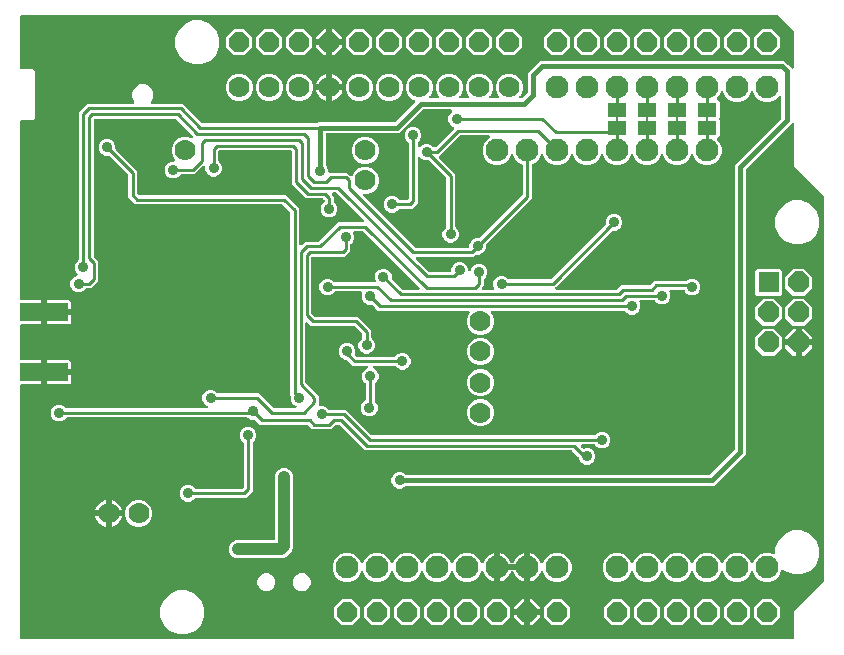
<source format=gbr>
G04 EAGLE Gerber RS-274X export*
G75*
%MOMM*%
%FSLAX34Y34*%
%LPD*%
%INBottom Copper*%
%IPPOS*%
%AMOC8*
5,1,8,0,0,1.08239X$1,22.5*%
G01*
%ADD10C,1.778000*%
%ADD11R,4.064000X1.524000*%
%ADD12C,1.930400*%
%ADD13P,1.814519X8X22.500000*%
%ADD14P,1.924489X8X22.500000*%
%ADD15R,1.778000X1.778000*%
%ADD16R,1.600200X1.168400*%
%ADD17R,0.203200X0.635000*%
%ADD18C,0.906400*%
%ADD19C,0.254000*%
%ADD20C,0.406400*%
%ADD21C,1.016000*%

G36*
X656708Y2556D02*
X656708Y2556D01*
X656827Y2563D01*
X656865Y2576D01*
X656906Y2581D01*
X657016Y2624D01*
X657129Y2661D01*
X657164Y2683D01*
X657201Y2698D01*
X657297Y2767D01*
X657398Y2831D01*
X657426Y2861D01*
X657459Y2884D01*
X657535Y2976D01*
X657616Y3063D01*
X657636Y3098D01*
X657661Y3129D01*
X657712Y3237D01*
X657770Y3341D01*
X657780Y3381D01*
X657797Y3417D01*
X657819Y3534D01*
X657849Y3649D01*
X657853Y3709D01*
X657857Y3729D01*
X657855Y3750D01*
X657859Y3810D01*
X657859Y26452D01*
X682888Y51481D01*
X682948Y51559D01*
X683016Y51631D01*
X683045Y51684D01*
X683082Y51732D01*
X683122Y51823D01*
X683170Y51910D01*
X683185Y51968D01*
X683209Y52024D01*
X683224Y52122D01*
X683249Y52217D01*
X683255Y52318D01*
X683259Y52338D01*
X683257Y52350D01*
X683259Y52378D01*
X683259Y376882D01*
X683247Y376980D01*
X683244Y377079D01*
X683227Y377137D01*
X683219Y377197D01*
X683183Y377289D01*
X683155Y377385D01*
X683125Y377437D01*
X683102Y377493D01*
X683044Y377573D01*
X682994Y377658D01*
X682928Y377734D01*
X682916Y377750D01*
X682906Y377758D01*
X682888Y377779D01*
X657859Y402808D01*
X657859Y438778D01*
X657842Y438916D01*
X657829Y439055D01*
X657822Y439074D01*
X657819Y439094D01*
X657768Y439223D01*
X657721Y439354D01*
X657710Y439371D01*
X657702Y439389D01*
X657621Y439502D01*
X657543Y439617D01*
X657527Y439630D01*
X657516Y439647D01*
X657408Y439735D01*
X657304Y439827D01*
X657286Y439837D01*
X657271Y439850D01*
X657145Y439909D01*
X657021Y439972D01*
X657001Y439977D01*
X656983Y439985D01*
X656847Y440011D01*
X656711Y440042D01*
X656690Y440041D01*
X656671Y440045D01*
X656532Y440036D01*
X656393Y440032D01*
X656373Y440026D01*
X656353Y440025D01*
X656221Y439982D01*
X656087Y439944D01*
X656070Y439933D01*
X656051Y439927D01*
X655933Y439853D01*
X655813Y439782D01*
X655792Y439764D01*
X655782Y439757D01*
X655768Y439742D01*
X655693Y439676D01*
X617084Y401068D01*
X617024Y400989D01*
X616956Y400917D01*
X616927Y400864D01*
X616890Y400816D01*
X616850Y400725D01*
X616802Y400639D01*
X616787Y400580D01*
X616763Y400525D01*
X616748Y400427D01*
X616723Y400331D01*
X616717Y400231D01*
X616713Y400210D01*
X616715Y400198D01*
X616713Y400170D01*
X616713Y159396D01*
X589904Y132587D01*
X329805Y132587D01*
X329707Y132575D01*
X329608Y132572D01*
X329550Y132555D01*
X329490Y132547D01*
X329398Y132511D01*
X329303Y132483D01*
X329250Y132453D01*
X329194Y132430D01*
X329114Y132372D01*
X329029Y132322D01*
X328953Y132256D01*
X328937Y132244D01*
X328929Y132234D01*
X328908Y132215D01*
X327856Y131164D01*
X325257Y130087D01*
X322443Y130087D01*
X319844Y131164D01*
X317854Y133154D01*
X316777Y135753D01*
X316777Y138567D01*
X317854Y141166D01*
X319844Y143156D01*
X322443Y144233D01*
X325257Y144233D01*
X327856Y143156D01*
X328908Y142105D01*
X328986Y142044D01*
X329058Y141976D01*
X329111Y141947D01*
X329159Y141910D01*
X329250Y141870D01*
X329337Y141822D01*
X329395Y141807D01*
X329451Y141783D01*
X329549Y141768D01*
X329645Y141743D01*
X329745Y141737D01*
X329765Y141733D01*
X329777Y141735D01*
X329805Y141733D01*
X585590Y141733D01*
X585688Y141745D01*
X585787Y141748D01*
X585846Y141765D01*
X585906Y141773D01*
X585998Y141809D01*
X586093Y141837D01*
X586145Y141867D01*
X586201Y141890D01*
X586281Y141948D01*
X586367Y141998D01*
X586442Y142064D01*
X586459Y142076D01*
X586467Y142086D01*
X586488Y142104D01*
X607196Y162812D01*
X607256Y162891D01*
X607324Y162963D01*
X607353Y163016D01*
X607390Y163064D01*
X607430Y163155D01*
X607478Y163241D01*
X607493Y163300D01*
X607517Y163355D01*
X607532Y163453D01*
X607557Y163549D01*
X607563Y163648D01*
X607565Y163655D01*
X607565Y163657D01*
X607567Y163670D01*
X607565Y163682D01*
X607567Y163710D01*
X607567Y404484D01*
X646566Y443482D01*
X646626Y443561D01*
X646694Y443633D01*
X646723Y443686D01*
X646760Y443734D01*
X646800Y443825D01*
X646848Y443911D01*
X646863Y443970D01*
X646887Y444025D01*
X646902Y444123D01*
X646927Y444219D01*
X646933Y444319D01*
X646937Y444340D01*
X646935Y444352D01*
X646937Y444380D01*
X646937Y461530D01*
X646920Y461667D01*
X646907Y461806D01*
X646900Y461825D01*
X646897Y461845D01*
X646846Y461974D01*
X646799Y462106D01*
X646788Y462122D01*
X646780Y462141D01*
X646699Y462254D01*
X646621Y462369D01*
X646605Y462382D01*
X646594Y462398D01*
X646486Y462487D01*
X646382Y462579D01*
X646364Y462588D01*
X646349Y462601D01*
X646223Y462661D01*
X646099Y462724D01*
X646079Y462728D01*
X646061Y462737D01*
X645925Y462763D01*
X645789Y462793D01*
X645768Y462793D01*
X645749Y462797D01*
X645610Y462788D01*
X645471Y462784D01*
X645451Y462778D01*
X645431Y462777D01*
X645299Y462734D01*
X645165Y462695D01*
X645148Y462685D01*
X645129Y462679D01*
X645011Y462604D01*
X644891Y462534D01*
X644870Y462515D01*
X644860Y462509D01*
X644846Y462494D01*
X644771Y462427D01*
X641907Y459563D01*
X637425Y457707D01*
X632575Y457707D01*
X628093Y459563D01*
X624663Y462993D01*
X623473Y465868D01*
X623404Y465989D01*
X623339Y466112D01*
X623325Y466127D01*
X623315Y466145D01*
X623218Y466244D01*
X623125Y466347D01*
X623108Y466359D01*
X623094Y466373D01*
X622975Y466446D01*
X622859Y466522D01*
X622840Y466529D01*
X622823Y466539D01*
X622690Y466580D01*
X622558Y466625D01*
X622538Y466627D01*
X622519Y466633D01*
X622380Y466640D01*
X622241Y466651D01*
X622221Y466647D01*
X622201Y466648D01*
X622065Y466620D01*
X621928Y466596D01*
X621909Y466588D01*
X621890Y466584D01*
X621764Y466522D01*
X621638Y466466D01*
X621622Y466453D01*
X621604Y466444D01*
X621498Y466354D01*
X621390Y466267D01*
X621377Y466251D01*
X621362Y466238D01*
X621282Y466124D01*
X621198Y466013D01*
X621186Y465988D01*
X621179Y465978D01*
X621172Y465958D01*
X621127Y465868D01*
X619937Y462993D01*
X616507Y459563D01*
X612025Y457707D01*
X607175Y457707D01*
X602693Y459563D01*
X599263Y462993D01*
X598073Y465868D01*
X598004Y465989D01*
X597939Y466112D01*
X597925Y466127D01*
X597915Y466145D01*
X597818Y466244D01*
X597725Y466347D01*
X597708Y466359D01*
X597694Y466373D01*
X597575Y466446D01*
X597459Y466522D01*
X597440Y466529D01*
X597423Y466539D01*
X597290Y466580D01*
X597158Y466625D01*
X597138Y466627D01*
X597119Y466633D01*
X596980Y466640D01*
X596841Y466651D01*
X596821Y466647D01*
X596801Y466648D01*
X596665Y466620D01*
X596528Y466596D01*
X596509Y466588D01*
X596490Y466584D01*
X596364Y466522D01*
X596238Y466466D01*
X596222Y466453D01*
X596204Y466444D01*
X596098Y466354D01*
X595990Y466267D01*
X595977Y466251D01*
X595962Y466238D01*
X595882Y466124D01*
X595798Y466013D01*
X595786Y465988D01*
X595779Y465978D01*
X595772Y465958D01*
X595727Y465868D01*
X594537Y462993D01*
X592912Y461369D01*
X592839Y461275D01*
X592760Y461186D01*
X592742Y461150D01*
X592717Y461118D01*
X592670Y461008D01*
X592616Y460902D01*
X592607Y460863D01*
X592591Y460826D01*
X592572Y460708D01*
X592546Y460592D01*
X592547Y460552D01*
X592541Y460512D01*
X592552Y460393D01*
X592556Y460274D01*
X592567Y460235D01*
X592571Y460195D01*
X592611Y460083D01*
X592644Y459969D01*
X592665Y459934D01*
X592678Y459896D01*
X592745Y459797D01*
X592806Y459695D01*
X592846Y459650D01*
X592857Y459633D01*
X592872Y459619D01*
X592912Y459574D01*
X594742Y457744D01*
X594742Y443906D01*
X594719Y443876D01*
X594671Y443767D01*
X594617Y443661D01*
X594608Y443622D01*
X594592Y443584D01*
X594574Y443467D01*
X594548Y443351D01*
X594549Y443310D01*
X594543Y443270D01*
X594554Y443152D01*
X594557Y443033D01*
X594569Y442994D01*
X594572Y442954D01*
X594613Y442842D01*
X594646Y442727D01*
X594666Y442692D01*
X594680Y442654D01*
X594742Y442563D01*
X594742Y428716D01*
X592912Y426886D01*
X592839Y426792D01*
X592760Y426703D01*
X592742Y426667D01*
X592717Y426635D01*
X592670Y426525D01*
X592616Y426419D01*
X592607Y426380D01*
X592591Y426343D01*
X592572Y426225D01*
X592546Y426109D01*
X592547Y426069D01*
X592541Y426029D01*
X592552Y425910D01*
X592556Y425791D01*
X592567Y425752D01*
X592571Y425712D01*
X592611Y425600D01*
X592644Y425486D01*
X592665Y425451D01*
X592678Y425413D01*
X592745Y425314D01*
X592806Y425212D01*
X592846Y425167D01*
X592857Y425150D01*
X592872Y425136D01*
X592912Y425091D01*
X594537Y423467D01*
X596393Y418985D01*
X596393Y414135D01*
X594537Y409653D01*
X591107Y406223D01*
X586625Y404367D01*
X581775Y404367D01*
X577293Y406223D01*
X573863Y409653D01*
X572673Y412528D01*
X572604Y412649D01*
X572539Y412772D01*
X572525Y412787D01*
X572515Y412805D01*
X572418Y412905D01*
X572325Y413007D01*
X572308Y413019D01*
X572294Y413033D01*
X572176Y413106D01*
X572059Y413182D01*
X572040Y413189D01*
X572023Y413199D01*
X571890Y413240D01*
X571758Y413285D01*
X571738Y413287D01*
X571719Y413293D01*
X571580Y413300D01*
X571441Y413311D01*
X571421Y413307D01*
X571401Y413308D01*
X571265Y413280D01*
X571128Y413256D01*
X571110Y413248D01*
X571090Y413244D01*
X570964Y413182D01*
X570838Y413126D01*
X570822Y413113D01*
X570804Y413104D01*
X570698Y413013D01*
X570590Y412927D01*
X570577Y412911D01*
X570562Y412898D01*
X570482Y412784D01*
X570398Y412673D01*
X570386Y412648D01*
X570379Y412638D01*
X570372Y412618D01*
X570327Y412528D01*
X569137Y409653D01*
X565707Y406223D01*
X561225Y404367D01*
X556375Y404367D01*
X551893Y406223D01*
X548463Y409653D01*
X547273Y412528D01*
X547204Y412649D01*
X547139Y412772D01*
X547125Y412787D01*
X547115Y412805D01*
X547018Y412905D01*
X546925Y413007D01*
X546908Y413019D01*
X546894Y413033D01*
X546776Y413106D01*
X546659Y413182D01*
X546640Y413189D01*
X546623Y413199D01*
X546490Y413240D01*
X546358Y413285D01*
X546338Y413287D01*
X546319Y413293D01*
X546180Y413300D01*
X546041Y413311D01*
X546021Y413307D01*
X546001Y413308D01*
X545865Y413280D01*
X545728Y413256D01*
X545710Y413248D01*
X545690Y413244D01*
X545564Y413182D01*
X545438Y413126D01*
X545422Y413113D01*
X545404Y413104D01*
X545298Y413013D01*
X545190Y412927D01*
X545177Y412911D01*
X545162Y412898D01*
X545082Y412784D01*
X544998Y412673D01*
X544986Y412648D01*
X544979Y412638D01*
X544972Y412618D01*
X544927Y412528D01*
X543737Y409653D01*
X540307Y406223D01*
X535825Y404367D01*
X530975Y404367D01*
X526493Y406223D01*
X523063Y409653D01*
X521873Y412528D01*
X521804Y412649D01*
X521739Y412772D01*
X521725Y412787D01*
X521715Y412805D01*
X521618Y412905D01*
X521525Y413007D01*
X521508Y413019D01*
X521494Y413033D01*
X521376Y413106D01*
X521259Y413182D01*
X521240Y413189D01*
X521223Y413199D01*
X521090Y413240D01*
X520958Y413285D01*
X520938Y413287D01*
X520919Y413293D01*
X520780Y413300D01*
X520641Y413311D01*
X520621Y413307D01*
X520601Y413308D01*
X520465Y413280D01*
X520328Y413256D01*
X520310Y413248D01*
X520290Y413244D01*
X520164Y413182D01*
X520038Y413126D01*
X520022Y413113D01*
X520004Y413104D01*
X519898Y413013D01*
X519790Y412927D01*
X519777Y412911D01*
X519762Y412898D01*
X519682Y412784D01*
X519598Y412673D01*
X519586Y412648D01*
X519579Y412638D01*
X519572Y412618D01*
X519527Y412528D01*
X518337Y409653D01*
X514907Y406223D01*
X510425Y404367D01*
X505575Y404367D01*
X501093Y406223D01*
X497663Y409653D01*
X496473Y412528D01*
X496404Y412649D01*
X496339Y412772D01*
X496325Y412787D01*
X496315Y412805D01*
X496218Y412905D01*
X496125Y413007D01*
X496108Y413019D01*
X496094Y413033D01*
X495976Y413106D01*
X495859Y413182D01*
X495840Y413189D01*
X495823Y413199D01*
X495690Y413240D01*
X495558Y413285D01*
X495538Y413287D01*
X495519Y413293D01*
X495380Y413300D01*
X495241Y413311D01*
X495221Y413307D01*
X495201Y413308D01*
X495065Y413280D01*
X494928Y413256D01*
X494910Y413248D01*
X494890Y413244D01*
X494764Y413182D01*
X494638Y413126D01*
X494622Y413113D01*
X494604Y413104D01*
X494498Y413013D01*
X494390Y412927D01*
X494377Y412911D01*
X494362Y412898D01*
X494282Y412784D01*
X494198Y412673D01*
X494186Y412648D01*
X494179Y412638D01*
X494172Y412618D01*
X494127Y412528D01*
X492937Y409653D01*
X489507Y406223D01*
X485025Y404367D01*
X480175Y404367D01*
X475693Y406223D01*
X472263Y409653D01*
X471073Y412528D01*
X471004Y412649D01*
X470939Y412772D01*
X470925Y412787D01*
X470915Y412805D01*
X470818Y412905D01*
X470725Y413007D01*
X470708Y413019D01*
X470694Y413033D01*
X470576Y413106D01*
X470459Y413182D01*
X470440Y413189D01*
X470423Y413199D01*
X470290Y413240D01*
X470158Y413285D01*
X470138Y413287D01*
X470119Y413293D01*
X469980Y413300D01*
X469841Y413311D01*
X469821Y413307D01*
X469801Y413308D01*
X469665Y413280D01*
X469528Y413256D01*
X469510Y413248D01*
X469490Y413244D01*
X469364Y413182D01*
X469238Y413126D01*
X469222Y413113D01*
X469204Y413104D01*
X469098Y413013D01*
X468990Y412927D01*
X468977Y412911D01*
X468962Y412898D01*
X468882Y412784D01*
X468798Y412673D01*
X468786Y412648D01*
X468779Y412638D01*
X468772Y412618D01*
X468727Y412528D01*
X467537Y409653D01*
X464107Y406223D01*
X459625Y404367D01*
X454775Y404367D01*
X450293Y406223D01*
X446863Y409653D01*
X445673Y412528D01*
X445604Y412649D01*
X445539Y412772D01*
X445525Y412787D01*
X445515Y412805D01*
X445418Y412905D01*
X445325Y413007D01*
X445308Y413019D01*
X445294Y413033D01*
X445176Y413106D01*
X445059Y413182D01*
X445040Y413189D01*
X445023Y413199D01*
X444890Y413240D01*
X444758Y413285D01*
X444738Y413287D01*
X444719Y413293D01*
X444580Y413300D01*
X444441Y413311D01*
X444421Y413307D01*
X444401Y413308D01*
X444265Y413280D01*
X444128Y413256D01*
X444110Y413248D01*
X444090Y413244D01*
X443964Y413182D01*
X443838Y413126D01*
X443822Y413113D01*
X443804Y413104D01*
X443698Y413013D01*
X443590Y412927D01*
X443577Y412911D01*
X443562Y412898D01*
X443482Y412784D01*
X443398Y412673D01*
X443386Y412648D01*
X443379Y412638D01*
X443372Y412618D01*
X443327Y412528D01*
X442137Y409653D01*
X438707Y406223D01*
X436394Y405266D01*
X436369Y405251D01*
X436341Y405242D01*
X436231Y405172D01*
X436118Y405108D01*
X436097Y405088D01*
X436072Y405072D01*
X435983Y404977D01*
X435890Y404887D01*
X435874Y404862D01*
X435854Y404840D01*
X435791Y404727D01*
X435723Y404616D01*
X435715Y404588D01*
X435700Y404562D01*
X435668Y404436D01*
X435630Y404312D01*
X435628Y404282D01*
X435621Y404254D01*
X435611Y404093D01*
X435611Y375612D01*
X397334Y337335D01*
X397274Y337257D01*
X397206Y337185D01*
X397177Y337132D01*
X397140Y337084D01*
X397100Y336993D01*
X397052Y336906D01*
X397037Y336848D01*
X397013Y336792D01*
X396998Y336694D01*
X396973Y336598D01*
X396967Y336498D01*
X396963Y336478D01*
X396965Y336466D01*
X396963Y336438D01*
X396963Y333873D01*
X395886Y331274D01*
X393896Y329284D01*
X391297Y328207D01*
X388732Y328207D01*
X388634Y328195D01*
X388535Y328192D01*
X388477Y328175D01*
X388417Y328167D01*
X388325Y328131D01*
X388229Y328103D01*
X388177Y328073D01*
X388121Y328050D01*
X388041Y327992D01*
X387956Y327942D01*
X387880Y327876D01*
X387864Y327864D01*
X387856Y327854D01*
X387835Y327836D01*
X386388Y326389D01*
X338654Y326389D01*
X338517Y326372D01*
X338378Y326359D01*
X338359Y326352D01*
X338339Y326349D01*
X338210Y326298D01*
X338079Y326251D01*
X338062Y326240D01*
X338043Y326232D01*
X337931Y326151D01*
X337815Y326073D01*
X337802Y326057D01*
X337786Y326046D01*
X337697Y325938D01*
X337605Y325834D01*
X337596Y325816D01*
X337583Y325801D01*
X337524Y325675D01*
X337460Y325551D01*
X337456Y325531D01*
X337447Y325513D01*
X337421Y325377D01*
X337391Y325241D01*
X337391Y325220D01*
X337387Y325201D01*
X337396Y325062D01*
X337400Y324923D01*
X337406Y324903D01*
X337407Y324883D01*
X337450Y324751D01*
X337489Y324617D01*
X337499Y324600D01*
X337505Y324581D01*
X337580Y324463D01*
X337650Y324343D01*
X337669Y324322D01*
X337675Y324312D01*
X337690Y324298D01*
X337757Y324223D01*
X347917Y314062D01*
X347995Y314002D01*
X348067Y313934D01*
X348120Y313905D01*
X348168Y313868D01*
X348259Y313828D01*
X348346Y313780D01*
X348404Y313765D01*
X348460Y313741D01*
X348558Y313726D01*
X348654Y313701D01*
X348754Y313695D01*
X348774Y313691D01*
X348786Y313693D01*
X348814Y313691D01*
X366308Y313691D01*
X366426Y313706D01*
X366545Y313713D01*
X366583Y313726D01*
X366624Y313731D01*
X366734Y313774D01*
X366847Y313811D01*
X366882Y313833D01*
X366919Y313848D01*
X367015Y313917D01*
X367116Y313981D01*
X367144Y314011D01*
X367177Y314034D01*
X367253Y314126D01*
X367334Y314213D01*
X367354Y314248D01*
X367379Y314279D01*
X367430Y314387D01*
X367488Y314491D01*
X367498Y314531D01*
X367515Y314567D01*
X367537Y314684D01*
X367567Y314799D01*
X367571Y314859D01*
X367575Y314879D01*
X367573Y314900D01*
X367577Y314960D01*
X367577Y316367D01*
X368654Y318966D01*
X370644Y320956D01*
X373243Y322033D01*
X376057Y322033D01*
X378656Y320956D01*
X380646Y318966D01*
X381723Y316367D01*
X381723Y315769D01*
X381731Y315700D01*
X381730Y315630D01*
X381751Y315543D01*
X381763Y315454D01*
X381788Y315389D01*
X381805Y315321D01*
X381847Y315242D01*
X381880Y315158D01*
X381921Y315102D01*
X381953Y315040D01*
X382014Y314973D01*
X382066Y314901D01*
X382120Y314856D01*
X382167Y314805D01*
X382242Y314755D01*
X382311Y314698D01*
X382375Y314668D01*
X382433Y314630D01*
X382518Y314601D01*
X382599Y314562D01*
X382668Y314549D01*
X382734Y314527D01*
X382823Y314519D01*
X382911Y314503D01*
X382981Y314507D01*
X383051Y314501D01*
X383139Y314517D01*
X383229Y314522D01*
X383295Y314544D01*
X383364Y314556D01*
X383446Y314593D01*
X383531Y314620D01*
X383590Y314658D01*
X383654Y314686D01*
X383724Y314742D01*
X383800Y314791D01*
X383848Y314841D01*
X383902Y314885D01*
X383957Y314957D01*
X384018Y315022D01*
X384052Y315083D01*
X384094Y315139D01*
X384165Y315284D01*
X385164Y317696D01*
X387154Y319686D01*
X389753Y320763D01*
X392567Y320763D01*
X395166Y319686D01*
X397156Y317696D01*
X398233Y315097D01*
X398233Y312283D01*
X397156Y309684D01*
X395342Y307870D01*
X395282Y307792D01*
X395214Y307720D01*
X395185Y307667D01*
X395148Y307619D01*
X395108Y307528D01*
X395060Y307441D01*
X395045Y307383D01*
X395021Y307327D01*
X395006Y307229D01*
X394981Y307133D01*
X394975Y307033D01*
X394971Y307013D01*
X394973Y307001D01*
X394971Y306973D01*
X394971Y301952D01*
X393637Y300617D01*
X393551Y300508D01*
X393463Y300401D01*
X393454Y300382D01*
X393442Y300366D01*
X393386Y300238D01*
X393327Y300113D01*
X393323Y300093D01*
X393315Y300074D01*
X393293Y299936D01*
X393267Y299800D01*
X393269Y299780D01*
X393266Y299760D01*
X393279Y299621D01*
X393287Y299483D01*
X393293Y299464D01*
X393295Y299444D01*
X393343Y299312D01*
X393385Y299181D01*
X393396Y299163D01*
X393403Y299144D01*
X393481Y299029D01*
X393555Y298912D01*
X393570Y298898D01*
X393582Y298881D01*
X393686Y298789D01*
X393787Y298694D01*
X393805Y298684D01*
X393820Y298671D01*
X393944Y298607D01*
X394066Y298540D01*
X394085Y298535D01*
X394103Y298526D01*
X394239Y298496D01*
X394373Y298461D01*
X394402Y298459D01*
X394413Y298456D01*
X394434Y298457D01*
X394534Y298451D01*
X402759Y298451D01*
X402808Y298457D01*
X402858Y298455D01*
X402965Y298477D01*
X403074Y298491D01*
X403121Y298509D01*
X403169Y298519D01*
X403268Y298567D01*
X403370Y298608D01*
X403410Y298637D01*
X403455Y298659D01*
X403538Y298730D01*
X403627Y298794D01*
X403659Y298833D01*
X403697Y298865D01*
X403760Y298955D01*
X403830Y299039D01*
X403851Y299084D01*
X403880Y299125D01*
X403919Y299228D01*
X403966Y299327D01*
X403975Y299376D01*
X403993Y299422D01*
X404005Y299532D01*
X404026Y299639D01*
X404022Y299689D01*
X404028Y299738D01*
X404013Y299847D01*
X404006Y299957D01*
X403991Y300004D01*
X403984Y300053D01*
X403932Y300206D01*
X403137Y302123D01*
X403137Y304937D01*
X404214Y307536D01*
X406204Y309526D01*
X408803Y310603D01*
X411617Y310603D01*
X414216Y309526D01*
X416030Y307712D01*
X416108Y307652D01*
X416180Y307584D01*
X416233Y307555D01*
X416281Y307518D01*
X416372Y307478D01*
X416459Y307430D01*
X416517Y307415D01*
X416573Y307391D01*
X416671Y307376D01*
X416767Y307351D01*
X416867Y307345D01*
X416887Y307341D01*
X416899Y307343D01*
X416927Y307341D01*
X451286Y307341D01*
X451384Y307353D01*
X451483Y307356D01*
X451541Y307373D01*
X451601Y307381D01*
X451693Y307417D01*
X451789Y307445D01*
X451841Y307475D01*
X451897Y307498D01*
X451977Y307556D01*
X452062Y307606D01*
X452138Y307672D01*
X452154Y307684D01*
X452162Y307694D01*
X452183Y307712D01*
X498016Y353545D01*
X498076Y353623D01*
X498144Y353695D01*
X498173Y353748D01*
X498210Y353796D01*
X498250Y353887D01*
X498298Y353974D01*
X498313Y354032D01*
X498337Y354088D01*
X498352Y354186D01*
X498377Y354282D01*
X498383Y354382D01*
X498387Y354402D01*
X498385Y354414D01*
X498387Y354442D01*
X498387Y357007D01*
X499464Y359606D01*
X501454Y361596D01*
X504053Y362673D01*
X506867Y362673D01*
X509466Y361596D01*
X511456Y359606D01*
X512533Y357007D01*
X512533Y354193D01*
X511456Y351594D01*
X509466Y349604D01*
X506867Y348527D01*
X504302Y348527D01*
X504204Y348515D01*
X504105Y348512D01*
X504047Y348495D01*
X503987Y348487D01*
X503895Y348451D01*
X503799Y348423D01*
X503747Y348393D01*
X503691Y348370D01*
X503611Y348312D01*
X503526Y348262D01*
X503450Y348196D01*
X503434Y348184D01*
X503426Y348174D01*
X503405Y348156D01*
X457572Y302323D01*
X455867Y300617D01*
X455781Y300508D01*
X455693Y300401D01*
X455684Y300382D01*
X455672Y300366D01*
X455616Y300238D01*
X455557Y300113D01*
X455553Y300093D01*
X455545Y300074D01*
X455523Y299936D01*
X455497Y299800D01*
X455499Y299780D01*
X455496Y299760D01*
X455509Y299621D01*
X455517Y299483D01*
X455523Y299464D01*
X455525Y299444D01*
X455573Y299312D01*
X455615Y299181D01*
X455626Y299163D01*
X455633Y299144D01*
X455711Y299029D01*
X455785Y298912D01*
X455800Y298898D01*
X455812Y298881D01*
X455916Y298789D01*
X456017Y298694D01*
X456035Y298684D01*
X456050Y298671D01*
X456174Y298607D01*
X456296Y298540D01*
X456315Y298535D01*
X456333Y298526D01*
X456469Y298496D01*
X456603Y298461D01*
X456632Y298459D01*
X456643Y298456D01*
X456664Y298457D01*
X456764Y298451D01*
X507166Y298451D01*
X507264Y298463D01*
X507363Y298466D01*
X507421Y298483D01*
X507481Y298491D01*
X507573Y298527D01*
X507669Y298555D01*
X507721Y298585D01*
X507777Y298608D01*
X507857Y298666D01*
X507942Y298716D01*
X508018Y298782D01*
X508034Y298794D01*
X508042Y298804D01*
X508063Y298822D01*
X511502Y302261D01*
X535106Y302261D01*
X535204Y302273D01*
X535303Y302276D01*
X535361Y302293D01*
X535421Y302301D01*
X535513Y302337D01*
X535609Y302365D01*
X535661Y302395D01*
X535717Y302418D01*
X535797Y302476D01*
X535882Y302526D01*
X535958Y302592D01*
X535974Y302604D01*
X535982Y302614D01*
X536003Y302632D01*
X539442Y306071D01*
X566053Y306071D01*
X566151Y306083D01*
X566250Y306086D01*
X566308Y306103D01*
X566368Y306111D01*
X566460Y306147D01*
X566555Y306175D01*
X566608Y306205D01*
X566664Y306228D01*
X566744Y306286D01*
X566829Y306336D01*
X566905Y306402D01*
X566921Y306414D01*
X566929Y306424D01*
X566950Y306442D01*
X567494Y306986D01*
X570093Y308063D01*
X572907Y308063D01*
X575506Y306986D01*
X577496Y304996D01*
X578573Y302397D01*
X578573Y299583D01*
X577496Y296984D01*
X575506Y294994D01*
X572907Y293917D01*
X570093Y293917D01*
X567494Y294994D01*
X565504Y296984D01*
X565221Y297666D01*
X565207Y297691D01*
X565198Y297719D01*
X565128Y297829D01*
X565064Y297942D01*
X565043Y297963D01*
X565028Y297988D01*
X564933Y298077D01*
X564843Y298170D01*
X564818Y298186D01*
X564796Y298206D01*
X564682Y298269D01*
X564572Y298337D01*
X564543Y298345D01*
X564517Y298360D01*
X564392Y298392D01*
X564268Y298430D01*
X564238Y298432D01*
X564210Y298439D01*
X564049Y298449D01*
X553551Y298449D01*
X553502Y298443D01*
X553452Y298445D01*
X553345Y298423D01*
X553236Y298409D01*
X553189Y298391D01*
X553141Y298381D01*
X553042Y298333D01*
X552940Y298292D01*
X552900Y298263D01*
X552855Y298241D01*
X552772Y298170D01*
X552683Y298106D01*
X552651Y298067D01*
X552613Y298035D01*
X552550Y297945D01*
X552480Y297861D01*
X552459Y297816D01*
X552430Y297775D01*
X552391Y297672D01*
X552344Y297573D01*
X552335Y297524D01*
X552317Y297478D01*
X552305Y297368D01*
X552284Y297261D01*
X552288Y297211D01*
X552282Y297162D01*
X552297Y297053D01*
X552304Y296943D01*
X552319Y296896D01*
X552326Y296847D01*
X552378Y296694D01*
X553173Y294777D01*
X553173Y291963D01*
X552096Y289364D01*
X550106Y287374D01*
X547507Y286297D01*
X544693Y286297D01*
X542094Y287374D01*
X540280Y289188D01*
X540202Y289248D01*
X540130Y289316D01*
X540077Y289345D01*
X540029Y289382D01*
X539938Y289422D01*
X539851Y289470D01*
X539793Y289485D01*
X539737Y289509D01*
X539639Y289524D01*
X539543Y289549D01*
X539443Y289555D01*
X539423Y289559D01*
X539411Y289557D01*
X539383Y289559D01*
X528151Y289559D01*
X528102Y289553D01*
X528052Y289555D01*
X527945Y289533D01*
X527836Y289519D01*
X527789Y289501D01*
X527741Y289491D01*
X527642Y289443D01*
X527540Y289402D01*
X527500Y289373D01*
X527455Y289351D01*
X527372Y289280D01*
X527283Y289216D01*
X527251Y289177D01*
X527213Y289145D01*
X527150Y289055D01*
X527080Y288971D01*
X527059Y288926D01*
X527030Y288885D01*
X526991Y288782D01*
X526944Y288683D01*
X526935Y288634D01*
X526917Y288588D01*
X526905Y288478D01*
X526884Y288371D01*
X526888Y288321D01*
X526882Y288272D01*
X526897Y288163D01*
X526904Y288053D01*
X526919Y288006D01*
X526926Y287957D01*
X526978Y287804D01*
X527773Y285887D01*
X527773Y283073D01*
X526696Y280474D01*
X524706Y278484D01*
X522107Y277407D01*
X519293Y277407D01*
X516694Y278484D01*
X514880Y280298D01*
X514802Y280358D01*
X514730Y280426D01*
X514677Y280455D01*
X514629Y280492D01*
X514538Y280532D01*
X514451Y280580D01*
X514393Y280595D01*
X514337Y280619D01*
X514239Y280634D01*
X514143Y280659D01*
X514043Y280665D01*
X514023Y280669D01*
X514011Y280667D01*
X513983Y280669D01*
X402440Y280669D01*
X402303Y280652D01*
X402164Y280639D01*
X402145Y280632D01*
X402125Y280629D01*
X401995Y280578D01*
X401865Y280531D01*
X401848Y280520D01*
X401829Y280512D01*
X401717Y280431D01*
X401602Y280353D01*
X401588Y280337D01*
X401572Y280326D01*
X401483Y280219D01*
X401391Y280114D01*
X401382Y280096D01*
X401369Y280081D01*
X401310Y279955D01*
X401247Y279831D01*
X401242Y279811D01*
X401234Y279793D01*
X401207Y279657D01*
X401177Y279521D01*
X401178Y279500D01*
X401174Y279481D01*
X401182Y279342D01*
X401187Y279203D01*
X401192Y279183D01*
X401194Y279163D01*
X401236Y279031D01*
X401275Y278897D01*
X401285Y278880D01*
X401292Y278861D01*
X401366Y278743D01*
X401437Y278623D01*
X401455Y278602D01*
X401462Y278592D01*
X401477Y278578D01*
X401543Y278502D01*
X401791Y278255D01*
X403531Y274054D01*
X403531Y269506D01*
X401791Y265305D01*
X398575Y262089D01*
X394374Y260349D01*
X389826Y260349D01*
X385625Y262089D01*
X382409Y265305D01*
X380669Y269506D01*
X380669Y274054D01*
X382409Y278255D01*
X382657Y278502D01*
X382742Y278612D01*
X382831Y278719D01*
X382840Y278738D01*
X382852Y278754D01*
X382907Y278881D01*
X382966Y279007D01*
X382970Y279027D01*
X382978Y279046D01*
X383000Y279183D01*
X383026Y279320D01*
X383025Y279340D01*
X383028Y279360D01*
X383015Y279499D01*
X383006Y279637D01*
X383000Y279656D01*
X382998Y279676D01*
X382951Y279808D01*
X382908Y279939D01*
X382898Y279956D01*
X382891Y279976D01*
X382813Y280091D01*
X382738Y280208D01*
X382724Y280222D01*
X382712Y280239D01*
X382608Y280331D01*
X382507Y280426D01*
X382489Y280436D01*
X382474Y280449D01*
X382350Y280513D01*
X382228Y280580D01*
X382209Y280585D01*
X382191Y280594D01*
X382054Y280624D01*
X381920Y280659D01*
X381892Y280661D01*
X381880Y280664D01*
X381860Y280663D01*
X381760Y280669D01*
X305842Y280669D01*
X303238Y283273D01*
X300935Y285576D01*
X300857Y285636D01*
X300785Y285704D01*
X300732Y285733D01*
X300684Y285770D01*
X300593Y285810D01*
X300506Y285858D01*
X300448Y285873D01*
X300392Y285897D01*
X300294Y285912D01*
X300199Y285937D01*
X300098Y285943D01*
X300078Y285947D01*
X300066Y285945D01*
X300038Y285947D01*
X297473Y285947D01*
X294874Y287024D01*
X292884Y289014D01*
X291807Y291613D01*
X291807Y294427D01*
X292220Y295424D01*
X292234Y295472D01*
X292255Y295517D01*
X292275Y295625D01*
X292304Y295731D01*
X292305Y295781D01*
X292314Y295830D01*
X292308Y295939D01*
X292309Y296049D01*
X292298Y296097D01*
X292295Y296147D01*
X292261Y296251D01*
X292235Y296358D01*
X292212Y296402D01*
X292197Y296449D01*
X292138Y296542D01*
X292087Y296639D01*
X292053Y296676D01*
X292027Y296718D01*
X291946Y296793D01*
X291873Y296875D01*
X291831Y296902D01*
X291795Y296936D01*
X291699Y296989D01*
X291607Y297049D01*
X291560Y297066D01*
X291516Y297090D01*
X291410Y297117D01*
X291306Y297153D01*
X291257Y297157D01*
X291208Y297169D01*
X291048Y297179D01*
X269607Y297179D01*
X269509Y297167D01*
X269410Y297164D01*
X269352Y297147D01*
X269292Y297139D01*
X269200Y297103D01*
X269105Y297075D01*
X269052Y297045D01*
X268996Y297022D01*
X268916Y296964D01*
X268831Y296914D01*
X268755Y296848D01*
X268739Y296836D01*
X268731Y296826D01*
X268710Y296808D01*
X266896Y294994D01*
X264297Y293917D01*
X261483Y293917D01*
X258884Y294994D01*
X256894Y296984D01*
X255817Y299583D01*
X255817Y302397D01*
X256894Y304996D01*
X258884Y306986D01*
X261483Y308063D01*
X264297Y308063D01*
X266896Y306986D01*
X268710Y305172D01*
X268788Y305112D01*
X268860Y305044D01*
X268913Y305015D01*
X268961Y304978D01*
X269052Y304938D01*
X269139Y304890D01*
X269197Y304875D01*
X269253Y304851D01*
X269351Y304836D01*
X269447Y304811D01*
X269547Y304805D01*
X269567Y304801D01*
X269579Y304803D01*
X269607Y304801D01*
X302332Y304801D01*
X302381Y304807D01*
X302431Y304805D01*
X302538Y304827D01*
X302648Y304841D01*
X302694Y304859D01*
X302742Y304869D01*
X302841Y304917D01*
X302943Y304958D01*
X302983Y304987D01*
X303028Y305009D01*
X303112Y305080D01*
X303201Y305144D01*
X303232Y305183D01*
X303270Y305215D01*
X303333Y305305D01*
X303403Y305389D01*
X303425Y305434D01*
X303453Y305475D01*
X303492Y305578D01*
X303539Y305677D01*
X303548Y305726D01*
X303566Y305772D01*
X303578Y305882D01*
X303599Y305989D01*
X303596Y306039D01*
X303601Y306088D01*
X303586Y306197D01*
X303579Y306307D01*
X303564Y306354D01*
X303557Y306403D01*
X303505Y306556D01*
X302967Y307853D01*
X302967Y310667D01*
X304044Y313266D01*
X306034Y315256D01*
X308633Y316333D01*
X311447Y316333D01*
X314046Y315256D01*
X316036Y313266D01*
X317113Y310667D01*
X317113Y308102D01*
X317125Y308004D01*
X317128Y307905D01*
X317145Y307847D01*
X317153Y307787D01*
X317189Y307695D01*
X317217Y307599D01*
X317247Y307547D01*
X317270Y307491D01*
X317328Y307411D01*
X317378Y307326D01*
X317444Y307250D01*
X317456Y307234D01*
X317466Y307226D01*
X317484Y307205D01*
X325867Y298822D01*
X325945Y298762D01*
X326017Y298694D01*
X326070Y298665D01*
X326118Y298628D01*
X326209Y298588D01*
X326296Y298540D01*
X326354Y298525D01*
X326410Y298501D01*
X326508Y298486D01*
X326604Y298461D01*
X326704Y298455D01*
X326724Y298451D01*
X326736Y298453D01*
X326764Y298451D01*
X339526Y298451D01*
X339663Y298468D01*
X339802Y298481D01*
X339821Y298488D01*
X339841Y298491D01*
X339970Y298542D01*
X340101Y298589D01*
X340118Y298600D01*
X340137Y298608D01*
X340249Y298689D01*
X340365Y298767D01*
X340378Y298783D01*
X340394Y298794D01*
X340483Y298902D01*
X340575Y299006D01*
X340584Y299024D01*
X340597Y299039D01*
X340656Y299165D01*
X340720Y299289D01*
X340724Y299309D01*
X340733Y299327D01*
X340759Y299463D01*
X340789Y299599D01*
X340789Y299620D01*
X340793Y299639D01*
X340784Y299778D01*
X340780Y299917D01*
X340774Y299937D01*
X340773Y299957D01*
X340730Y300089D01*
X340691Y300223D01*
X340681Y300240D01*
X340675Y300259D01*
X340601Y300377D01*
X340530Y300497D01*
X340511Y300518D01*
X340505Y300528D01*
X340490Y300542D01*
X340423Y300617D01*
X293433Y347608D01*
X293355Y347668D01*
X293283Y347736D01*
X293230Y347765D01*
X293182Y347802D01*
X293091Y347842D01*
X293004Y347890D01*
X292946Y347905D01*
X292890Y347929D01*
X292792Y347944D01*
X292696Y347969D01*
X292596Y347975D01*
X292576Y347979D01*
X292564Y347977D01*
X292536Y347979D01*
X285581Y347979D01*
X285532Y347973D01*
X285482Y347975D01*
X285375Y347953D01*
X285266Y347939D01*
X285219Y347921D01*
X285171Y347911D01*
X285072Y347863D01*
X284970Y347822D01*
X284930Y347793D01*
X284885Y347771D01*
X284802Y347700D01*
X284713Y347636D01*
X284681Y347597D01*
X284643Y347565D01*
X284580Y347475D01*
X284510Y347391D01*
X284489Y347346D01*
X284460Y347305D01*
X284421Y347202D01*
X284374Y347103D01*
X284365Y347054D01*
X284347Y347008D01*
X284335Y346898D01*
X284314Y346791D01*
X284318Y346741D01*
X284312Y346692D01*
X284327Y346583D01*
X284334Y346473D01*
X284349Y346426D01*
X284356Y346377D01*
X284408Y346224D01*
X285203Y344307D01*
X285203Y341493D01*
X284126Y338894D01*
X282312Y337080D01*
X282252Y337002D01*
X282184Y336930D01*
X282155Y336877D01*
X282118Y336829D01*
X282078Y336738D01*
X282030Y336651D01*
X282015Y336593D01*
X281991Y336537D01*
X281976Y336439D01*
X281951Y336343D01*
X281945Y336243D01*
X281941Y336223D01*
X281943Y336211D01*
X281941Y336183D01*
X281941Y331162D01*
X277168Y326389D01*
X250190Y326389D01*
X250072Y326374D01*
X249953Y326367D01*
X249915Y326354D01*
X249874Y326349D01*
X249764Y326306D01*
X249651Y326269D01*
X249616Y326247D01*
X249579Y326232D01*
X249483Y326163D01*
X249382Y326099D01*
X249354Y326069D01*
X249321Y326046D01*
X249245Y325954D01*
X249164Y325867D01*
X249144Y325832D01*
X249119Y325801D01*
X249068Y325693D01*
X249010Y325589D01*
X249000Y325549D01*
X248983Y325513D01*
X248961Y325396D01*
X248931Y325281D01*
X248927Y325221D01*
X248923Y325201D01*
X248925Y325180D01*
X248921Y325120D01*
X248921Y278964D01*
X248933Y278866D01*
X248936Y278767D01*
X248953Y278709D01*
X248961Y278649D01*
X248997Y278557D01*
X249025Y278461D01*
X249055Y278409D01*
X249078Y278353D01*
X249136Y278273D01*
X249186Y278188D01*
X249252Y278112D01*
X249264Y278096D01*
X249274Y278088D01*
X249292Y278067D01*
X251397Y275962D01*
X251475Y275902D01*
X251547Y275834D01*
X251600Y275805D01*
X251648Y275768D01*
X251739Y275728D01*
X251826Y275680D01*
X251884Y275665D01*
X251940Y275641D01*
X252038Y275626D01*
X252134Y275601D01*
X252234Y275595D01*
X252254Y275591D01*
X252266Y275593D01*
X252294Y275591D01*
X288598Y275591D01*
X299721Y264468D01*
X299721Y258177D01*
X299733Y258079D01*
X299736Y257980D01*
X299753Y257922D01*
X299761Y257862D01*
X299797Y257770D01*
X299825Y257675D01*
X299855Y257622D01*
X299878Y257566D01*
X299936Y257486D01*
X299986Y257401D01*
X300052Y257325D01*
X300064Y257309D01*
X300074Y257301D01*
X300092Y257280D01*
X301906Y255466D01*
X302983Y252867D01*
X302983Y250053D01*
X301906Y247454D01*
X299916Y245464D01*
X297317Y244387D01*
X294503Y244387D01*
X291904Y245464D01*
X289914Y247454D01*
X288837Y250053D01*
X288837Y252867D01*
X289914Y255466D01*
X291728Y257280D01*
X291788Y257358D01*
X291856Y257430D01*
X291885Y257483D01*
X291922Y257531D01*
X291962Y257622D01*
X292010Y257709D01*
X292025Y257767D01*
X292049Y257823D01*
X292064Y257921D01*
X292089Y258017D01*
X292095Y258117D01*
X292099Y258137D01*
X292097Y258149D01*
X292099Y258177D01*
X292099Y260786D01*
X292087Y260884D01*
X292084Y260983D01*
X292067Y261041D01*
X292059Y261101D01*
X292023Y261193D01*
X291995Y261289D01*
X291965Y261341D01*
X291942Y261397D01*
X291884Y261477D01*
X291834Y261562D01*
X291768Y261638D01*
X291756Y261654D01*
X291746Y261662D01*
X291728Y261683D01*
X285813Y267598D01*
X285735Y267658D01*
X285663Y267726D01*
X285610Y267755D01*
X285562Y267792D01*
X285471Y267832D01*
X285384Y267880D01*
X285326Y267895D01*
X285270Y267919D01*
X285172Y267934D01*
X285076Y267959D01*
X284976Y267965D01*
X284956Y267969D01*
X284944Y267967D01*
X284916Y267969D01*
X248612Y267969D01*
X246007Y270573D01*
X245898Y270659D01*
X245791Y270747D01*
X245772Y270756D01*
X245756Y270768D01*
X245628Y270824D01*
X245503Y270883D01*
X245483Y270887D01*
X245464Y270895D01*
X245326Y270917D01*
X245190Y270943D01*
X245170Y270941D01*
X245150Y270944D01*
X245011Y270931D01*
X244873Y270923D01*
X244854Y270917D01*
X244834Y270915D01*
X244702Y270867D01*
X244571Y270825D01*
X244553Y270814D01*
X244534Y270807D01*
X244419Y270729D01*
X244302Y270655D01*
X244288Y270640D01*
X244271Y270628D01*
X244179Y270524D01*
X244084Y270423D01*
X244074Y270405D01*
X244061Y270390D01*
X243997Y270266D01*
X243930Y270144D01*
X243925Y270125D01*
X243916Y270107D01*
X243886Y269971D01*
X243851Y269837D01*
X243849Y269808D01*
X243846Y269797D01*
X243847Y269776D01*
X243841Y269676D01*
X243841Y220544D01*
X243853Y220446D01*
X243856Y220347D01*
X243873Y220289D01*
X243881Y220229D01*
X243917Y220137D01*
X243945Y220041D01*
X243975Y219989D01*
X243998Y219933D01*
X244056Y219853D01*
X244106Y219768D01*
X244172Y219692D01*
X244184Y219676D01*
X244194Y219668D01*
X244212Y219647D01*
X255271Y208588D01*
X255271Y201382D01*
X255286Y201264D01*
X255293Y201145D01*
X255306Y201107D01*
X255311Y201066D01*
X255354Y200956D01*
X255391Y200843D01*
X255413Y200808D01*
X255428Y200771D01*
X255497Y200675D01*
X255561Y200574D01*
X255591Y200546D01*
X255614Y200513D01*
X255706Y200437D01*
X255793Y200356D01*
X255828Y200336D01*
X255859Y200311D01*
X255967Y200260D01*
X256071Y200202D01*
X256111Y200192D01*
X256147Y200175D01*
X256264Y200153D01*
X256379Y200123D01*
X256439Y200119D01*
X256459Y200115D01*
X256480Y200117D01*
X256540Y200113D01*
X259217Y200113D01*
X261816Y199036D01*
X263630Y197222D01*
X263708Y197162D01*
X263780Y197094D01*
X263833Y197065D01*
X263881Y197028D01*
X263972Y196988D01*
X264059Y196940D01*
X264117Y196925D01*
X264173Y196901D01*
X264271Y196886D01*
X264367Y196861D01*
X264467Y196855D01*
X264487Y196851D01*
X264499Y196853D01*
X264527Y196851D01*
X278438Y196851D01*
X299657Y175632D01*
X299735Y175572D01*
X299807Y175504D01*
X299860Y175475D01*
X299908Y175438D01*
X299999Y175398D01*
X300086Y175350D01*
X300144Y175335D01*
X300200Y175311D01*
X300298Y175296D01*
X300394Y175271D01*
X300494Y175265D01*
X300514Y175261D01*
X300526Y175263D01*
X300554Y175261D01*
X488583Y175261D01*
X488681Y175273D01*
X488780Y175276D01*
X488838Y175293D01*
X488898Y175301D01*
X488990Y175337D01*
X489085Y175365D01*
X489138Y175395D01*
X489194Y175418D01*
X489274Y175476D01*
X489359Y175526D01*
X489435Y175592D01*
X489451Y175604D01*
X489459Y175614D01*
X489480Y175632D01*
X491294Y177446D01*
X493893Y178523D01*
X496707Y178523D01*
X499306Y177446D01*
X501296Y175456D01*
X502373Y172857D01*
X502373Y170043D01*
X501296Y167444D01*
X499306Y165454D01*
X496707Y164377D01*
X493893Y164377D01*
X491294Y165454D01*
X489480Y167268D01*
X489402Y167328D01*
X489330Y167396D01*
X489277Y167425D01*
X489229Y167462D01*
X489138Y167502D01*
X489051Y167550D01*
X488993Y167565D01*
X488937Y167589D01*
X488839Y167604D01*
X488743Y167629D01*
X488643Y167635D01*
X488623Y167639D01*
X488611Y167637D01*
X488583Y167639D01*
X478354Y167639D01*
X478216Y167622D01*
X478078Y167609D01*
X478059Y167602D01*
X478039Y167599D01*
X477910Y167548D01*
X477778Y167501D01*
X477762Y167490D01*
X477743Y167482D01*
X477631Y167401D01*
X477515Y167323D01*
X477502Y167307D01*
X477486Y167296D01*
X477397Y167188D01*
X477305Y167084D01*
X477296Y167066D01*
X477283Y167051D01*
X477224Y166925D01*
X477160Y166801D01*
X477156Y166781D01*
X477147Y166763D01*
X477121Y166626D01*
X477091Y166491D01*
X477091Y166470D01*
X477087Y166451D01*
X477096Y166312D01*
X477100Y166173D01*
X477106Y166153D01*
X477107Y166133D01*
X477150Y166001D01*
X477189Y165867D01*
X477199Y165850D01*
X477205Y165831D01*
X477280Y165713D01*
X477350Y165593D01*
X477369Y165572D01*
X477375Y165562D01*
X477390Y165548D01*
X477457Y165473D01*
X478602Y164327D01*
X478625Y164309D01*
X478644Y164287D01*
X478751Y164212D01*
X478853Y164132D01*
X478880Y164121D01*
X478904Y164104D01*
X479026Y164058D01*
X479145Y164006D01*
X479174Y164002D01*
X479202Y163991D01*
X479331Y163977D01*
X479459Y163956D01*
X479488Y163959D01*
X479518Y163956D01*
X479647Y163974D01*
X479776Y163986D01*
X479803Y163996D01*
X479833Y164000D01*
X479985Y164052D01*
X481193Y164553D01*
X484007Y164553D01*
X486606Y163476D01*
X488596Y161486D01*
X489673Y158887D01*
X489673Y156073D01*
X488596Y153474D01*
X486606Y151484D01*
X484007Y150407D01*
X481193Y150407D01*
X478594Y151484D01*
X476604Y153474D01*
X475527Y156073D01*
X475527Y156098D01*
X475515Y156196D01*
X475512Y156295D01*
X475495Y156353D01*
X475487Y156413D01*
X475451Y156505D01*
X475423Y156601D01*
X475393Y156653D01*
X475370Y156709D01*
X475312Y156789D01*
X475262Y156874D01*
X475196Y156950D01*
X475184Y156966D01*
X475174Y156974D01*
X475156Y156995D01*
X469963Y162188D01*
X469885Y162248D01*
X469813Y162316D01*
X469760Y162345D01*
X469712Y162382D01*
X469621Y162422D01*
X469534Y162470D01*
X469476Y162485D01*
X469420Y162509D01*
X469322Y162524D01*
X469226Y162549D01*
X469126Y162555D01*
X469106Y162559D01*
X469094Y162557D01*
X469066Y162559D01*
X294332Y162559D01*
X273113Y183778D01*
X273035Y183838D01*
X272963Y183906D01*
X272910Y183935D01*
X272862Y183972D01*
X272771Y184012D01*
X272684Y184060D01*
X272626Y184075D01*
X272570Y184099D01*
X272472Y184114D01*
X272376Y184139D01*
X272276Y184145D01*
X272256Y184149D01*
X272244Y184147D01*
X272216Y184149D01*
X270074Y184149D01*
X269976Y184137D01*
X269877Y184134D01*
X269819Y184117D01*
X269759Y184109D01*
X269667Y184073D01*
X269571Y184045D01*
X269519Y184015D01*
X269463Y183992D01*
X269383Y183934D01*
X269298Y183884D01*
X269222Y183818D01*
X269206Y183806D01*
X269198Y183796D01*
X269177Y183778D01*
X265738Y180339D01*
X249882Y180339D01*
X246443Y183778D01*
X246365Y183838D01*
X246293Y183906D01*
X246240Y183935D01*
X246192Y183972D01*
X246101Y184012D01*
X246014Y184060D01*
X245956Y184075D01*
X245900Y184099D01*
X245802Y184114D01*
X245706Y184139D01*
X245606Y184145D01*
X245586Y184149D01*
X245574Y184147D01*
X245546Y184149D01*
X205432Y184149D01*
X201445Y188136D01*
X201367Y188196D01*
X201295Y188264D01*
X201242Y188293D01*
X201194Y188330D01*
X201103Y188370D01*
X201016Y188418D01*
X200958Y188433D01*
X200902Y188457D01*
X200804Y188472D01*
X200708Y188497D01*
X200608Y188503D01*
X200588Y188507D01*
X200576Y188505D01*
X200548Y188507D01*
X197983Y188507D01*
X195384Y189584D01*
X194840Y190128D01*
X194762Y190188D01*
X194690Y190256D01*
X194637Y190285D01*
X194589Y190322D01*
X194498Y190362D01*
X194411Y190410D01*
X194353Y190425D01*
X194297Y190449D01*
X194199Y190464D01*
X194103Y190489D01*
X194003Y190495D01*
X193983Y190499D01*
X193971Y190497D01*
X193943Y190499D01*
X42277Y190499D01*
X42179Y190487D01*
X42080Y190484D01*
X42022Y190467D01*
X41962Y190459D01*
X41870Y190423D01*
X41775Y190395D01*
X41722Y190365D01*
X41666Y190342D01*
X41586Y190284D01*
X41501Y190234D01*
X41425Y190168D01*
X41409Y190156D01*
X41401Y190146D01*
X41380Y190128D01*
X39566Y188314D01*
X36967Y187237D01*
X34153Y187237D01*
X31554Y188314D01*
X29564Y190304D01*
X28487Y192903D01*
X28487Y195717D01*
X29564Y198316D01*
X31554Y200306D01*
X34153Y201383D01*
X36967Y201383D01*
X39566Y200306D01*
X41380Y198492D01*
X41458Y198432D01*
X41530Y198364D01*
X41583Y198335D01*
X41631Y198298D01*
X41722Y198258D01*
X41809Y198210D01*
X41867Y198195D01*
X41923Y198171D01*
X42021Y198156D01*
X42117Y198131D01*
X42217Y198125D01*
X42237Y198121D01*
X42249Y198123D01*
X42277Y198121D01*
X160428Y198121D01*
X160497Y198129D01*
X160567Y198128D01*
X160654Y198149D01*
X160743Y198161D01*
X160808Y198186D01*
X160876Y198203D01*
X160955Y198245D01*
X161039Y198278D01*
X161095Y198319D01*
X161157Y198351D01*
X161224Y198412D01*
X161296Y198464D01*
X161341Y198518D01*
X161392Y198565D01*
X161442Y198640D01*
X161499Y198709D01*
X161529Y198773D01*
X161567Y198831D01*
X161596Y198916D01*
X161635Y198997D01*
X161648Y199066D01*
X161670Y199132D01*
X161678Y199221D01*
X161694Y199309D01*
X161690Y199379D01*
X161696Y199449D01*
X161680Y199537D01*
X161675Y199627D01*
X161653Y199693D01*
X161641Y199762D01*
X161604Y199844D01*
X161577Y199929D01*
X161539Y199988D01*
X161511Y200052D01*
X161455Y200122D01*
X161407Y200198D01*
X161356Y200246D01*
X161312Y200300D01*
X161240Y200355D01*
X161175Y200416D01*
X161114Y200450D01*
X161058Y200492D01*
X160913Y200563D01*
X159824Y201014D01*
X157834Y203004D01*
X156757Y205603D01*
X156757Y208417D01*
X157834Y211016D01*
X159824Y213006D01*
X162423Y214083D01*
X165237Y214083D01*
X167836Y213006D01*
X169650Y211192D01*
X169728Y211132D01*
X169800Y211064D01*
X169853Y211035D01*
X169901Y210998D01*
X169992Y210958D01*
X170079Y210910D01*
X170137Y210895D01*
X170193Y210871D01*
X170291Y210856D01*
X170387Y210831D01*
X170487Y210825D01*
X170507Y210821D01*
X170519Y210823D01*
X170547Y210821D01*
X204778Y210821D01*
X217107Y198492D01*
X217185Y198432D01*
X217257Y198364D01*
X217310Y198335D01*
X217358Y198298D01*
X217449Y198258D01*
X217536Y198210D01*
X217594Y198195D01*
X217650Y198171D01*
X217748Y198156D01*
X217844Y198131D01*
X217944Y198125D01*
X217964Y198121D01*
X217976Y198123D01*
X218004Y198121D01*
X235358Y198121D01*
X235427Y198129D01*
X235497Y198128D01*
X235584Y198149D01*
X235673Y198161D01*
X235738Y198186D01*
X235806Y198203D01*
X235885Y198245D01*
X235969Y198278D01*
X236025Y198319D01*
X236087Y198351D01*
X236154Y198412D01*
X236226Y198464D01*
X236271Y198518D01*
X236322Y198565D01*
X236372Y198640D01*
X236429Y198709D01*
X236459Y198773D01*
X236497Y198831D01*
X236526Y198916D01*
X236565Y198997D01*
X236578Y199066D01*
X236600Y199132D01*
X236608Y199221D01*
X236624Y199309D01*
X236620Y199379D01*
X236626Y199449D01*
X236610Y199537D01*
X236605Y199627D01*
X236583Y199693D01*
X236571Y199762D01*
X236534Y199844D01*
X236507Y199929D01*
X236469Y199988D01*
X236441Y200052D01*
X236385Y200122D01*
X236337Y200198D01*
X236286Y200246D01*
X236242Y200300D01*
X236170Y200355D01*
X236105Y200416D01*
X236044Y200450D01*
X235988Y200492D01*
X235843Y200563D01*
X234754Y201014D01*
X232764Y203004D01*
X231687Y205603D01*
X231687Y208168D01*
X231675Y208266D01*
X231672Y208365D01*
X231666Y208387D01*
X231665Y208396D01*
X231654Y208429D01*
X231647Y208483D01*
X231611Y208575D01*
X231583Y208671D01*
X231567Y208698D01*
X231567Y208699D01*
X231566Y208700D01*
X231553Y208723D01*
X231530Y208779D01*
X231472Y208859D01*
X231422Y208944D01*
X231356Y209020D01*
X231344Y209036D01*
X231334Y209044D01*
X231316Y209065D01*
X231139Y209242D01*
X231139Y363656D01*
X231127Y363754D01*
X231124Y363853D01*
X231107Y363911D01*
X231099Y363971D01*
X231063Y364063D01*
X231035Y364159D01*
X231005Y364211D01*
X230982Y364267D01*
X230924Y364347D01*
X230874Y364432D01*
X230808Y364508D01*
X230796Y364524D01*
X230786Y364532D01*
X230768Y364553D01*
X224853Y370468D01*
X224775Y370528D01*
X224703Y370596D01*
X224650Y370625D01*
X224602Y370662D01*
X224511Y370702D01*
X224424Y370750D01*
X224366Y370765D01*
X224310Y370789D01*
X224212Y370804D01*
X224116Y370829D01*
X224016Y370835D01*
X223996Y370839D01*
X223984Y370837D01*
X223956Y370839D01*
X100022Y370839D01*
X93979Y376882D01*
X93979Y395406D01*
X93967Y395504D01*
X93964Y395603D01*
X93947Y395661D01*
X93939Y395721D01*
X93903Y395813D01*
X93875Y395909D01*
X93845Y395961D01*
X93822Y396017D01*
X93764Y396097D01*
X93714Y396182D01*
X93648Y396258D01*
X93636Y396274D01*
X93626Y396282D01*
X93608Y396303D01*
X78255Y411656D01*
X78177Y411716D01*
X78105Y411784D01*
X78052Y411813D01*
X78004Y411850D01*
X77913Y411890D01*
X77826Y411938D01*
X77768Y411953D01*
X77712Y411977D01*
X77614Y411992D01*
X77519Y412017D01*
X77418Y412023D01*
X77398Y412027D01*
X77386Y412025D01*
X77358Y412027D01*
X74793Y412027D01*
X72194Y413104D01*
X70204Y415094D01*
X69127Y417693D01*
X69127Y420507D01*
X70204Y423106D01*
X72194Y425096D01*
X74793Y426173D01*
X77607Y426173D01*
X80206Y425096D01*
X82196Y423106D01*
X83273Y420507D01*
X83273Y417942D01*
X83285Y417844D01*
X83288Y417745D01*
X83305Y417687D01*
X83313Y417627D01*
X83349Y417535D01*
X83377Y417439D01*
X83407Y417387D01*
X83430Y417331D01*
X83488Y417251D01*
X83538Y417166D01*
X83604Y417090D01*
X83616Y417074D01*
X83626Y417066D01*
X83644Y417045D01*
X101601Y399088D01*
X101601Y380564D01*
X101613Y380466D01*
X101616Y380367D01*
X101633Y380309D01*
X101641Y380249D01*
X101677Y380157D01*
X101705Y380061D01*
X101735Y380009D01*
X101758Y379953D01*
X101816Y379873D01*
X101866Y379788D01*
X101932Y379712D01*
X101944Y379696D01*
X101954Y379688D01*
X101972Y379667D01*
X102807Y378832D01*
X102885Y378772D01*
X102957Y378704D01*
X103010Y378675D01*
X103058Y378638D01*
X103149Y378598D01*
X103236Y378550D01*
X103294Y378535D01*
X103350Y378511D01*
X103448Y378496D01*
X103544Y378471D01*
X103644Y378465D01*
X103664Y378461D01*
X103676Y378463D01*
X103704Y378461D01*
X227638Y378461D01*
X238761Y367338D01*
X238761Y337384D01*
X238764Y337360D01*
X238762Y337335D01*
X238780Y337222D01*
X238791Y337108D01*
X238798Y337089D01*
X238801Y337069D01*
X238810Y337046D01*
X238814Y337021D01*
X238860Y336916D01*
X238899Y336809D01*
X238910Y336792D01*
X238918Y336773D01*
X238932Y336753D01*
X238942Y336730D01*
X239014Y336640D01*
X239077Y336545D01*
X239092Y336532D01*
X239104Y336516D01*
X239124Y336500D01*
X239139Y336480D01*
X239231Y336410D01*
X239316Y336335D01*
X239334Y336326D01*
X239349Y336313D01*
X239372Y336302D01*
X239391Y336287D01*
X239498Y336242D01*
X239599Y336190D01*
X239619Y336186D01*
X239637Y336177D01*
X239661Y336173D01*
X239684Y336163D01*
X239799Y336146D01*
X239909Y336121D01*
X239929Y336121D01*
X239949Y336117D01*
X239974Y336119D01*
X239999Y336115D01*
X240114Y336127D01*
X240227Y336130D01*
X240246Y336136D01*
X240267Y336137D01*
X240290Y336145D01*
X240315Y336147D01*
X240423Y336187D01*
X240533Y336219D01*
X240550Y336229D01*
X240569Y336235D01*
X240590Y336248D01*
X240614Y336257D01*
X240708Y336322D01*
X240807Y336380D01*
X240828Y336399D01*
X240838Y336405D01*
X240852Y336420D01*
X240858Y336425D01*
X240875Y336437D01*
X240888Y336452D01*
X240928Y336487D01*
X243532Y339091D01*
X254436Y339091D01*
X254534Y339103D01*
X254633Y339106D01*
X254691Y339123D01*
X254751Y339131D01*
X254843Y339167D01*
X254939Y339195D01*
X254991Y339225D01*
X255047Y339248D01*
X255127Y339306D01*
X255212Y339356D01*
X255288Y339422D01*
X255304Y339434D01*
X255312Y339444D01*
X255333Y339462D01*
X271472Y355601D01*
X292536Y355601D01*
X292673Y355618D01*
X292812Y355631D01*
X292831Y355638D01*
X292851Y355641D01*
X292980Y355692D01*
X293111Y355739D01*
X293128Y355750D01*
X293147Y355758D01*
X293259Y355839D01*
X293375Y355917D01*
X293388Y355933D01*
X293404Y355944D01*
X293493Y356052D01*
X293585Y356156D01*
X293594Y356174D01*
X293607Y356189D01*
X293666Y356315D01*
X293730Y356439D01*
X293734Y356459D01*
X293743Y356477D01*
X293769Y356613D01*
X293799Y356749D01*
X293799Y356770D01*
X293803Y356789D01*
X293794Y356928D01*
X293790Y357067D01*
X293784Y357087D01*
X293783Y357107D01*
X293740Y357239D01*
X293701Y357373D01*
X293691Y357390D01*
X293685Y357409D01*
X293610Y357527D01*
X293540Y357647D01*
X293521Y357668D01*
X293515Y357678D01*
X293500Y357692D01*
X293433Y357767D01*
X270573Y380628D01*
X270495Y380688D01*
X270423Y380756D01*
X270370Y380785D01*
X270322Y380822D01*
X270231Y380862D01*
X270144Y380910D01*
X270086Y380925D01*
X270030Y380949D01*
X269932Y380964D01*
X269836Y380989D01*
X269736Y380995D01*
X269716Y380999D01*
X269704Y380997D01*
X269676Y380999D01*
X267534Y380999D01*
X267397Y380982D01*
X267258Y380969D01*
X267239Y380962D01*
X267219Y380959D01*
X267090Y380908D01*
X266959Y380861D01*
X266942Y380850D01*
X266923Y380842D01*
X266810Y380761D01*
X266695Y380683D01*
X266682Y380667D01*
X266666Y380656D01*
X266577Y380548D01*
X266485Y380444D01*
X266476Y380426D01*
X266463Y380411D01*
X266404Y380285D01*
X266340Y380161D01*
X266336Y380141D01*
X266327Y380123D01*
X266301Y379986D01*
X266271Y379851D01*
X266271Y379830D01*
X266267Y379811D01*
X266276Y379672D01*
X266280Y379533D01*
X266286Y379513D01*
X266287Y379493D01*
X266330Y379361D01*
X266369Y379227D01*
X266379Y379210D01*
X266385Y379191D01*
X266460Y379073D01*
X266530Y378953D01*
X266549Y378932D01*
X266555Y378922D01*
X266570Y378908D01*
X266637Y378833D01*
X267971Y377498D01*
X267971Y373747D01*
X267983Y373649D01*
X267986Y373550D01*
X268003Y373492D01*
X268011Y373432D01*
X268047Y373340D01*
X268075Y373245D01*
X268105Y373192D01*
X268128Y373136D01*
X268186Y373056D01*
X268236Y372971D01*
X268302Y372895D01*
X268314Y372879D01*
X268324Y372871D01*
X268342Y372850D01*
X270156Y371036D01*
X271233Y368437D01*
X271233Y365623D01*
X270156Y363024D01*
X268166Y361034D01*
X265567Y359957D01*
X262753Y359957D01*
X260154Y361034D01*
X258164Y363024D01*
X257087Y365623D01*
X257087Y368437D01*
X258164Y371036D01*
X259978Y372850D01*
X260038Y372928D01*
X260106Y373000D01*
X260135Y373053D01*
X260172Y373101D01*
X260212Y373192D01*
X260260Y373279D01*
X260275Y373337D01*
X260299Y373393D01*
X260314Y373491D01*
X260339Y373587D01*
X260345Y373687D01*
X260349Y373707D01*
X260347Y373719D01*
X260349Y373747D01*
X260349Y373816D01*
X260337Y373914D01*
X260334Y374013D01*
X260317Y374071D01*
X260309Y374131D01*
X260273Y374223D01*
X260245Y374319D01*
X260215Y374371D01*
X260192Y374427D01*
X260134Y374507D01*
X260084Y374592D01*
X260018Y374668D01*
X260006Y374684D01*
X259996Y374692D01*
X259978Y374713D01*
X259143Y375548D01*
X259065Y375608D01*
X258993Y375676D01*
X258940Y375705D01*
X258892Y375742D01*
X258801Y375782D01*
X258714Y375830D01*
X258656Y375845D01*
X258600Y375869D01*
X258502Y375884D01*
X258406Y375909D01*
X258306Y375915D01*
X258286Y375919D01*
X258274Y375917D01*
X258246Y375919D01*
X244802Y375919D01*
X232409Y388312D01*
X232409Y415290D01*
X232394Y415408D01*
X232387Y415527D01*
X232374Y415565D01*
X232369Y415606D01*
X232326Y415716D01*
X232289Y415829D01*
X232267Y415864D01*
X232252Y415901D01*
X232183Y415997D01*
X232119Y416098D01*
X232089Y416126D01*
X232066Y416159D01*
X231974Y416235D01*
X231887Y416316D01*
X231852Y416336D01*
X231821Y416361D01*
X231713Y416412D01*
X231609Y416470D01*
X231569Y416480D01*
X231533Y416497D01*
X231416Y416519D01*
X231301Y416549D01*
X231241Y416553D01*
X231221Y416557D01*
X231200Y416555D01*
X231140Y416559D01*
X171450Y416559D01*
X171332Y416544D01*
X171213Y416537D01*
X171175Y416524D01*
X171134Y416519D01*
X171024Y416476D01*
X170911Y416439D01*
X170876Y416417D01*
X170839Y416402D01*
X170743Y416333D01*
X170642Y416269D01*
X170614Y416239D01*
X170581Y416216D01*
X170505Y416124D01*
X170424Y416037D01*
X170404Y416002D01*
X170379Y415971D01*
X170328Y415863D01*
X170270Y415759D01*
X170260Y415719D01*
X170243Y415683D01*
X170221Y415566D01*
X170191Y415451D01*
X170187Y415391D01*
X170183Y415371D01*
X170185Y415350D01*
X170181Y415290D01*
X170181Y408037D01*
X170193Y407939D01*
X170196Y407840D01*
X170213Y407782D01*
X170221Y407722D01*
X170257Y407630D01*
X170285Y407535D01*
X170315Y407482D01*
X170338Y407426D01*
X170396Y407346D01*
X170446Y407261D01*
X170512Y407185D01*
X170524Y407169D01*
X170534Y407161D01*
X170552Y407140D01*
X172366Y405326D01*
X173443Y402727D01*
X173443Y399913D01*
X172366Y397314D01*
X170376Y395324D01*
X167777Y394247D01*
X164963Y394247D01*
X162364Y395324D01*
X160374Y397314D01*
X159297Y399913D01*
X159297Y402304D01*
X159280Y402441D01*
X159267Y402580D01*
X159260Y402599D01*
X159257Y402619D01*
X159206Y402748D01*
X159159Y402879D01*
X159148Y402896D01*
X159140Y402915D01*
X159059Y403027D01*
X158981Y403143D01*
X158965Y403156D01*
X158954Y403172D01*
X158846Y403261D01*
X158742Y403353D01*
X158724Y403362D01*
X158709Y403375D01*
X158583Y403434D01*
X158459Y403498D01*
X158439Y403502D01*
X158421Y403511D01*
X158285Y403537D01*
X158149Y403567D01*
X158128Y403567D01*
X158109Y403571D01*
X157970Y403562D01*
X157831Y403558D01*
X157811Y403552D01*
X157791Y403551D01*
X157659Y403508D01*
X157525Y403469D01*
X157508Y403459D01*
X157489Y403453D01*
X157371Y403378D01*
X157251Y403308D01*
X157230Y403289D01*
X157220Y403283D01*
X157206Y403268D01*
X157131Y403201D01*
X150168Y396239D01*
X138797Y396239D01*
X138699Y396227D01*
X138600Y396224D01*
X138542Y396207D01*
X138482Y396199D01*
X138390Y396163D01*
X138295Y396135D01*
X138242Y396105D01*
X138186Y396082D01*
X138106Y396024D01*
X138021Y395974D01*
X137945Y395908D01*
X137929Y395896D01*
X137921Y395886D01*
X137900Y395868D01*
X136086Y394054D01*
X133487Y392977D01*
X130673Y392977D01*
X128074Y394054D01*
X126084Y396044D01*
X125007Y398643D01*
X125007Y401457D01*
X126084Y404056D01*
X128074Y406046D01*
X130673Y407123D01*
X132448Y407123D01*
X132586Y407140D01*
X132724Y407153D01*
X132743Y407160D01*
X132763Y407163D01*
X132892Y407214D01*
X133023Y407261D01*
X133040Y407272D01*
X133059Y407280D01*
X133171Y407361D01*
X133286Y407439D01*
X133300Y407455D01*
X133316Y407466D01*
X133405Y407574D01*
X133497Y407678D01*
X133506Y407696D01*
X133519Y407711D01*
X133578Y407837D01*
X133641Y407961D01*
X133646Y407981D01*
X133654Y407999D01*
X133681Y408136D01*
X133711Y408271D01*
X133710Y408292D01*
X133714Y408311D01*
X133706Y408450D01*
X133701Y408589D01*
X133696Y408609D01*
X133694Y408629D01*
X133652Y408761D01*
X133613Y408895D01*
X133603Y408912D01*
X133596Y408931D01*
X133522Y409049D01*
X133451Y409169D01*
X133433Y409190D01*
X133426Y409200D01*
X133411Y409214D01*
X133345Y409289D01*
X132549Y410085D01*
X130809Y414286D01*
X130809Y418834D01*
X132549Y423035D01*
X135765Y426251D01*
X139966Y427991D01*
X144514Y427991D01*
X147216Y426871D01*
X147283Y426853D01*
X147347Y426825D01*
X147436Y426811D01*
X147523Y426787D01*
X147593Y426786D01*
X147662Y426775D01*
X147751Y426784D01*
X147841Y426782D01*
X147909Y426799D01*
X147978Y426805D01*
X148063Y426836D01*
X148150Y426857D01*
X148212Y426889D01*
X148277Y426913D01*
X148352Y426963D01*
X148431Y427005D01*
X148483Y427052D01*
X148541Y427091D01*
X148600Y427159D01*
X148667Y427219D01*
X148705Y427277D01*
X148751Y427330D01*
X148792Y427410D01*
X148841Y427485D01*
X148864Y427551D01*
X148896Y427613D01*
X148915Y427701D01*
X148945Y427786D01*
X148950Y427855D01*
X148965Y427923D01*
X148963Y428013D01*
X148970Y428103D01*
X148958Y428171D01*
X148956Y428241D01*
X148931Y428327D01*
X148915Y428416D01*
X148887Y428480D01*
X148867Y428547D01*
X148822Y428624D01*
X148785Y428706D01*
X148741Y428761D01*
X148706Y428821D01*
X148599Y428941D01*
X134683Y442858D01*
X134605Y442918D01*
X134533Y442986D01*
X134480Y443015D01*
X134432Y443052D01*
X134341Y443092D01*
X134254Y443140D01*
X134196Y443155D01*
X134140Y443179D01*
X134042Y443194D01*
X133946Y443219D01*
X133846Y443225D01*
X133826Y443229D01*
X133814Y443227D01*
X133786Y443229D01*
X66040Y443229D01*
X65922Y443214D01*
X65803Y443207D01*
X65765Y443194D01*
X65724Y443189D01*
X65614Y443146D01*
X65501Y443109D01*
X65466Y443087D01*
X65429Y443072D01*
X65333Y443003D01*
X65232Y442939D01*
X65204Y442909D01*
X65171Y442886D01*
X65095Y442794D01*
X65014Y442707D01*
X64994Y442672D01*
X64969Y442641D01*
X64918Y442533D01*
X64860Y442429D01*
X64850Y442389D01*
X64833Y442353D01*
X64811Y442236D01*
X64781Y442121D01*
X64777Y442061D01*
X64773Y442041D01*
X64775Y442020D01*
X64771Y441960D01*
X64771Y327224D01*
X64783Y327126D01*
X64786Y327027D01*
X64803Y326969D01*
X64811Y326909D01*
X64847Y326817D01*
X64875Y326721D01*
X64905Y326669D01*
X64928Y326613D01*
X64986Y326533D01*
X65036Y326448D01*
X65102Y326372D01*
X65114Y326356D01*
X65124Y326348D01*
X65142Y326327D01*
X68581Y322888D01*
X68581Y305762D01*
X62538Y299719D01*
X58787Y299719D01*
X58689Y299707D01*
X58590Y299704D01*
X58532Y299687D01*
X58472Y299679D01*
X58380Y299643D01*
X58285Y299615D01*
X58232Y299585D01*
X58176Y299562D01*
X58096Y299504D01*
X58011Y299454D01*
X57935Y299388D01*
X57919Y299376D01*
X57911Y299366D01*
X57890Y299348D01*
X56076Y297534D01*
X53477Y296457D01*
X50663Y296457D01*
X48064Y297534D01*
X46074Y299524D01*
X44997Y302123D01*
X44997Y304937D01*
X46074Y307536D01*
X48064Y309526D01*
X50401Y310494D01*
X50445Y310519D01*
X50491Y310536D01*
X50582Y310597D01*
X50678Y310652D01*
X50713Y310686D01*
X50755Y310714D01*
X50827Y310797D01*
X50906Y310873D01*
X50932Y310915D01*
X50965Y310953D01*
X51015Y311051D01*
X51072Y311144D01*
X51087Y311192D01*
X51110Y311236D01*
X51134Y311343D01*
X51166Y311448D01*
X51168Y311498D01*
X51179Y311546D01*
X51176Y311656D01*
X51181Y311766D01*
X51171Y311814D01*
X51170Y311864D01*
X51139Y311970D01*
X51117Y312077D01*
X51095Y312122D01*
X51081Y312170D01*
X51025Y312264D01*
X50977Y312363D01*
X50945Y312401D01*
X50920Y312444D01*
X50813Y312564D01*
X49884Y313494D01*
X48807Y316093D01*
X48807Y318907D01*
X49884Y321506D01*
X51698Y323320D01*
X51758Y323398D01*
X51826Y323470D01*
X51855Y323523D01*
X51892Y323571D01*
X51932Y323662D01*
X51980Y323749D01*
X51995Y323807D01*
X52019Y323863D01*
X52034Y323961D01*
X52059Y324057D01*
X52065Y324157D01*
X52069Y324177D01*
X52067Y324189D01*
X52069Y324217D01*
X52069Y448618D01*
X59382Y455931D01*
X98040Y455931D01*
X98177Y455948D01*
X98316Y455961D01*
X98335Y455968D01*
X98355Y455971D01*
X98484Y456022D01*
X98615Y456069D01*
X98632Y456080D01*
X98651Y456088D01*
X98763Y456169D01*
X98878Y456247D01*
X98892Y456263D01*
X98908Y456274D01*
X98997Y456382D01*
X99089Y456486D01*
X99098Y456504D01*
X99111Y456519D01*
X99170Y456645D01*
X99233Y456769D01*
X99238Y456789D01*
X99246Y456807D01*
X99272Y456943D01*
X99303Y457079D01*
X99302Y457100D01*
X99306Y457119D01*
X99298Y457258D01*
X99293Y457397D01*
X99288Y457417D01*
X99286Y457437D01*
X99244Y457569D01*
X99205Y457703D01*
X99195Y457720D01*
X99188Y457739D01*
X99114Y457857D01*
X99043Y457977D01*
X99025Y457998D01*
X99018Y458008D01*
X99003Y458022D01*
X98937Y458098D01*
X98606Y458429D01*
X97229Y461752D01*
X97229Y465348D01*
X98606Y468671D01*
X101149Y471214D01*
X104472Y472591D01*
X108068Y472591D01*
X111391Y471214D01*
X113934Y468671D01*
X115311Y465348D01*
X115311Y461752D01*
X113934Y458429D01*
X113603Y458098D01*
X113518Y457988D01*
X113429Y457881D01*
X113420Y457862D01*
X113408Y457846D01*
X113353Y457718D01*
X113294Y457593D01*
X113290Y457573D01*
X113282Y457554D01*
X113260Y457416D01*
X113234Y457280D01*
X113235Y457260D01*
X113232Y457240D01*
X113245Y457101D01*
X113254Y456963D01*
X113260Y456944D01*
X113262Y456924D01*
X113309Y456793D01*
X113352Y456661D01*
X113362Y456643D01*
X113369Y456624D01*
X113447Y456510D01*
X113522Y456392D01*
X113537Y456378D01*
X113548Y456361D01*
X113652Y456269D01*
X113753Y456174D01*
X113771Y456164D01*
X113786Y456151D01*
X113910Y456088D01*
X114032Y456020D01*
X114051Y456015D01*
X114069Y456006D01*
X114206Y455976D01*
X114340Y455941D01*
X114368Y455939D01*
X114380Y455936D01*
X114400Y455937D01*
X114500Y455931D01*
X140008Y455931D01*
X156147Y439792D01*
X156225Y439732D01*
X156297Y439664D01*
X156350Y439635D01*
X156398Y439598D01*
X156489Y439558D01*
X156576Y439510D01*
X156634Y439495D01*
X156690Y439471D01*
X156788Y439456D01*
X156884Y439431D01*
X156984Y439425D01*
X157004Y439421D01*
X157016Y439423D01*
X157044Y439421D01*
X253358Y439421D01*
X253456Y439433D01*
X253555Y439436D01*
X253614Y439453D01*
X253674Y439461D01*
X253766Y439497D01*
X253861Y439525D01*
X253913Y439555D01*
X253969Y439578D01*
X254049Y439636D01*
X254135Y439686D01*
X254210Y439752D01*
X254227Y439764D01*
X254235Y439774D01*
X254256Y439792D01*
X254646Y440183D01*
X318890Y440183D01*
X318988Y440195D01*
X319087Y440198D01*
X319146Y440215D01*
X319206Y440223D01*
X319298Y440259D01*
X319393Y440287D01*
X319445Y440317D01*
X319501Y440340D01*
X319581Y440398D01*
X319667Y440448D01*
X319742Y440514D01*
X319759Y440526D01*
X319767Y440536D01*
X319788Y440554D01*
X336472Y457238D01*
X336502Y457278D01*
X336539Y457311D01*
X336599Y457403D01*
X336667Y457490D01*
X336686Y457535D01*
X336714Y457577D01*
X336749Y457681D01*
X336793Y457782D01*
X336801Y457831D01*
X336817Y457878D01*
X336826Y457987D01*
X336843Y458096D01*
X336838Y458145D01*
X336842Y458195D01*
X336823Y458303D01*
X336813Y458412D01*
X336796Y458459D01*
X336788Y458508D01*
X336743Y458608D01*
X336705Y458712D01*
X336677Y458753D01*
X336657Y458798D01*
X336589Y458884D01*
X336527Y458975D01*
X336490Y459008D01*
X336459Y459046D01*
X336371Y459113D01*
X336288Y459185D01*
X336244Y459208D01*
X336204Y459238D01*
X336060Y459309D01*
X333885Y460209D01*
X330669Y463425D01*
X328929Y467626D01*
X328929Y472174D01*
X330669Y476375D01*
X333885Y479591D01*
X338086Y481331D01*
X342634Y481331D01*
X346835Y479591D01*
X350051Y476375D01*
X351791Y472174D01*
X351791Y467626D01*
X350051Y463425D01*
X349295Y462669D01*
X349210Y462560D01*
X349121Y462453D01*
X349112Y462434D01*
X349100Y462418D01*
X349045Y462290D01*
X348986Y462165D01*
X348982Y462145D01*
X348974Y462126D01*
X348952Y461988D01*
X348926Y461852D01*
X348927Y461832D01*
X348924Y461812D01*
X348937Y461673D01*
X348946Y461535D01*
X348952Y461516D01*
X348954Y461496D01*
X349001Y461364D01*
X349044Y461233D01*
X349054Y461215D01*
X349061Y461196D01*
X349139Y461081D01*
X349214Y460964D01*
X349228Y460950D01*
X349240Y460933D01*
X349344Y460841D01*
X349445Y460746D01*
X349463Y460736D01*
X349478Y460723D01*
X349602Y460660D01*
X349724Y460592D01*
X349743Y460587D01*
X349761Y460578D01*
X349897Y460548D01*
X350032Y460513D01*
X350060Y460511D01*
X350072Y460508D01*
X350092Y460509D01*
X350192Y460503D01*
X355928Y460503D01*
X356066Y460520D01*
X356204Y460533D01*
X356223Y460540D01*
X356243Y460543D01*
X356372Y460594D01*
X356503Y460641D01*
X356520Y460652D01*
X356539Y460660D01*
X356651Y460741D01*
X356766Y460819D01*
X356780Y460835D01*
X356796Y460846D01*
X356885Y460954D01*
X356977Y461058D01*
X356986Y461076D01*
X356999Y461091D01*
X357058Y461217D01*
X357121Y461341D01*
X357126Y461361D01*
X357134Y461379D01*
X357161Y461516D01*
X357191Y461651D01*
X357190Y461672D01*
X357194Y461691D01*
X357186Y461830D01*
X357181Y461969D01*
X357176Y461989D01*
X357174Y462009D01*
X357132Y462141D01*
X357093Y462275D01*
X357083Y462292D01*
X357076Y462311D01*
X357002Y462429D01*
X356931Y462549D01*
X356913Y462570D01*
X356906Y462580D01*
X356891Y462594D01*
X356825Y462669D01*
X356069Y463425D01*
X354329Y467626D01*
X354329Y472174D01*
X356069Y476375D01*
X359285Y479591D01*
X363486Y481331D01*
X368034Y481331D01*
X372235Y479591D01*
X375451Y476375D01*
X377191Y472174D01*
X377191Y467626D01*
X375451Y463425D01*
X374695Y462669D01*
X374610Y462560D01*
X374521Y462453D01*
X374512Y462434D01*
X374500Y462418D01*
X374445Y462290D01*
X374386Y462165D01*
X374382Y462145D01*
X374374Y462126D01*
X374352Y461988D01*
X374326Y461852D01*
X374327Y461832D01*
X374324Y461812D01*
X374337Y461673D01*
X374346Y461535D01*
X374352Y461516D01*
X374354Y461496D01*
X374401Y461364D01*
X374444Y461233D01*
X374454Y461215D01*
X374461Y461196D01*
X374539Y461081D01*
X374614Y460964D01*
X374628Y460950D01*
X374640Y460933D01*
X374744Y460841D01*
X374845Y460746D01*
X374863Y460736D01*
X374878Y460723D01*
X375002Y460660D01*
X375124Y460592D01*
X375143Y460587D01*
X375161Y460578D01*
X375297Y460548D01*
X375432Y460513D01*
X375460Y460511D01*
X375472Y460508D01*
X375492Y460509D01*
X375592Y460503D01*
X381328Y460503D01*
X381466Y460520D01*
X381604Y460533D01*
X381623Y460540D01*
X381643Y460543D01*
X381772Y460594D01*
X381903Y460641D01*
X381920Y460652D01*
X381939Y460660D01*
X382051Y460741D01*
X382166Y460819D01*
X382180Y460835D01*
X382196Y460846D01*
X382285Y460954D01*
X382377Y461058D01*
X382386Y461076D01*
X382399Y461091D01*
X382458Y461217D01*
X382521Y461341D01*
X382526Y461361D01*
X382534Y461379D01*
X382561Y461516D01*
X382591Y461651D01*
X382590Y461672D01*
X382594Y461691D01*
X382586Y461830D01*
X382581Y461969D01*
X382576Y461989D01*
X382574Y462009D01*
X382532Y462141D01*
X382493Y462275D01*
X382483Y462292D01*
X382476Y462311D01*
X382402Y462429D01*
X382331Y462549D01*
X382313Y462570D01*
X382306Y462580D01*
X382291Y462594D01*
X382225Y462669D01*
X381469Y463425D01*
X379729Y467626D01*
X379729Y472174D01*
X381469Y476375D01*
X384685Y479591D01*
X388886Y481331D01*
X393434Y481331D01*
X397635Y479591D01*
X400851Y476375D01*
X402591Y472174D01*
X402591Y467626D01*
X400851Y463425D01*
X400095Y462669D01*
X400010Y462560D01*
X399921Y462453D01*
X399912Y462434D01*
X399900Y462418D01*
X399845Y462290D01*
X399786Y462165D01*
X399782Y462145D01*
X399774Y462126D01*
X399752Y461988D01*
X399726Y461852D01*
X399727Y461832D01*
X399724Y461812D01*
X399737Y461673D01*
X399746Y461535D01*
X399752Y461516D01*
X399754Y461496D01*
X399801Y461364D01*
X399844Y461233D01*
X399854Y461215D01*
X399861Y461196D01*
X399939Y461081D01*
X400014Y460964D01*
X400028Y460950D01*
X400040Y460933D01*
X400144Y460841D01*
X400245Y460746D01*
X400263Y460736D01*
X400278Y460723D01*
X400402Y460660D01*
X400524Y460592D01*
X400543Y460587D01*
X400561Y460578D01*
X400697Y460548D01*
X400832Y460513D01*
X400860Y460511D01*
X400872Y460508D01*
X400892Y460509D01*
X400992Y460503D01*
X406728Y460503D01*
X406866Y460520D01*
X407004Y460533D01*
X407023Y460540D01*
X407043Y460543D01*
X407172Y460594D01*
X407303Y460641D01*
X407320Y460652D01*
X407339Y460660D01*
X407451Y460741D01*
X407566Y460819D01*
X407580Y460835D01*
X407596Y460846D01*
X407685Y460954D01*
X407777Y461058D01*
X407786Y461076D01*
X407799Y461091D01*
X407858Y461217D01*
X407921Y461341D01*
X407926Y461361D01*
X407934Y461379D01*
X407961Y461516D01*
X407991Y461651D01*
X407990Y461672D01*
X407994Y461691D01*
X407986Y461830D01*
X407981Y461969D01*
X407976Y461989D01*
X407974Y462009D01*
X407932Y462141D01*
X407893Y462275D01*
X407883Y462292D01*
X407876Y462311D01*
X407802Y462429D01*
X407731Y462549D01*
X407713Y462570D01*
X407706Y462580D01*
X407691Y462594D01*
X407625Y462669D01*
X406869Y463425D01*
X405129Y467626D01*
X405129Y472174D01*
X406869Y476375D01*
X410085Y479591D01*
X414286Y481331D01*
X418834Y481331D01*
X423035Y479591D01*
X426251Y476375D01*
X427991Y472174D01*
X427991Y467626D01*
X426251Y463425D01*
X425495Y462669D01*
X425410Y462560D01*
X425321Y462453D01*
X425312Y462434D01*
X425300Y462418D01*
X425245Y462290D01*
X425186Y462165D01*
X425182Y462145D01*
X425174Y462126D01*
X425152Y461988D01*
X425126Y461852D01*
X425127Y461832D01*
X425124Y461812D01*
X425137Y461673D01*
X425146Y461535D01*
X425152Y461516D01*
X425154Y461496D01*
X425201Y461364D01*
X425244Y461233D01*
X425254Y461215D01*
X425261Y461196D01*
X425339Y461081D01*
X425414Y460964D01*
X425428Y460950D01*
X425440Y460933D01*
X425544Y460841D01*
X425645Y460746D01*
X425663Y460736D01*
X425678Y460723D01*
X425802Y460660D01*
X425924Y460592D01*
X425943Y460587D01*
X425961Y460578D01*
X426097Y460548D01*
X426232Y460513D01*
X426260Y460511D01*
X426272Y460508D01*
X426292Y460509D01*
X426392Y460503D01*
X426840Y460503D01*
X426938Y460515D01*
X427037Y460518D01*
X427096Y460535D01*
X427156Y460543D01*
X427248Y460579D01*
X427343Y460607D01*
X427395Y460637D01*
X427451Y460660D01*
X427531Y460718D01*
X427617Y460768D01*
X427692Y460834D01*
X427709Y460846D01*
X427717Y460856D01*
X427738Y460874D01*
X431936Y465072D01*
X431996Y465151D01*
X432064Y465223D01*
X432093Y465276D01*
X432130Y465324D01*
X432170Y465415D01*
X432218Y465501D01*
X432233Y465560D01*
X432257Y465615D01*
X432272Y465713D01*
X432297Y465809D01*
X432303Y465909D01*
X432307Y465930D01*
X432305Y465942D01*
X432307Y465970D01*
X432307Y481954D01*
X442606Y492253D01*
X649594Y492253D01*
X653032Y488814D01*
X655693Y486154D01*
X655802Y486069D01*
X655909Y485980D01*
X655928Y485972D01*
X655944Y485959D01*
X656072Y485904D01*
X656197Y485845D01*
X656217Y485841D01*
X656236Y485833D01*
X656374Y485811D01*
X656510Y485785D01*
X656530Y485786D01*
X656550Y485783D01*
X656689Y485796D01*
X656827Y485805D01*
X656846Y485811D01*
X656866Y485813D01*
X656998Y485860D01*
X657129Y485903D01*
X657147Y485914D01*
X657166Y485921D01*
X657281Y485999D01*
X657398Y486073D01*
X657412Y486088D01*
X657429Y486099D01*
X657521Y486203D01*
X657616Y486305D01*
X657626Y486322D01*
X657639Y486338D01*
X657703Y486462D01*
X657770Y486583D01*
X657775Y486603D01*
X657784Y486621D01*
X657814Y486757D01*
X657849Y486891D01*
X657851Y486919D01*
X657854Y486931D01*
X657853Y486952D01*
X657859Y487052D01*
X657859Y516582D01*
X657847Y516680D01*
X657844Y516779D01*
X657832Y516820D01*
X657832Y516824D01*
X657827Y516840D01*
X657819Y516897D01*
X657783Y516989D01*
X657755Y517085D01*
X657737Y517115D01*
X657734Y517126D01*
X657720Y517147D01*
X657702Y517193D01*
X657644Y517273D01*
X657594Y517358D01*
X657569Y517387D01*
X657564Y517395D01*
X657552Y517406D01*
X657528Y517434D01*
X657516Y517450D01*
X657506Y517458D01*
X657488Y517479D01*
X644479Y530488D01*
X644401Y530548D01*
X644329Y530616D01*
X644276Y530645D01*
X644228Y530682D01*
X644137Y530722D01*
X644050Y530770D01*
X643992Y530785D01*
X643936Y530809D01*
X643838Y530824D01*
X643743Y530849D01*
X643642Y530855D01*
X643622Y530859D01*
X643610Y530857D01*
X643582Y530859D01*
X3810Y530859D01*
X3692Y530844D01*
X3573Y530837D01*
X3535Y530824D01*
X3494Y530819D01*
X3384Y530776D01*
X3271Y530739D01*
X3236Y530717D01*
X3199Y530702D01*
X3103Y530633D01*
X3002Y530569D01*
X2974Y530539D01*
X2941Y530516D01*
X2865Y530424D01*
X2784Y530337D01*
X2764Y530302D01*
X2739Y530271D01*
X2688Y530163D01*
X2630Y530059D01*
X2620Y530019D01*
X2603Y529983D01*
X2581Y529866D01*
X2551Y529751D01*
X2547Y529691D01*
X2543Y529671D01*
X2545Y529650D01*
X2541Y529590D01*
X2541Y486410D01*
X2556Y486292D01*
X2563Y486173D01*
X2576Y486135D01*
X2581Y486094D01*
X2624Y485984D01*
X2661Y485871D01*
X2683Y485836D01*
X2698Y485799D01*
X2767Y485703D01*
X2831Y485602D01*
X2861Y485574D01*
X2884Y485541D01*
X2976Y485465D01*
X3063Y485384D01*
X3098Y485364D01*
X3129Y485339D01*
X3237Y485288D01*
X3341Y485230D01*
X3381Y485220D01*
X3417Y485203D01*
X3534Y485181D01*
X3649Y485151D01*
X3709Y485147D01*
X3729Y485143D01*
X3750Y485145D01*
X3810Y485141D01*
X13752Y485141D01*
X15241Y483652D01*
X15241Y443448D01*
X13752Y441959D01*
X3810Y441959D01*
X3692Y441944D01*
X3573Y441937D01*
X3535Y441924D01*
X3494Y441919D01*
X3384Y441876D01*
X3271Y441839D01*
X3236Y441817D01*
X3199Y441802D01*
X3103Y441733D01*
X3002Y441669D01*
X2974Y441639D01*
X2941Y441616D01*
X2865Y441524D01*
X2784Y441437D01*
X2764Y441402D01*
X2739Y441371D01*
X2688Y441263D01*
X2630Y441159D01*
X2620Y441119D01*
X2603Y441083D01*
X2581Y440966D01*
X2551Y440851D01*
X2547Y440791D01*
X2543Y440771D01*
X2545Y440750D01*
X2541Y440690D01*
X2541Y290830D01*
X2556Y290712D01*
X2563Y290593D01*
X2576Y290555D01*
X2581Y290514D01*
X2624Y290404D01*
X2661Y290291D01*
X2683Y290256D01*
X2698Y290219D01*
X2767Y290123D01*
X2831Y290022D01*
X2861Y289994D01*
X2884Y289961D01*
X2976Y289885D01*
X3063Y289804D01*
X3098Y289784D01*
X3129Y289759D01*
X3237Y289708D01*
X3341Y289650D01*
X3381Y289640D01*
X3417Y289623D01*
X3534Y289601D01*
X3649Y289571D01*
X3709Y289567D01*
X3729Y289563D01*
X3750Y289565D01*
X3810Y289561D01*
X20321Y289561D01*
X20321Y280670D01*
X20336Y280552D01*
X20343Y280433D01*
X20356Y280395D01*
X20361Y280355D01*
X20404Y280244D01*
X20441Y280131D01*
X20463Y280096D01*
X20478Y280059D01*
X20548Y279963D01*
X20611Y279862D01*
X20641Y279834D01*
X20665Y279802D01*
X20756Y279726D01*
X20843Y279644D01*
X20878Y279625D01*
X20909Y279599D01*
X21017Y279548D01*
X21121Y279491D01*
X21161Y279480D01*
X21197Y279463D01*
X21314Y279441D01*
X21429Y279411D01*
X21490Y279407D01*
X21510Y279403D01*
X21530Y279405D01*
X21590Y279401D01*
X22861Y279401D01*
X22861Y279399D01*
X21590Y279399D01*
X21472Y279384D01*
X21353Y279377D01*
X21315Y279364D01*
X21275Y279359D01*
X21164Y279315D01*
X21051Y279279D01*
X21016Y279257D01*
X20979Y279242D01*
X20883Y279172D01*
X20782Y279109D01*
X20754Y279079D01*
X20721Y279055D01*
X20646Y278964D01*
X20564Y278877D01*
X20544Y278842D01*
X20519Y278810D01*
X20468Y278703D01*
X20410Y278599D01*
X20400Y278559D01*
X20383Y278523D01*
X20361Y278406D01*
X20331Y278291D01*
X20327Y278230D01*
X20323Y278210D01*
X20325Y278190D01*
X20321Y278130D01*
X20321Y269239D01*
X3810Y269239D01*
X3692Y269224D01*
X3573Y269217D01*
X3535Y269204D01*
X3494Y269199D01*
X3384Y269156D01*
X3271Y269119D01*
X3236Y269097D01*
X3199Y269082D01*
X3103Y269013D01*
X3002Y268949D01*
X2974Y268919D01*
X2941Y268896D01*
X2865Y268804D01*
X2784Y268717D01*
X2764Y268682D01*
X2739Y268651D01*
X2688Y268543D01*
X2630Y268439D01*
X2620Y268399D01*
X2603Y268363D01*
X2581Y268246D01*
X2551Y268131D01*
X2547Y268071D01*
X2543Y268051D01*
X2545Y268030D01*
X2541Y267970D01*
X2541Y240030D01*
X2556Y239912D01*
X2563Y239793D01*
X2576Y239755D01*
X2581Y239714D01*
X2624Y239604D01*
X2661Y239491D01*
X2683Y239456D01*
X2698Y239419D01*
X2767Y239323D01*
X2831Y239222D01*
X2861Y239194D01*
X2884Y239161D01*
X2976Y239085D01*
X3063Y239004D01*
X3098Y238984D01*
X3129Y238959D01*
X3237Y238908D01*
X3341Y238850D01*
X3381Y238840D01*
X3417Y238823D01*
X3534Y238801D01*
X3649Y238771D01*
X3709Y238767D01*
X3729Y238763D01*
X3750Y238765D01*
X3810Y238761D01*
X20321Y238761D01*
X20321Y229870D01*
X20336Y229752D01*
X20343Y229633D01*
X20356Y229595D01*
X20361Y229555D01*
X20404Y229444D01*
X20441Y229331D01*
X20463Y229296D01*
X20478Y229259D01*
X20548Y229163D01*
X20611Y229062D01*
X20641Y229034D01*
X20665Y229002D01*
X20756Y228926D01*
X20843Y228844D01*
X20878Y228825D01*
X20909Y228799D01*
X21017Y228748D01*
X21121Y228691D01*
X21161Y228680D01*
X21197Y228663D01*
X21314Y228641D01*
X21429Y228611D01*
X21490Y228607D01*
X21510Y228603D01*
X21530Y228605D01*
X21590Y228601D01*
X22861Y228601D01*
X22861Y228599D01*
X21590Y228599D01*
X21472Y228584D01*
X21353Y228577D01*
X21315Y228564D01*
X21275Y228559D01*
X21164Y228515D01*
X21051Y228479D01*
X21016Y228457D01*
X20979Y228442D01*
X20883Y228372D01*
X20782Y228309D01*
X20754Y228279D01*
X20721Y228255D01*
X20646Y228164D01*
X20564Y228077D01*
X20544Y228042D01*
X20519Y228010D01*
X20468Y227903D01*
X20410Y227799D01*
X20400Y227759D01*
X20383Y227723D01*
X20361Y227606D01*
X20331Y227491D01*
X20327Y227430D01*
X20323Y227410D01*
X20325Y227390D01*
X20321Y227330D01*
X20321Y218439D01*
X3810Y218439D01*
X3692Y218424D01*
X3573Y218417D01*
X3535Y218404D01*
X3494Y218399D01*
X3384Y218356D01*
X3271Y218319D01*
X3236Y218297D01*
X3199Y218282D01*
X3103Y218213D01*
X3002Y218149D01*
X2974Y218119D01*
X2941Y218096D01*
X2865Y218004D01*
X2784Y217917D01*
X2764Y217882D01*
X2739Y217851D01*
X2688Y217743D01*
X2630Y217639D01*
X2620Y217599D01*
X2603Y217563D01*
X2581Y217446D01*
X2551Y217331D01*
X2547Y217271D01*
X2543Y217251D01*
X2545Y217230D01*
X2541Y217170D01*
X2541Y3810D01*
X2556Y3692D01*
X2563Y3573D01*
X2576Y3535D01*
X2581Y3494D01*
X2624Y3384D01*
X2661Y3271D01*
X2683Y3236D01*
X2698Y3199D01*
X2767Y3103D01*
X2831Y3002D01*
X2861Y2974D01*
X2884Y2941D01*
X2976Y2865D01*
X3063Y2784D01*
X3098Y2764D01*
X3129Y2739D01*
X3237Y2688D01*
X3341Y2630D01*
X3381Y2620D01*
X3417Y2603D01*
X3534Y2581D01*
X3649Y2551D01*
X3709Y2547D01*
X3729Y2543D01*
X3750Y2545D01*
X3810Y2541D01*
X656590Y2541D01*
X656708Y2556D01*
G37*
G36*
X381666Y334026D02*
X381666Y334026D01*
X381785Y334033D01*
X381823Y334046D01*
X381864Y334051D01*
X381974Y334094D01*
X382087Y334131D01*
X382122Y334153D01*
X382159Y334168D01*
X382255Y334237D01*
X382356Y334301D01*
X382384Y334331D01*
X382417Y334354D01*
X382493Y334446D01*
X382574Y334533D01*
X382594Y334568D01*
X382619Y334599D01*
X382670Y334707D01*
X382728Y334811D01*
X382738Y334851D01*
X382755Y334887D01*
X382777Y335004D01*
X382807Y335119D01*
X382811Y335179D01*
X382815Y335199D01*
X382813Y335220D01*
X382817Y335280D01*
X382817Y336687D01*
X383894Y339286D01*
X385884Y341276D01*
X388483Y342353D01*
X391048Y342353D01*
X391146Y342365D01*
X391245Y342368D01*
X391303Y342385D01*
X391363Y342393D01*
X391455Y342429D01*
X391551Y342457D01*
X391603Y342487D01*
X391659Y342510D01*
X391739Y342568D01*
X391824Y342618D01*
X391900Y342684D01*
X391916Y342696D01*
X391924Y342706D01*
X391945Y342724D01*
X427618Y378397D01*
X427678Y378475D01*
X427746Y378547D01*
X427775Y378600D01*
X427812Y378648D01*
X427852Y378739D01*
X427900Y378826D01*
X427915Y378884D01*
X427939Y378940D01*
X427954Y379038D01*
X427979Y379134D01*
X427985Y379234D01*
X427989Y379254D01*
X427987Y379266D01*
X427989Y379294D01*
X427989Y404093D01*
X427986Y404122D01*
X427988Y404152D01*
X427966Y404280D01*
X427949Y404409D01*
X427939Y404436D01*
X427934Y404465D01*
X427880Y404584D01*
X427832Y404704D01*
X427815Y404728D01*
X427803Y404755D01*
X427722Y404856D01*
X427646Y404962D01*
X427623Y404980D01*
X427604Y405003D01*
X427501Y405081D01*
X427401Y405164D01*
X427374Y405177D01*
X427350Y405195D01*
X427206Y405266D01*
X424893Y406223D01*
X421463Y409653D01*
X420273Y412528D01*
X420204Y412649D01*
X420139Y412772D01*
X420125Y412787D01*
X420115Y412805D01*
X420018Y412905D01*
X419925Y413007D01*
X419908Y413019D01*
X419894Y413033D01*
X419776Y413106D01*
X419659Y413182D01*
X419640Y413189D01*
X419623Y413199D01*
X419490Y413240D01*
X419358Y413285D01*
X419338Y413287D01*
X419319Y413293D01*
X419180Y413300D01*
X419041Y413311D01*
X419021Y413307D01*
X419001Y413308D01*
X418865Y413280D01*
X418728Y413256D01*
X418710Y413248D01*
X418690Y413244D01*
X418564Y413182D01*
X418438Y413126D01*
X418422Y413113D01*
X418404Y413104D01*
X418298Y413013D01*
X418190Y412927D01*
X418177Y412911D01*
X418162Y412898D01*
X418082Y412784D01*
X417998Y412673D01*
X417986Y412648D01*
X417979Y412638D01*
X417972Y412618D01*
X417927Y412528D01*
X416737Y409653D01*
X413307Y406223D01*
X408825Y404367D01*
X403975Y404367D01*
X399493Y406223D01*
X396063Y409653D01*
X394207Y414135D01*
X394207Y418985D01*
X396063Y423467D01*
X399562Y426966D01*
X399578Y426975D01*
X399629Y427023D01*
X399685Y427064D01*
X399742Y427134D01*
X399807Y427196D01*
X399843Y427255D01*
X399888Y427309D01*
X399926Y427390D01*
X399973Y427467D01*
X399994Y427534D01*
X400024Y427597D01*
X400040Y427685D01*
X400067Y427771D01*
X400070Y427841D01*
X400083Y427910D01*
X400078Y427999D01*
X400082Y428088D01*
X400068Y428157D01*
X400064Y428227D01*
X400036Y428312D01*
X400018Y428400D01*
X399987Y428463D01*
X399966Y428529D01*
X399918Y428605D01*
X399878Y428686D01*
X399833Y428739D01*
X399795Y428798D01*
X399730Y428860D01*
X399672Y428928D01*
X399615Y428968D01*
X399564Y429016D01*
X399485Y429059D01*
X399412Y429111D01*
X399347Y429136D01*
X399285Y429170D01*
X399199Y429192D01*
X399115Y429224D01*
X399045Y429232D01*
X398977Y429249D01*
X398817Y429259D01*
X375484Y429259D01*
X375386Y429247D01*
X375287Y429244D01*
X375229Y429227D01*
X375169Y429219D01*
X375077Y429183D01*
X374981Y429155D01*
X374929Y429125D01*
X374873Y429102D01*
X374793Y429044D01*
X374708Y428994D01*
X374632Y428928D01*
X374616Y428916D01*
X374608Y428906D01*
X374587Y428888D01*
X359782Y414083D01*
X357442Y411743D01*
X357369Y411648D01*
X357290Y411559D01*
X357272Y411523D01*
X357247Y411491D01*
X357199Y411382D01*
X357145Y411276D01*
X357136Y411237D01*
X357120Y411199D01*
X357102Y411082D01*
X357076Y410966D01*
X357077Y410925D01*
X357071Y410885D01*
X357082Y410767D01*
X357085Y410648D01*
X357097Y410609D01*
X357100Y410569D01*
X357141Y410456D01*
X357174Y410342D01*
X357194Y410308D01*
X357208Y410269D01*
X357275Y410171D01*
X357335Y410068D01*
X357375Y410023D01*
X357387Y410006D01*
X357402Y409993D01*
X357442Y409948D01*
X370841Y396548D01*
X370841Y352157D01*
X370853Y352059D01*
X370856Y351960D01*
X370873Y351902D01*
X370881Y351842D01*
X370917Y351750D01*
X370945Y351655D01*
X370975Y351602D01*
X370998Y351546D01*
X371056Y351466D01*
X371106Y351381D01*
X371172Y351305D01*
X371184Y351289D01*
X371194Y351281D01*
X371212Y351260D01*
X373026Y349446D01*
X374103Y346847D01*
X374103Y344033D01*
X373026Y341434D01*
X371036Y339444D01*
X368437Y338367D01*
X365623Y338367D01*
X363024Y339444D01*
X361034Y341434D01*
X359957Y344033D01*
X359957Y346847D01*
X361034Y349446D01*
X362848Y351260D01*
X362908Y351338D01*
X362976Y351410D01*
X363005Y351463D01*
X363042Y351511D01*
X363082Y351602D01*
X363130Y351689D01*
X363145Y351747D01*
X363169Y351803D01*
X363184Y351901D01*
X363209Y351997D01*
X363215Y352097D01*
X363219Y352117D01*
X363217Y352129D01*
X363219Y352157D01*
X363219Y392866D01*
X363207Y392964D01*
X363204Y393063D01*
X363187Y393121D01*
X363179Y393181D01*
X363143Y393273D01*
X363115Y393369D01*
X363085Y393421D01*
X363062Y393477D01*
X363004Y393557D01*
X362954Y393642D01*
X362888Y393718D01*
X362876Y393734D01*
X362866Y393742D01*
X362848Y393763D01*
X348765Y407846D01*
X348687Y407906D01*
X348615Y407974D01*
X348562Y408003D01*
X348514Y408040D01*
X348423Y408080D01*
X348336Y408128D01*
X348278Y408143D01*
X348222Y408167D01*
X348124Y408182D01*
X348028Y408207D01*
X347928Y408213D01*
X347908Y408217D01*
X347896Y408215D01*
X347868Y408217D01*
X345303Y408217D01*
X342704Y409294D01*
X341257Y410740D01*
X341148Y410825D01*
X341041Y410914D01*
X341022Y410923D01*
X341006Y410935D01*
X340878Y410991D01*
X340753Y411050D01*
X340733Y411053D01*
X340714Y411061D01*
X340576Y411083D01*
X340440Y411109D01*
X340420Y411108D01*
X340400Y411111D01*
X340261Y411098D01*
X340123Y411090D01*
X340104Y411083D01*
X340084Y411082D01*
X339952Y411034D01*
X339821Y410992D01*
X339803Y410981D01*
X339784Y410974D01*
X339669Y410896D01*
X339552Y410821D01*
X339538Y410807D01*
X339521Y410795D01*
X339429Y410691D01*
X339334Y410590D01*
X339324Y410572D01*
X339311Y410557D01*
X339247Y410433D01*
X339180Y410311D01*
X339175Y410292D01*
X339166Y410274D01*
X339136Y410138D01*
X339101Y410003D01*
X339099Y409975D01*
X339096Y409963D01*
X339097Y409943D01*
X339091Y409843D01*
X339091Y371802D01*
X334318Y367029D01*
X324217Y367029D01*
X324119Y367017D01*
X324020Y367014D01*
X323962Y366997D01*
X323902Y366989D01*
X323810Y366953D01*
X323715Y366925D01*
X323662Y366895D01*
X323606Y366872D01*
X323526Y366814D01*
X323441Y366764D01*
X323365Y366698D01*
X323349Y366686D01*
X323341Y366676D01*
X323320Y366658D01*
X321506Y364844D01*
X318907Y363767D01*
X316093Y363767D01*
X313494Y364844D01*
X311504Y366834D01*
X310427Y369433D01*
X310427Y372247D01*
X311504Y374846D01*
X313494Y376836D01*
X316093Y377913D01*
X318907Y377913D01*
X321506Y376836D01*
X323320Y375022D01*
X323398Y374962D01*
X323470Y374894D01*
X323523Y374865D01*
X323571Y374828D01*
X323662Y374788D01*
X323749Y374740D01*
X323807Y374725D01*
X323863Y374701D01*
X323961Y374686D01*
X324057Y374661D01*
X324157Y374655D01*
X324177Y374651D01*
X324189Y374653D01*
X324217Y374651D01*
X330200Y374651D01*
X330318Y374666D01*
X330437Y374673D01*
X330475Y374686D01*
X330516Y374691D01*
X330626Y374734D01*
X330739Y374771D01*
X330774Y374793D01*
X330811Y374808D01*
X330907Y374877D01*
X331008Y374941D01*
X331036Y374971D01*
X331069Y374994D01*
X331145Y375086D01*
X331226Y375173D01*
X331246Y375208D01*
X331271Y375239D01*
X331322Y375347D01*
X331380Y375451D01*
X331390Y375491D01*
X331407Y375527D01*
X331429Y375644D01*
X331459Y375759D01*
X331463Y375819D01*
X331467Y375839D01*
X331465Y375860D01*
X331469Y375920D01*
X331469Y422543D01*
X331457Y422641D01*
X331454Y422740D01*
X331437Y422798D01*
X331429Y422858D01*
X331393Y422950D01*
X331365Y423045D01*
X331335Y423098D01*
X331312Y423154D01*
X331254Y423234D01*
X331204Y423319D01*
X331138Y423395D01*
X331126Y423411D01*
X331116Y423419D01*
X331098Y423440D01*
X329284Y425254D01*
X328207Y427853D01*
X328207Y430667D01*
X329284Y433266D01*
X331274Y435256D01*
X333873Y436333D01*
X336687Y436333D01*
X339286Y435256D01*
X341276Y433266D01*
X342353Y430667D01*
X342353Y427853D01*
X341276Y425254D01*
X339462Y423440D01*
X339402Y423362D01*
X339334Y423290D01*
X339305Y423237D01*
X339268Y423189D01*
X339228Y423098D01*
X339180Y423011D01*
X339165Y422953D01*
X339141Y422897D01*
X339126Y422799D01*
X339101Y422703D01*
X339095Y422603D01*
X339091Y422583D01*
X339093Y422571D01*
X339091Y422543D01*
X339091Y420737D01*
X339108Y420599D01*
X339121Y420461D01*
X339128Y420442D01*
X339131Y420422D01*
X339182Y420292D01*
X339229Y420162D01*
X339240Y420145D01*
X339248Y420126D01*
X339329Y420014D01*
X339407Y419899D01*
X339423Y419885D01*
X339434Y419869D01*
X339542Y419780D01*
X339646Y419688D01*
X339664Y419679D01*
X339679Y419666D01*
X339805Y419607D01*
X339929Y419543D01*
X339949Y419539D01*
X339967Y419530D01*
X340104Y419504D01*
X340239Y419474D01*
X340260Y419474D01*
X340279Y419471D01*
X340418Y419479D01*
X340557Y419483D01*
X340577Y419489D01*
X340597Y419490D01*
X340729Y419533D01*
X340863Y419572D01*
X340880Y419582D01*
X340899Y419588D01*
X341017Y419663D01*
X341137Y419733D01*
X341158Y419752D01*
X341168Y419759D01*
X341182Y419774D01*
X341257Y419840D01*
X342704Y421286D01*
X345303Y422363D01*
X348117Y422363D01*
X350716Y421286D01*
X352530Y419472D01*
X352608Y419412D01*
X352680Y419344D01*
X352733Y419315D01*
X352781Y419278D01*
X352872Y419238D01*
X352959Y419190D01*
X353017Y419175D01*
X353073Y419151D01*
X353171Y419136D01*
X353267Y419111D01*
X353367Y419105D01*
X353387Y419101D01*
X353399Y419103D01*
X353427Y419101D01*
X353496Y419101D01*
X353594Y419113D01*
X353693Y419116D01*
X353751Y419133D01*
X353811Y419141D01*
X353903Y419177D01*
X353999Y419205D01*
X354051Y419235D01*
X354107Y419258D01*
X354187Y419316D01*
X354272Y419366D01*
X354348Y419432D01*
X354364Y419444D01*
X354372Y419454D01*
X354393Y419472D01*
X369625Y434704D01*
X369656Y434744D01*
X369692Y434777D01*
X369753Y434869D01*
X369820Y434956D01*
X369840Y435001D01*
X369867Y435043D01*
X369903Y435146D01*
X369946Y435247D01*
X369954Y435297D01*
X369970Y435343D01*
X369979Y435453D01*
X369996Y435561D01*
X369992Y435611D01*
X369995Y435661D01*
X369977Y435769D01*
X369966Y435878D01*
X369950Y435925D01*
X369941Y435974D01*
X369896Y436074D01*
X369859Y436177D01*
X369831Y436218D01*
X369811Y436264D01*
X369742Y436350D01*
X369680Y436441D01*
X369643Y436473D01*
X369612Y436512D01*
X369524Y436578D01*
X369442Y436651D01*
X369398Y436674D01*
X369358Y436703D01*
X369213Y436774D01*
X368104Y437234D01*
X366114Y439224D01*
X365037Y441823D01*
X365037Y444637D01*
X366114Y447236D01*
X368068Y449191D01*
X368153Y449300D01*
X368242Y449407D01*
X368251Y449426D01*
X368263Y449442D01*
X368319Y449570D01*
X368378Y449695D01*
X368381Y449715D01*
X368389Y449734D01*
X368411Y449872D01*
X368437Y450008D01*
X368436Y450028D01*
X368439Y450048D01*
X368426Y450187D01*
X368418Y450325D01*
X368411Y450344D01*
X368410Y450364D01*
X368362Y450496D01*
X368320Y450627D01*
X368309Y450645D01*
X368302Y450664D01*
X368224Y450779D01*
X368149Y450896D01*
X368135Y450910D01*
X368123Y450927D01*
X368019Y451019D01*
X367918Y451114D01*
X367900Y451124D01*
X367885Y451137D01*
X367761Y451201D01*
X367639Y451268D01*
X367620Y451273D01*
X367602Y451282D01*
X367466Y451312D01*
X367331Y451347D01*
X367303Y451349D01*
X367291Y451352D01*
X367271Y451351D01*
X367171Y451357D01*
X344050Y451357D01*
X343952Y451345D01*
X343853Y451342D01*
X343794Y451325D01*
X343734Y451317D01*
X343642Y451281D01*
X343547Y451253D01*
X343495Y451223D01*
X343439Y451200D01*
X343359Y451142D01*
X343273Y451092D01*
X343198Y451026D01*
X343181Y451014D01*
X343173Y451004D01*
X343152Y450986D01*
X323204Y431037D01*
X262382Y431037D01*
X262264Y431022D01*
X262145Y431015D01*
X262107Y431002D01*
X262066Y430997D01*
X261956Y430954D01*
X261843Y430917D01*
X261808Y430895D01*
X261771Y430880D01*
X261675Y430811D01*
X261574Y430747D01*
X261546Y430717D01*
X261513Y430694D01*
X261437Y430602D01*
X261356Y430515D01*
X261336Y430480D01*
X261311Y430449D01*
X261260Y430341D01*
X261202Y430237D01*
X261192Y430197D01*
X261175Y430161D01*
X261153Y430044D01*
X261123Y429929D01*
X261119Y429869D01*
X261115Y429849D01*
X261117Y429828D01*
X261113Y429768D01*
X261113Y404735D01*
X261125Y404637D01*
X261128Y404538D01*
X261145Y404480D01*
X261153Y404420D01*
X261189Y404328D01*
X261217Y404233D01*
X261247Y404180D01*
X261270Y404124D01*
X261328Y404044D01*
X261378Y403959D01*
X261444Y403883D01*
X261456Y403867D01*
X261466Y403859D01*
X261484Y403838D01*
X262536Y402786D01*
X263613Y400187D01*
X263613Y398780D01*
X263628Y398662D01*
X263635Y398543D01*
X263648Y398505D01*
X263653Y398464D01*
X263696Y398354D01*
X263733Y398241D01*
X263755Y398206D01*
X263770Y398169D01*
X263839Y398073D01*
X263903Y397972D01*
X263933Y397944D01*
X263956Y397911D01*
X264048Y397835D01*
X264135Y397754D01*
X264170Y397734D01*
X264201Y397709D01*
X264309Y397658D01*
X264413Y397600D01*
X264453Y397590D01*
X264489Y397573D01*
X264606Y397551D01*
X264721Y397521D01*
X264781Y397517D01*
X264801Y397513D01*
X264822Y397515D01*
X264882Y397511D01*
X279708Y397511D01*
X282035Y395184D01*
X282074Y395154D01*
X282108Y395117D01*
X282199Y395057D01*
X282286Y394989D01*
X282332Y394970D01*
X282373Y394942D01*
X282477Y394907D01*
X282578Y394863D01*
X282627Y394855D01*
X282674Y394839D01*
X282783Y394830D01*
X282892Y394813D01*
X282942Y394818D01*
X282991Y394814D01*
X283099Y394833D01*
X283209Y394843D01*
X283255Y394860D01*
X283304Y394868D01*
X283405Y394913D01*
X283508Y394951D01*
X283549Y394979D01*
X283594Y394999D01*
X283680Y395067D01*
X283771Y395129D01*
X283804Y395166D01*
X283843Y395197D01*
X283909Y395285D01*
X283982Y395368D01*
X284004Y395412D01*
X284034Y395452D01*
X284105Y395596D01*
X284949Y397635D01*
X288165Y400851D01*
X292366Y402591D01*
X296914Y402591D01*
X301115Y400851D01*
X304331Y397635D01*
X306071Y393434D01*
X306071Y388886D01*
X304331Y384685D01*
X301115Y381469D01*
X296914Y379729D01*
X294204Y379729D01*
X294067Y379712D01*
X293928Y379699D01*
X293909Y379692D01*
X293889Y379689D01*
X293760Y379638D01*
X293629Y379591D01*
X293612Y379580D01*
X293593Y379572D01*
X293481Y379491D01*
X293365Y379413D01*
X293352Y379397D01*
X293336Y379386D01*
X293247Y379278D01*
X293155Y379174D01*
X293146Y379156D01*
X293133Y379141D01*
X293074Y379015D01*
X293010Y378891D01*
X293006Y378871D01*
X292997Y378853D01*
X292971Y378717D01*
X292941Y378581D01*
X292941Y378560D01*
X292937Y378541D01*
X292946Y378402D01*
X292950Y378263D01*
X292956Y378243D01*
X292957Y378223D01*
X293000Y378091D01*
X293039Y377957D01*
X293049Y377940D01*
X293055Y377921D01*
X293130Y377803D01*
X293200Y377683D01*
X293219Y377662D01*
X293225Y377652D01*
X293240Y377638D01*
X293307Y377563D01*
X336487Y334382D01*
X336565Y334322D01*
X336637Y334254D01*
X336690Y334225D01*
X336738Y334188D01*
X336829Y334148D01*
X336916Y334100D01*
X336974Y334085D01*
X337030Y334061D01*
X337128Y334046D01*
X337223Y334021D01*
X337324Y334015D01*
X337344Y334011D01*
X337356Y334013D01*
X337384Y334011D01*
X381548Y334011D01*
X381666Y334026D01*
G37*
%LPC*%
G36*
X505575Y51307D02*
X505575Y51307D01*
X501093Y53163D01*
X497663Y56593D01*
X495807Y61075D01*
X495807Y65925D01*
X497663Y70407D01*
X501093Y73837D01*
X505575Y75693D01*
X510425Y75693D01*
X514907Y73837D01*
X518337Y70407D01*
X519527Y67532D01*
X519596Y67411D01*
X519661Y67288D01*
X519675Y67273D01*
X519685Y67255D01*
X519782Y67155D01*
X519875Y67053D01*
X519892Y67041D01*
X519906Y67027D01*
X520025Y66954D01*
X520141Y66878D01*
X520160Y66871D01*
X520177Y66861D01*
X520310Y66820D01*
X520442Y66775D01*
X520462Y66773D01*
X520481Y66767D01*
X520620Y66760D01*
X520759Y66749D01*
X520779Y66753D01*
X520799Y66752D01*
X520935Y66780D01*
X521072Y66804D01*
X521091Y66812D01*
X521110Y66816D01*
X521236Y66877D01*
X521362Y66934D01*
X521378Y66947D01*
X521396Y66956D01*
X521502Y67046D01*
X521610Y67133D01*
X521623Y67149D01*
X521638Y67162D01*
X521718Y67276D01*
X521802Y67387D01*
X521814Y67412D01*
X521821Y67422D01*
X521828Y67442D01*
X521873Y67532D01*
X523063Y70407D01*
X526493Y73837D01*
X530975Y75693D01*
X535825Y75693D01*
X540307Y73837D01*
X543737Y70407D01*
X544927Y67532D01*
X544996Y67411D01*
X545061Y67288D01*
X545075Y67273D01*
X545085Y67255D01*
X545182Y67155D01*
X545275Y67053D01*
X545292Y67041D01*
X545306Y67027D01*
X545425Y66954D01*
X545541Y66878D01*
X545560Y66871D01*
X545577Y66861D01*
X545710Y66820D01*
X545842Y66775D01*
X545862Y66773D01*
X545881Y66767D01*
X546020Y66760D01*
X546159Y66749D01*
X546179Y66753D01*
X546199Y66752D01*
X546335Y66780D01*
X546472Y66804D01*
X546491Y66812D01*
X546510Y66816D01*
X546636Y66877D01*
X546762Y66934D01*
X546778Y66947D01*
X546796Y66956D01*
X546902Y67046D01*
X547010Y67133D01*
X547023Y67149D01*
X547038Y67162D01*
X547118Y67276D01*
X547202Y67387D01*
X547214Y67412D01*
X547221Y67422D01*
X547228Y67442D01*
X547273Y67532D01*
X548463Y70407D01*
X551893Y73837D01*
X556375Y75693D01*
X561225Y75693D01*
X565707Y73837D01*
X569137Y70407D01*
X570327Y67532D01*
X570396Y67411D01*
X570461Y67288D01*
X570475Y67273D01*
X570485Y67255D01*
X570582Y67155D01*
X570675Y67053D01*
X570692Y67041D01*
X570706Y67027D01*
X570825Y66954D01*
X570941Y66878D01*
X570960Y66871D01*
X570977Y66861D01*
X571110Y66820D01*
X571242Y66775D01*
X571262Y66773D01*
X571281Y66767D01*
X571420Y66760D01*
X571559Y66749D01*
X571579Y66753D01*
X571599Y66752D01*
X571735Y66780D01*
X571872Y66804D01*
X571891Y66812D01*
X571910Y66816D01*
X572036Y66877D01*
X572162Y66934D01*
X572178Y66947D01*
X572196Y66956D01*
X572302Y67046D01*
X572410Y67133D01*
X572423Y67149D01*
X572438Y67162D01*
X572518Y67276D01*
X572602Y67387D01*
X572614Y67412D01*
X572621Y67422D01*
X572628Y67442D01*
X572673Y67532D01*
X573863Y70407D01*
X577293Y73837D01*
X581775Y75693D01*
X586625Y75693D01*
X591107Y73837D01*
X594537Y70407D01*
X595727Y67532D01*
X595796Y67411D01*
X595861Y67288D01*
X595875Y67273D01*
X595885Y67255D01*
X595982Y67155D01*
X596075Y67053D01*
X596092Y67041D01*
X596106Y67027D01*
X596225Y66954D01*
X596341Y66878D01*
X596360Y66871D01*
X596377Y66861D01*
X596510Y66820D01*
X596642Y66775D01*
X596662Y66773D01*
X596681Y66767D01*
X596820Y66760D01*
X596959Y66749D01*
X596979Y66753D01*
X596999Y66752D01*
X597135Y66780D01*
X597272Y66804D01*
X597291Y66812D01*
X597310Y66816D01*
X597436Y66877D01*
X597562Y66934D01*
X597578Y66947D01*
X597596Y66956D01*
X597702Y67046D01*
X597810Y67133D01*
X597823Y67149D01*
X597838Y67162D01*
X597918Y67276D01*
X598002Y67387D01*
X598014Y67412D01*
X598021Y67422D01*
X598028Y67442D01*
X598073Y67532D01*
X599263Y70407D01*
X602693Y73837D01*
X607175Y75693D01*
X612025Y75693D01*
X616507Y73837D01*
X619937Y70407D01*
X621127Y67532D01*
X621196Y67411D01*
X621261Y67288D01*
X621275Y67273D01*
X621285Y67255D01*
X621382Y67155D01*
X621475Y67053D01*
X621492Y67041D01*
X621506Y67027D01*
X621625Y66954D01*
X621741Y66878D01*
X621760Y66871D01*
X621777Y66861D01*
X621910Y66820D01*
X622042Y66775D01*
X622062Y66773D01*
X622081Y66767D01*
X622220Y66760D01*
X622359Y66749D01*
X622379Y66753D01*
X622399Y66752D01*
X622535Y66780D01*
X622672Y66804D01*
X622691Y66812D01*
X622710Y66816D01*
X622836Y66877D01*
X622962Y66934D01*
X622978Y66947D01*
X622996Y66956D01*
X623102Y67046D01*
X623210Y67133D01*
X623223Y67149D01*
X623238Y67162D01*
X623318Y67276D01*
X623402Y67387D01*
X623414Y67412D01*
X623421Y67422D01*
X623428Y67442D01*
X623473Y67532D01*
X624663Y70407D01*
X628093Y73837D01*
X632575Y75693D01*
X637425Y75693D01*
X640104Y74583D01*
X640152Y74570D01*
X640197Y74549D01*
X640305Y74528D01*
X640411Y74499D01*
X640461Y74498D01*
X640510Y74489D01*
X640619Y74496D01*
X640729Y74494D01*
X640777Y74506D01*
X640827Y74509D01*
X640931Y74543D01*
X641038Y74568D01*
X641082Y74591D01*
X641129Y74607D01*
X641222Y74666D01*
X641319Y74717D01*
X641356Y74750D01*
X641398Y74777D01*
X641473Y74857D01*
X641555Y74931D01*
X641582Y74972D01*
X641616Y75009D01*
X641669Y75105D01*
X641729Y75197D01*
X641746Y75244D01*
X641770Y75287D01*
X641797Y75393D01*
X641833Y75497D01*
X641837Y75547D01*
X641849Y75595D01*
X641859Y75756D01*
X641859Y79888D01*
X644682Y86702D01*
X649898Y91918D01*
X656712Y94741D01*
X664088Y94741D01*
X670902Y91918D01*
X676118Y86702D01*
X678941Y79888D01*
X678941Y72512D01*
X676118Y65698D01*
X670902Y60482D01*
X664088Y57659D01*
X656712Y57659D01*
X649898Y60482D01*
X649155Y61225D01*
X649115Y61255D01*
X649082Y61292D01*
X648990Y61353D01*
X648903Y61420D01*
X648858Y61440D01*
X648816Y61467D01*
X648712Y61503D01*
X648611Y61546D01*
X648562Y61554D01*
X648515Y61570D01*
X648406Y61579D01*
X648297Y61596D01*
X648248Y61591D01*
X648198Y61595D01*
X648090Y61577D01*
X647981Y61566D01*
X647934Y61549D01*
X647885Y61541D01*
X647785Y61496D01*
X647681Y61459D01*
X647640Y61431D01*
X647595Y61410D01*
X647509Y61342D01*
X647418Y61280D01*
X647385Y61243D01*
X647347Y61212D01*
X647280Y61124D01*
X647208Y61042D01*
X647185Y60997D01*
X647155Y60958D01*
X647084Y60813D01*
X645337Y56593D01*
X641907Y53163D01*
X637425Y51307D01*
X632575Y51307D01*
X628093Y53163D01*
X624663Y56593D01*
X623473Y59468D01*
X623404Y59589D01*
X623339Y59712D01*
X623325Y59727D01*
X623315Y59745D01*
X623218Y59845D01*
X623125Y59947D01*
X623108Y59959D01*
X623094Y59973D01*
X622976Y60046D01*
X622859Y60122D01*
X622840Y60129D01*
X622823Y60139D01*
X622690Y60180D01*
X622558Y60225D01*
X622538Y60227D01*
X622519Y60233D01*
X622380Y60240D01*
X622241Y60251D01*
X622221Y60247D01*
X622201Y60248D01*
X622065Y60220D01*
X621928Y60196D01*
X621909Y60188D01*
X621890Y60184D01*
X621765Y60123D01*
X621638Y60066D01*
X621622Y60053D01*
X621604Y60044D01*
X621498Y59954D01*
X621390Y59867D01*
X621377Y59851D01*
X621362Y59838D01*
X621282Y59724D01*
X621198Y59613D01*
X621186Y59588D01*
X621179Y59578D01*
X621172Y59558D01*
X621127Y59468D01*
X619937Y56593D01*
X616507Y53163D01*
X612025Y51307D01*
X607175Y51307D01*
X602693Y53163D01*
X599263Y56593D01*
X598073Y59468D01*
X598004Y59589D01*
X597939Y59712D01*
X597925Y59727D01*
X597915Y59745D01*
X597818Y59845D01*
X597725Y59947D01*
X597708Y59959D01*
X597694Y59973D01*
X597576Y60046D01*
X597459Y60122D01*
X597440Y60129D01*
X597423Y60139D01*
X597290Y60180D01*
X597158Y60225D01*
X597138Y60227D01*
X597119Y60233D01*
X596980Y60240D01*
X596841Y60251D01*
X596821Y60247D01*
X596801Y60248D01*
X596665Y60220D01*
X596528Y60196D01*
X596509Y60188D01*
X596490Y60184D01*
X596365Y60123D01*
X596238Y60066D01*
X596222Y60053D01*
X596204Y60044D01*
X596098Y59954D01*
X595990Y59867D01*
X595977Y59851D01*
X595962Y59838D01*
X595882Y59724D01*
X595798Y59613D01*
X595786Y59588D01*
X595779Y59578D01*
X595772Y59558D01*
X595727Y59468D01*
X594537Y56593D01*
X591107Y53163D01*
X586625Y51307D01*
X581775Y51307D01*
X577293Y53163D01*
X573863Y56593D01*
X572673Y59468D01*
X572604Y59589D01*
X572539Y59712D01*
X572525Y59727D01*
X572515Y59745D01*
X572418Y59845D01*
X572325Y59947D01*
X572308Y59959D01*
X572294Y59973D01*
X572176Y60046D01*
X572059Y60122D01*
X572040Y60129D01*
X572023Y60139D01*
X571890Y60180D01*
X571758Y60225D01*
X571738Y60227D01*
X571719Y60233D01*
X571580Y60240D01*
X571441Y60251D01*
X571421Y60247D01*
X571401Y60248D01*
X571265Y60220D01*
X571128Y60196D01*
X571109Y60188D01*
X571090Y60184D01*
X570965Y60123D01*
X570838Y60066D01*
X570822Y60053D01*
X570804Y60044D01*
X570698Y59954D01*
X570590Y59867D01*
X570577Y59851D01*
X570562Y59838D01*
X570482Y59724D01*
X570398Y59613D01*
X570386Y59588D01*
X570379Y59578D01*
X570372Y59558D01*
X570327Y59468D01*
X569137Y56593D01*
X565707Y53163D01*
X561225Y51307D01*
X556375Y51307D01*
X551893Y53163D01*
X548463Y56593D01*
X547273Y59468D01*
X547204Y59589D01*
X547139Y59712D01*
X547125Y59727D01*
X547115Y59745D01*
X547018Y59845D01*
X546925Y59947D01*
X546908Y59959D01*
X546894Y59973D01*
X546776Y60046D01*
X546659Y60122D01*
X546640Y60129D01*
X546623Y60139D01*
X546490Y60180D01*
X546358Y60225D01*
X546338Y60227D01*
X546319Y60233D01*
X546180Y60240D01*
X546041Y60251D01*
X546021Y60247D01*
X546001Y60248D01*
X545865Y60220D01*
X545728Y60196D01*
X545709Y60188D01*
X545690Y60184D01*
X545565Y60123D01*
X545438Y60066D01*
X545422Y60053D01*
X545404Y60044D01*
X545298Y59954D01*
X545190Y59867D01*
X545177Y59851D01*
X545162Y59838D01*
X545082Y59724D01*
X544998Y59613D01*
X544986Y59588D01*
X544979Y59578D01*
X544972Y59558D01*
X544927Y59468D01*
X543737Y56593D01*
X540307Y53163D01*
X535825Y51307D01*
X530975Y51307D01*
X526493Y53163D01*
X523063Y56593D01*
X521873Y59468D01*
X521804Y59589D01*
X521739Y59712D01*
X521725Y59727D01*
X521715Y59745D01*
X521618Y59845D01*
X521525Y59947D01*
X521508Y59959D01*
X521494Y59973D01*
X521376Y60046D01*
X521259Y60122D01*
X521240Y60129D01*
X521223Y60139D01*
X521090Y60180D01*
X520958Y60225D01*
X520938Y60227D01*
X520919Y60233D01*
X520780Y60240D01*
X520641Y60251D01*
X520621Y60247D01*
X520601Y60248D01*
X520465Y60220D01*
X520328Y60196D01*
X520309Y60188D01*
X520290Y60184D01*
X520165Y60123D01*
X520038Y60066D01*
X520022Y60053D01*
X520004Y60044D01*
X519898Y59954D01*
X519790Y59867D01*
X519777Y59851D01*
X519762Y59838D01*
X519682Y59724D01*
X519598Y59613D01*
X519586Y59588D01*
X519579Y59578D01*
X519572Y59558D01*
X519527Y59468D01*
X518337Y56593D01*
X514907Y53163D01*
X510425Y51307D01*
X505575Y51307D01*
G37*
%LPD*%
%LPC*%
G36*
X276975Y51307D02*
X276975Y51307D01*
X272493Y53163D01*
X269063Y56593D01*
X267207Y61075D01*
X267207Y65925D01*
X269063Y70407D01*
X272493Y73837D01*
X276975Y75693D01*
X281825Y75693D01*
X286307Y73837D01*
X289737Y70407D01*
X290927Y67532D01*
X290996Y67411D01*
X291061Y67288D01*
X291075Y67273D01*
X291085Y67255D01*
X291182Y67156D01*
X291275Y67053D01*
X291292Y67041D01*
X291306Y67027D01*
X291425Y66954D01*
X291541Y66878D01*
X291560Y66871D01*
X291577Y66861D01*
X291710Y66820D01*
X291842Y66775D01*
X291862Y66773D01*
X291881Y66767D01*
X292020Y66760D01*
X292159Y66749D01*
X292179Y66753D01*
X292199Y66752D01*
X292335Y66780D01*
X292472Y66804D01*
X292491Y66812D01*
X292510Y66816D01*
X292636Y66878D01*
X292762Y66934D01*
X292778Y66947D01*
X292796Y66956D01*
X292902Y67046D01*
X293010Y67133D01*
X293023Y67149D01*
X293038Y67162D01*
X293118Y67276D01*
X293202Y67387D01*
X293214Y67412D01*
X293221Y67422D01*
X293228Y67442D01*
X293273Y67532D01*
X294463Y70407D01*
X297893Y73837D01*
X302375Y75693D01*
X307225Y75693D01*
X311707Y73837D01*
X315137Y70407D01*
X316327Y67532D01*
X316396Y67411D01*
X316461Y67288D01*
X316475Y67273D01*
X316485Y67255D01*
X316582Y67156D01*
X316675Y67053D01*
X316692Y67041D01*
X316706Y67027D01*
X316825Y66954D01*
X316941Y66878D01*
X316960Y66871D01*
X316977Y66861D01*
X317110Y66820D01*
X317242Y66775D01*
X317262Y66773D01*
X317281Y66767D01*
X317420Y66760D01*
X317559Y66749D01*
X317579Y66753D01*
X317599Y66752D01*
X317735Y66780D01*
X317872Y66804D01*
X317891Y66812D01*
X317910Y66816D01*
X318036Y66878D01*
X318162Y66934D01*
X318178Y66947D01*
X318196Y66956D01*
X318302Y67046D01*
X318410Y67133D01*
X318423Y67149D01*
X318438Y67162D01*
X318518Y67276D01*
X318602Y67387D01*
X318614Y67412D01*
X318621Y67422D01*
X318628Y67442D01*
X318673Y67532D01*
X319863Y70407D01*
X323293Y73837D01*
X327775Y75693D01*
X332625Y75693D01*
X337107Y73837D01*
X340537Y70407D01*
X341727Y67532D01*
X341796Y67411D01*
X341861Y67288D01*
X341875Y67273D01*
X341885Y67255D01*
X341982Y67156D01*
X342075Y67053D01*
X342092Y67041D01*
X342106Y67027D01*
X342225Y66954D01*
X342341Y66878D01*
X342360Y66871D01*
X342377Y66861D01*
X342510Y66820D01*
X342642Y66775D01*
X342662Y66773D01*
X342681Y66767D01*
X342820Y66760D01*
X342959Y66749D01*
X342979Y66753D01*
X342999Y66752D01*
X343135Y66780D01*
X343272Y66804D01*
X343291Y66812D01*
X343310Y66816D01*
X343436Y66878D01*
X343562Y66934D01*
X343578Y66947D01*
X343596Y66956D01*
X343702Y67046D01*
X343810Y67133D01*
X343823Y67149D01*
X343838Y67162D01*
X343918Y67276D01*
X344002Y67387D01*
X344014Y67412D01*
X344021Y67422D01*
X344028Y67442D01*
X344073Y67532D01*
X345263Y70407D01*
X348693Y73837D01*
X353175Y75693D01*
X358025Y75693D01*
X362507Y73837D01*
X365937Y70407D01*
X367127Y67532D01*
X367196Y67411D01*
X367261Y67288D01*
X367275Y67273D01*
X367285Y67255D01*
X367382Y67156D01*
X367475Y67053D01*
X367492Y67041D01*
X367506Y67027D01*
X367625Y66954D01*
X367741Y66878D01*
X367760Y66871D01*
X367777Y66861D01*
X367910Y66820D01*
X368042Y66775D01*
X368062Y66773D01*
X368081Y66767D01*
X368220Y66760D01*
X368359Y66749D01*
X368379Y66753D01*
X368399Y66752D01*
X368535Y66780D01*
X368672Y66804D01*
X368691Y66812D01*
X368710Y66816D01*
X368836Y66878D01*
X368962Y66934D01*
X368978Y66947D01*
X368996Y66956D01*
X369102Y67046D01*
X369210Y67133D01*
X369223Y67149D01*
X369238Y67162D01*
X369318Y67276D01*
X369402Y67387D01*
X369414Y67412D01*
X369421Y67422D01*
X369428Y67442D01*
X369473Y67532D01*
X370663Y70407D01*
X374093Y73837D01*
X378575Y75693D01*
X383425Y75693D01*
X387907Y73837D01*
X391337Y70407D01*
X392535Y67514D01*
X392549Y67488D01*
X392559Y67460D01*
X392628Y67350D01*
X392692Y67238D01*
X392713Y67216D01*
X392729Y67191D01*
X392823Y67102D01*
X392913Y67009D01*
X392939Y66994D01*
X392961Y66973D01*
X393074Y66911D01*
X393185Y66843D01*
X393213Y66834D01*
X393239Y66820D01*
X393365Y66788D01*
X393489Y66749D01*
X393518Y66748D01*
X393547Y66741D01*
X393677Y66741D01*
X393806Y66734D01*
X393835Y66740D01*
X393865Y66740D01*
X393991Y66772D01*
X394118Y66799D01*
X394145Y66812D01*
X394173Y66819D01*
X394287Y66881D01*
X394403Y66938D01*
X394426Y66958D01*
X394452Y66972D01*
X394547Y67061D01*
X394645Y67145D01*
X394663Y67169D01*
X394684Y67190D01*
X394754Y67299D01*
X394828Y67405D01*
X394839Y67433D01*
X394855Y67458D01*
X394914Y67608D01*
X395101Y68180D01*
X395972Y69890D01*
X397100Y71443D01*
X398457Y72800D01*
X400010Y73928D01*
X401720Y74799D01*
X403545Y75393D01*
X403901Y75449D01*
X403901Y64730D01*
X403916Y64612D01*
X403923Y64493D01*
X403935Y64455D01*
X403941Y64415D01*
X403984Y64304D01*
X404021Y64191D01*
X404043Y64157D01*
X404058Y64119D01*
X404127Y64023D01*
X404191Y63922D01*
X404221Y63894D01*
X404244Y63862D01*
X404336Y63786D01*
X404423Y63704D01*
X404458Y63685D01*
X404489Y63659D01*
X404597Y63608D01*
X404701Y63551D01*
X404741Y63541D01*
X404777Y63523D01*
X404884Y63503D01*
X404854Y63499D01*
X404744Y63455D01*
X404631Y63419D01*
X404596Y63397D01*
X404559Y63382D01*
X404462Y63312D01*
X404362Y63249D01*
X404334Y63219D01*
X404301Y63195D01*
X404225Y63104D01*
X404144Y63017D01*
X404124Y62982D01*
X404099Y62950D01*
X404048Y62843D01*
X403990Y62738D01*
X403980Y62699D01*
X403963Y62663D01*
X403941Y62546D01*
X403911Y62430D01*
X403907Y62370D01*
X403903Y62350D01*
X403905Y62330D01*
X403901Y62270D01*
X403901Y51551D01*
X403545Y51607D01*
X401720Y52201D01*
X400010Y53072D01*
X398457Y54200D01*
X397100Y55557D01*
X395972Y57110D01*
X395101Y58820D01*
X394914Y59392D01*
X394902Y59419D01*
X394895Y59449D01*
X394834Y59563D01*
X394779Y59680D01*
X394760Y59703D01*
X394746Y59730D01*
X394659Y59825D01*
X394576Y59925D01*
X394552Y59943D01*
X394532Y59965D01*
X394424Y60036D01*
X394319Y60112D01*
X394291Y60123D01*
X394266Y60140D01*
X394144Y60182D01*
X394023Y60230D01*
X393994Y60233D01*
X393966Y60243D01*
X393836Y60253D01*
X393708Y60270D01*
X393678Y60266D01*
X393649Y60268D01*
X393521Y60246D01*
X393392Y60230D01*
X393365Y60219D01*
X393335Y60214D01*
X393217Y60161D01*
X393097Y60113D01*
X393072Y60095D01*
X393045Y60083D01*
X392944Y60003D01*
X392839Y59926D01*
X392820Y59903D01*
X392797Y59885D01*
X392719Y59781D01*
X392636Y59681D01*
X392624Y59654D01*
X392606Y59631D01*
X392535Y59486D01*
X391337Y56593D01*
X387907Y53163D01*
X383425Y51307D01*
X378575Y51307D01*
X374093Y53163D01*
X370663Y56593D01*
X369473Y59468D01*
X369404Y59589D01*
X369339Y59712D01*
X369325Y59727D01*
X369315Y59745D01*
X369218Y59845D01*
X369125Y59947D01*
X369108Y59959D01*
X369094Y59973D01*
X368976Y60046D01*
X368859Y60122D01*
X368840Y60129D01*
X368823Y60139D01*
X368690Y60180D01*
X368558Y60225D01*
X368538Y60227D01*
X368519Y60233D01*
X368380Y60240D01*
X368241Y60251D01*
X368221Y60247D01*
X368201Y60248D01*
X368065Y60220D01*
X367928Y60196D01*
X367910Y60188D01*
X367890Y60184D01*
X367764Y60122D01*
X367638Y60066D01*
X367622Y60053D01*
X367604Y60044D01*
X367498Y59953D01*
X367390Y59867D01*
X367377Y59851D01*
X367362Y59838D01*
X367282Y59724D01*
X367198Y59613D01*
X367186Y59588D01*
X367179Y59578D01*
X367172Y59558D01*
X367127Y59468D01*
X365937Y56593D01*
X362507Y53163D01*
X358025Y51307D01*
X353175Y51307D01*
X348693Y53163D01*
X345263Y56593D01*
X344073Y59468D01*
X344004Y59589D01*
X343939Y59712D01*
X343925Y59727D01*
X343915Y59745D01*
X343818Y59845D01*
X343725Y59947D01*
X343708Y59959D01*
X343694Y59973D01*
X343576Y60046D01*
X343459Y60122D01*
X343440Y60129D01*
X343423Y60139D01*
X343290Y60180D01*
X343158Y60225D01*
X343138Y60227D01*
X343119Y60233D01*
X342980Y60240D01*
X342841Y60251D01*
X342821Y60247D01*
X342801Y60248D01*
X342665Y60220D01*
X342528Y60196D01*
X342510Y60188D01*
X342490Y60184D01*
X342364Y60122D01*
X342238Y60066D01*
X342222Y60053D01*
X342204Y60044D01*
X342098Y59953D01*
X341990Y59867D01*
X341977Y59851D01*
X341962Y59838D01*
X341882Y59724D01*
X341798Y59613D01*
X341786Y59588D01*
X341779Y59578D01*
X341772Y59558D01*
X341727Y59468D01*
X340537Y56593D01*
X337107Y53163D01*
X332625Y51307D01*
X327775Y51307D01*
X323293Y53163D01*
X319863Y56593D01*
X318673Y59468D01*
X318604Y59589D01*
X318539Y59712D01*
X318525Y59727D01*
X318515Y59745D01*
X318418Y59845D01*
X318325Y59947D01*
X318308Y59959D01*
X318294Y59973D01*
X318176Y60046D01*
X318059Y60122D01*
X318040Y60129D01*
X318023Y60139D01*
X317890Y60180D01*
X317758Y60225D01*
X317738Y60227D01*
X317719Y60233D01*
X317580Y60240D01*
X317441Y60251D01*
X317421Y60247D01*
X317401Y60248D01*
X317265Y60220D01*
X317128Y60196D01*
X317110Y60188D01*
X317090Y60184D01*
X316964Y60122D01*
X316838Y60066D01*
X316822Y60053D01*
X316804Y60044D01*
X316698Y59953D01*
X316590Y59867D01*
X316577Y59851D01*
X316562Y59838D01*
X316482Y59724D01*
X316398Y59613D01*
X316386Y59588D01*
X316379Y59578D01*
X316372Y59558D01*
X316327Y59468D01*
X315137Y56593D01*
X311707Y53163D01*
X307225Y51307D01*
X302375Y51307D01*
X297893Y53163D01*
X294463Y56593D01*
X293273Y59468D01*
X293204Y59589D01*
X293139Y59712D01*
X293125Y59727D01*
X293115Y59745D01*
X293018Y59845D01*
X292925Y59947D01*
X292908Y59959D01*
X292894Y59973D01*
X292776Y60046D01*
X292659Y60122D01*
X292640Y60129D01*
X292623Y60139D01*
X292490Y60180D01*
X292358Y60225D01*
X292338Y60227D01*
X292319Y60233D01*
X292180Y60240D01*
X292041Y60251D01*
X292021Y60247D01*
X292001Y60248D01*
X291865Y60220D01*
X291728Y60196D01*
X291710Y60188D01*
X291690Y60184D01*
X291564Y60122D01*
X291438Y60066D01*
X291422Y60053D01*
X291404Y60044D01*
X291298Y59953D01*
X291190Y59867D01*
X291177Y59851D01*
X291162Y59838D01*
X291082Y59724D01*
X290998Y59613D01*
X290986Y59588D01*
X290979Y59578D01*
X290972Y59558D01*
X290927Y59468D01*
X289737Y56593D01*
X286307Y53163D01*
X281825Y51307D01*
X276975Y51307D01*
G37*
%LPD*%
%LPC*%
G36*
X185174Y71119D02*
X185174Y71119D01*
X182373Y72279D01*
X180229Y74423D01*
X179069Y77224D01*
X179069Y80256D01*
X180229Y83057D01*
X182373Y85201D01*
X185174Y86361D01*
X217170Y86361D01*
X217288Y86376D01*
X217407Y86383D01*
X217445Y86396D01*
X217486Y86401D01*
X217596Y86444D01*
X217709Y86481D01*
X217744Y86503D01*
X217781Y86518D01*
X217877Y86587D01*
X217978Y86651D01*
X218006Y86681D01*
X218039Y86704D01*
X218115Y86796D01*
X218196Y86883D01*
X218216Y86918D01*
X218241Y86949D01*
X218292Y87057D01*
X218350Y87161D01*
X218360Y87201D01*
X218377Y87237D01*
X218399Y87354D01*
X218429Y87469D01*
X218433Y87529D01*
X218437Y87549D01*
X218435Y87570D01*
X218439Y87630D01*
X218439Y141216D01*
X219599Y144017D01*
X221743Y146161D01*
X224544Y147321D01*
X227576Y147321D01*
X230377Y146161D01*
X232521Y144017D01*
X233681Y141216D01*
X233681Y79764D01*
X232521Y76963D01*
X230198Y74641D01*
X230159Y74602D01*
X227837Y72279D01*
X225036Y71119D01*
X185174Y71119D01*
G37*
%LPD*%
%LPC*%
G36*
X148712Y489459D02*
X148712Y489459D01*
X141898Y492282D01*
X136682Y497498D01*
X133859Y504312D01*
X133859Y511688D01*
X136682Y518502D01*
X141898Y523718D01*
X148712Y526541D01*
X156088Y526541D01*
X162902Y523718D01*
X168118Y518502D01*
X170941Y511688D01*
X170941Y504312D01*
X168118Y497498D01*
X162902Y492282D01*
X156088Y489459D01*
X148712Y489459D01*
G37*
%LPD*%
%LPC*%
G36*
X136012Y6859D02*
X136012Y6859D01*
X129198Y9682D01*
X123982Y14898D01*
X121159Y21712D01*
X121159Y29088D01*
X123982Y35902D01*
X129198Y41118D01*
X136012Y43941D01*
X143388Y43941D01*
X150202Y41118D01*
X155418Y35902D01*
X158241Y29088D01*
X158241Y21712D01*
X155418Y14898D01*
X150202Y9682D01*
X143388Y6859D01*
X136012Y6859D01*
G37*
%LPD*%
%LPC*%
G36*
X656712Y337059D02*
X656712Y337059D01*
X649898Y339882D01*
X644682Y345098D01*
X641859Y351912D01*
X641859Y359288D01*
X644682Y366102D01*
X649898Y371318D01*
X656712Y374141D01*
X664088Y374141D01*
X670902Y371318D01*
X676118Y366102D01*
X678941Y359288D01*
X678941Y351912D01*
X676118Y345098D01*
X670902Y339882D01*
X664088Y337059D01*
X656712Y337059D01*
G37*
%LPD*%
%LPC*%
G36*
X296713Y191317D02*
X296713Y191317D01*
X294114Y192394D01*
X292124Y194384D01*
X291047Y196983D01*
X291047Y199797D01*
X292124Y202396D01*
X294114Y204386D01*
X294526Y204557D01*
X294551Y204571D01*
X294579Y204580D01*
X294689Y204650D01*
X294802Y204714D01*
X294823Y204735D01*
X294848Y204751D01*
X294937Y204845D01*
X295030Y204935D01*
X295046Y204961D01*
X295066Y204982D01*
X295129Y205096D01*
X295197Y205207D01*
X295205Y205235D01*
X295220Y205261D01*
X295252Y205386D01*
X295290Y205511D01*
X295292Y205540D01*
X295299Y205569D01*
X295309Y205729D01*
X295309Y218613D01*
X295297Y218711D01*
X295294Y218810D01*
X295277Y218868D01*
X295269Y218928D01*
X295233Y219020D01*
X295205Y219115D01*
X295175Y219168D01*
X295152Y219224D01*
X295094Y219304D01*
X295044Y219389D01*
X294978Y219465D01*
X294966Y219481D01*
X294956Y219489D01*
X294938Y219510D01*
X293124Y221324D01*
X292047Y223923D01*
X292047Y226737D01*
X293124Y229336D01*
X295114Y231326D01*
X296203Y231777D01*
X296264Y231812D01*
X296329Y231838D01*
X296402Y231890D01*
X296480Y231935D01*
X296530Y231983D01*
X296586Y232024D01*
X296644Y232094D01*
X296708Y232156D01*
X296745Y232216D01*
X296789Y232269D01*
X296827Y232351D01*
X296874Y232427D01*
X296895Y232494D01*
X296925Y232557D01*
X296942Y232645D01*
X296968Y232731D01*
X296971Y232801D01*
X296984Y232870D01*
X296979Y232959D01*
X296983Y233049D01*
X296969Y233117D01*
X296965Y233187D01*
X296937Y233272D01*
X296919Y233360D01*
X296888Y233423D01*
X296867Y233489D01*
X296819Y233565D01*
X296779Y233646D01*
X296734Y233699D01*
X296696Y233758D01*
X296631Y233820D01*
X296573Y233888D01*
X296516Y233928D01*
X296465Y233976D01*
X296386Y234019D01*
X296313Y234071D01*
X296247Y234096D01*
X296186Y234130D01*
X296100Y234152D01*
X296015Y234184D01*
X295946Y234192D01*
X295878Y234209D01*
X295718Y234219D01*
X284172Y234219D01*
X279455Y238936D01*
X279377Y238996D01*
X279305Y239064D01*
X279252Y239093D01*
X279204Y239130D01*
X279113Y239170D01*
X279026Y239218D01*
X278968Y239233D01*
X278912Y239257D01*
X278814Y239272D01*
X278718Y239297D01*
X278618Y239303D01*
X278598Y239307D01*
X278586Y239305D01*
X278558Y239307D01*
X277993Y239307D01*
X275394Y240384D01*
X273404Y242374D01*
X272327Y244973D01*
X272327Y247787D01*
X273404Y250386D01*
X275394Y252376D01*
X277993Y253453D01*
X280807Y253453D01*
X283406Y252376D01*
X285396Y250386D01*
X286473Y247787D01*
X286473Y244973D01*
X286130Y244147D01*
X286123Y244118D01*
X286109Y244092D01*
X286081Y243965D01*
X286047Y243840D01*
X286046Y243811D01*
X286040Y243782D01*
X286044Y243652D01*
X286041Y243522D01*
X286048Y243493D01*
X286049Y243464D01*
X286085Y243339D01*
X286116Y243213D01*
X286129Y243187D01*
X286138Y243158D01*
X286204Y243046D01*
X286264Y242932D01*
X286284Y242910D01*
X286299Y242884D01*
X286406Y242764D01*
X286957Y242212D01*
X287035Y242152D01*
X287107Y242084D01*
X287160Y242055D01*
X287208Y242018D01*
X287299Y241978D01*
X287386Y241930D01*
X287444Y241915D01*
X287500Y241891D01*
X287598Y241876D01*
X287694Y241851D01*
X287794Y241845D01*
X287814Y241841D01*
X287826Y241843D01*
X287854Y241841D01*
X319373Y241841D01*
X319471Y241853D01*
X319570Y241856D01*
X319628Y241873D01*
X319688Y241881D01*
X319780Y241917D01*
X319875Y241945D01*
X319928Y241975D01*
X319984Y241998D01*
X320064Y242056D01*
X320149Y242106D01*
X320225Y242172D01*
X320241Y242184D01*
X320249Y242194D01*
X320270Y242212D01*
X322084Y244026D01*
X324683Y245103D01*
X327497Y245103D01*
X330096Y244026D01*
X332086Y242036D01*
X333163Y239437D01*
X333163Y236623D01*
X332086Y234024D01*
X330096Y232034D01*
X327497Y230957D01*
X324683Y230957D01*
X322084Y232034D01*
X320270Y233848D01*
X320192Y233908D01*
X320120Y233976D01*
X320067Y234005D01*
X320019Y234042D01*
X319928Y234082D01*
X319841Y234130D01*
X319783Y234145D01*
X319727Y234169D01*
X319629Y234184D01*
X319533Y234209D01*
X319433Y234215D01*
X319413Y234219D01*
X319401Y234217D01*
X319373Y234219D01*
X302522Y234219D01*
X302453Y234211D01*
X302383Y234212D01*
X302296Y234191D01*
X302207Y234179D01*
X302142Y234154D01*
X302074Y234137D01*
X301995Y234095D01*
X301911Y234062D01*
X301855Y234021D01*
X301793Y233989D01*
X301726Y233928D01*
X301654Y233876D01*
X301609Y233822D01*
X301558Y233775D01*
X301508Y233700D01*
X301451Y233631D01*
X301421Y233567D01*
X301383Y233509D01*
X301354Y233424D01*
X301315Y233343D01*
X301302Y233274D01*
X301280Y233208D01*
X301272Y233119D01*
X301256Y233031D01*
X301260Y232961D01*
X301254Y232891D01*
X301270Y232803D01*
X301275Y232713D01*
X301297Y232647D01*
X301309Y232578D01*
X301346Y232496D01*
X301373Y232411D01*
X301411Y232352D01*
X301439Y232288D01*
X301495Y232218D01*
X301544Y232142D01*
X301594Y232094D01*
X301638Y232040D01*
X301710Y231985D01*
X301775Y231924D01*
X301836Y231890D01*
X301892Y231848D01*
X302037Y231777D01*
X303126Y231326D01*
X305116Y229336D01*
X306193Y226737D01*
X306193Y223923D01*
X305116Y221324D01*
X303302Y219510D01*
X303242Y219432D01*
X303174Y219360D01*
X303145Y219307D01*
X303108Y219259D01*
X303068Y219168D01*
X303020Y219081D01*
X303005Y219023D01*
X302981Y218967D01*
X302966Y218869D01*
X302941Y218773D01*
X302935Y218673D01*
X302931Y218653D01*
X302933Y218641D01*
X302931Y218613D01*
X302931Y204107D01*
X302943Y204009D01*
X302946Y203910D01*
X302963Y203852D01*
X302971Y203792D01*
X303007Y203700D01*
X303035Y203605D01*
X303065Y203552D01*
X303088Y203496D01*
X303146Y203416D01*
X303196Y203331D01*
X303262Y203255D01*
X303274Y203239D01*
X303284Y203231D01*
X303302Y203210D01*
X304116Y202396D01*
X305193Y199797D01*
X305193Y196983D01*
X304116Y194384D01*
X302126Y192394D01*
X299527Y191317D01*
X296713Y191317D01*
G37*
%LPD*%
%LPC*%
G36*
X143373Y119267D02*
X143373Y119267D01*
X140774Y120344D01*
X138784Y122334D01*
X137707Y124933D01*
X137707Y127747D01*
X138784Y130346D01*
X140774Y132336D01*
X143373Y133413D01*
X146187Y133413D01*
X148786Y132336D01*
X150600Y130522D01*
X150678Y130462D01*
X150750Y130394D01*
X150803Y130365D01*
X150851Y130328D01*
X150942Y130288D01*
X151029Y130240D01*
X151087Y130225D01*
X151143Y130201D01*
X151241Y130186D01*
X151337Y130161D01*
X151437Y130155D01*
X151457Y130151D01*
X151469Y130153D01*
X151497Y130151D01*
X190276Y130151D01*
X190374Y130163D01*
X190473Y130166D01*
X190531Y130183D01*
X190591Y130191D01*
X190683Y130227D01*
X190779Y130255D01*
X190831Y130285D01*
X190887Y130308D01*
X190967Y130366D01*
X191052Y130416D01*
X191128Y130482D01*
X191144Y130494D01*
X191152Y130504D01*
X191173Y130522D01*
X191398Y130747D01*
X191458Y130825D01*
X191526Y130897D01*
X191555Y130950D01*
X191592Y130998D01*
X191632Y131089D01*
X191680Y131176D01*
X191695Y131234D01*
X191719Y131290D01*
X191734Y131388D01*
X191759Y131484D01*
X191765Y131584D01*
X191769Y131604D01*
X191767Y131616D01*
X191769Y131644D01*
X191769Y168543D01*
X191757Y168641D01*
X191754Y168740D01*
X191737Y168798D01*
X191729Y168858D01*
X191693Y168950D01*
X191665Y169045D01*
X191635Y169098D01*
X191612Y169154D01*
X191554Y169234D01*
X191504Y169319D01*
X191438Y169395D01*
X191426Y169411D01*
X191416Y169419D01*
X191398Y169440D01*
X189584Y171254D01*
X188507Y173853D01*
X188507Y176667D01*
X189584Y179266D01*
X191574Y181256D01*
X194173Y182333D01*
X196987Y182333D01*
X199586Y181256D01*
X201576Y179266D01*
X202653Y176667D01*
X202653Y173853D01*
X201576Y171254D01*
X199762Y169440D01*
X199702Y169362D01*
X199634Y169290D01*
X199605Y169237D01*
X199568Y169189D01*
X199528Y169098D01*
X199480Y169011D01*
X199465Y168953D01*
X199441Y168897D01*
X199426Y168799D01*
X199401Y168703D01*
X199395Y168603D01*
X199391Y168583D01*
X199393Y168571D01*
X199391Y168543D01*
X199391Y127962D01*
X193958Y122529D01*
X151497Y122529D01*
X151399Y122517D01*
X151300Y122514D01*
X151242Y122497D01*
X151182Y122489D01*
X151090Y122453D01*
X150995Y122425D01*
X150942Y122395D01*
X150886Y122372D01*
X150806Y122314D01*
X150721Y122264D01*
X150645Y122198D01*
X150629Y122186D01*
X150621Y122176D01*
X150600Y122158D01*
X148786Y120344D01*
X146187Y119267D01*
X143373Y119267D01*
G37*
%LPD*%
%LPC*%
G36*
X454775Y51307D02*
X454775Y51307D01*
X450293Y53163D01*
X446863Y56593D01*
X445665Y59486D01*
X445651Y59512D01*
X445641Y59540D01*
X445572Y59650D01*
X445508Y59762D01*
X445487Y59784D01*
X445471Y59809D01*
X445377Y59898D01*
X445287Y59991D01*
X445261Y60006D01*
X445239Y60027D01*
X445126Y60089D01*
X445015Y60157D01*
X444987Y60166D01*
X444961Y60180D01*
X444835Y60213D01*
X444711Y60251D01*
X444682Y60252D01*
X444653Y60259D01*
X444523Y60260D01*
X444394Y60266D01*
X444365Y60260D01*
X444335Y60260D01*
X444209Y60228D01*
X444082Y60201D01*
X444055Y60188D01*
X444027Y60181D01*
X443913Y60119D01*
X443797Y60062D01*
X443774Y60042D01*
X443748Y60028D01*
X443653Y59940D01*
X443555Y59855D01*
X443537Y59831D01*
X443516Y59810D01*
X443446Y59701D01*
X443372Y59595D01*
X443361Y59567D01*
X443345Y59542D01*
X443286Y59392D01*
X443099Y58820D01*
X442228Y57110D01*
X441100Y55557D01*
X439743Y54200D01*
X438190Y53072D01*
X436480Y52201D01*
X434655Y51607D01*
X434299Y51551D01*
X434299Y62270D01*
X434284Y62388D01*
X434277Y62507D01*
X434264Y62545D01*
X434259Y62585D01*
X434216Y62696D01*
X434179Y62809D01*
X434157Y62843D01*
X434142Y62881D01*
X434073Y62977D01*
X434009Y63078D01*
X433979Y63106D01*
X433956Y63138D01*
X433864Y63214D01*
X433777Y63296D01*
X433742Y63315D01*
X433711Y63341D01*
X433603Y63392D01*
X433499Y63449D01*
X433459Y63459D01*
X433423Y63477D01*
X433316Y63497D01*
X433346Y63501D01*
X433456Y63545D01*
X433569Y63581D01*
X433604Y63603D01*
X433641Y63618D01*
X433737Y63688D01*
X433838Y63751D01*
X433866Y63781D01*
X433899Y63805D01*
X433975Y63896D01*
X434056Y63983D01*
X434076Y64018D01*
X434101Y64050D01*
X434152Y64157D01*
X434210Y64262D01*
X434220Y64301D01*
X434237Y64337D01*
X434259Y64454D01*
X434289Y64570D01*
X434293Y64630D01*
X434297Y64650D01*
X434297Y64653D01*
X434296Y64672D01*
X434299Y64730D01*
X434299Y75449D01*
X434655Y75393D01*
X436480Y74799D01*
X438190Y73928D01*
X439743Y72800D01*
X441100Y71443D01*
X442228Y69890D01*
X443099Y68180D01*
X443286Y67608D01*
X443298Y67581D01*
X443305Y67551D01*
X443366Y67437D01*
X443421Y67320D01*
X443440Y67297D01*
X443454Y67270D01*
X443541Y67174D01*
X443624Y67075D01*
X443648Y67057D01*
X443668Y67035D01*
X443776Y66964D01*
X443881Y66888D01*
X443909Y66877D01*
X443934Y66860D01*
X444056Y66818D01*
X444177Y66770D01*
X444206Y66767D01*
X444234Y66757D01*
X444364Y66747D01*
X444492Y66730D01*
X444522Y66734D01*
X444551Y66732D01*
X444679Y66754D01*
X444808Y66770D01*
X444835Y66781D01*
X444865Y66786D01*
X444983Y66839D01*
X445103Y66887D01*
X445128Y66905D01*
X445155Y66917D01*
X445256Y66998D01*
X445361Y67074D01*
X445380Y67097D01*
X445403Y67115D01*
X445481Y67219D01*
X445564Y67319D01*
X445576Y67346D01*
X445594Y67369D01*
X445665Y67514D01*
X446863Y70407D01*
X450293Y73837D01*
X454775Y75693D01*
X459625Y75693D01*
X464107Y73837D01*
X467537Y70407D01*
X469393Y65925D01*
X469393Y61075D01*
X467537Y56593D01*
X464107Y53163D01*
X459625Y51307D01*
X454775Y51307D01*
G37*
%LPD*%
%LPC*%
G36*
X626328Y293369D02*
X626328Y293369D01*
X624839Y294858D01*
X624839Y314742D01*
X626328Y316231D01*
X646212Y316231D01*
X647701Y314742D01*
X647701Y294858D01*
X646212Y293369D01*
X626328Y293369D01*
G37*
%LPD*%
%LPC*%
G36*
X631535Y242569D02*
X631535Y242569D01*
X624839Y249265D01*
X624839Y258735D01*
X631535Y265431D01*
X641005Y265431D01*
X647701Y258735D01*
X647701Y249265D01*
X641005Y242569D01*
X631535Y242569D01*
G37*
%LPD*%
%LPC*%
G36*
X656935Y293369D02*
X656935Y293369D01*
X650239Y300065D01*
X650239Y309535D01*
X656935Y316231D01*
X666405Y316231D01*
X673101Y309535D01*
X673101Y300065D01*
X666405Y293369D01*
X656935Y293369D01*
G37*
%LPD*%
%LPC*%
G36*
X631535Y267969D02*
X631535Y267969D01*
X624839Y274665D01*
X624839Y284135D01*
X631535Y290831D01*
X641005Y290831D01*
X647701Y284135D01*
X647701Y274665D01*
X641005Y267969D01*
X631535Y267969D01*
G37*
%LPD*%
%LPC*%
G36*
X656935Y267969D02*
X656935Y267969D01*
X650239Y274665D01*
X650239Y284135D01*
X656935Y290831D01*
X666405Y290831D01*
X673101Y284135D01*
X673101Y274665D01*
X666405Y267969D01*
X656935Y267969D01*
G37*
%LPD*%
%LPC*%
G36*
X287286Y458469D02*
X287286Y458469D01*
X283085Y460209D01*
X279869Y463425D01*
X278129Y467626D01*
X278129Y472174D01*
X279869Y476375D01*
X283085Y479591D01*
X287286Y481331D01*
X291834Y481331D01*
X296035Y479591D01*
X299251Y476375D01*
X300991Y472174D01*
X300991Y467626D01*
X299251Y463425D01*
X296035Y460209D01*
X291834Y458469D01*
X287286Y458469D01*
G37*
%LPD*%
%LPC*%
G36*
X211086Y458469D02*
X211086Y458469D01*
X206885Y460209D01*
X203669Y463425D01*
X201929Y467626D01*
X201929Y472174D01*
X203669Y476375D01*
X206885Y479591D01*
X211086Y481331D01*
X215634Y481331D01*
X219835Y479591D01*
X223051Y476375D01*
X224791Y472174D01*
X224791Y467626D01*
X223051Y463425D01*
X219835Y460209D01*
X215634Y458469D01*
X211086Y458469D01*
G37*
%LPD*%
%LPC*%
G36*
X100596Y97789D02*
X100596Y97789D01*
X96395Y99529D01*
X93179Y102745D01*
X91439Y106946D01*
X91439Y111494D01*
X93179Y115695D01*
X96395Y118911D01*
X100596Y120651D01*
X105144Y120651D01*
X109345Y118911D01*
X112561Y115695D01*
X114301Y111494D01*
X114301Y106946D01*
X112561Y102745D01*
X109345Y99529D01*
X105144Y97789D01*
X100596Y97789D01*
G37*
%LPD*%
%LPC*%
G36*
X389826Y183149D02*
X389826Y183149D01*
X385625Y184889D01*
X382409Y188105D01*
X380669Y192306D01*
X380669Y196854D01*
X382409Y201055D01*
X385625Y204271D01*
X389826Y206011D01*
X394374Y206011D01*
X398575Y204271D01*
X401791Y201055D01*
X403531Y196854D01*
X403531Y192306D01*
X401791Y188105D01*
X398575Y184889D01*
X394374Y183149D01*
X389826Y183149D01*
G37*
%LPD*%
%LPC*%
G36*
X292366Y405129D02*
X292366Y405129D01*
X288165Y406869D01*
X284949Y410085D01*
X283209Y414286D01*
X283209Y418834D01*
X284949Y423035D01*
X288165Y426251D01*
X292366Y427991D01*
X296914Y427991D01*
X301115Y426251D01*
X304331Y423035D01*
X306071Y418834D01*
X306071Y414286D01*
X304331Y410085D01*
X301115Y406869D01*
X296914Y405129D01*
X292366Y405129D01*
G37*
%LPD*%
%LPC*%
G36*
X389826Y208549D02*
X389826Y208549D01*
X385625Y210289D01*
X382409Y213505D01*
X380669Y217706D01*
X380669Y222254D01*
X382409Y226455D01*
X385625Y229671D01*
X389826Y231411D01*
X394374Y231411D01*
X398575Y229671D01*
X401791Y226455D01*
X403531Y222254D01*
X403531Y217706D01*
X401791Y213505D01*
X398575Y210289D01*
X394374Y208549D01*
X389826Y208549D01*
G37*
%LPD*%
%LPC*%
G36*
X389826Y234949D02*
X389826Y234949D01*
X385625Y236689D01*
X382409Y239905D01*
X380669Y244106D01*
X380669Y248654D01*
X382409Y252855D01*
X385625Y256071D01*
X389826Y257811D01*
X394374Y257811D01*
X398575Y256071D01*
X401791Y252855D01*
X403531Y248654D01*
X403531Y244106D01*
X401791Y239905D01*
X398575Y236689D01*
X394374Y234949D01*
X389826Y234949D01*
G37*
%LPD*%
%LPC*%
G36*
X312686Y458469D02*
X312686Y458469D01*
X308485Y460209D01*
X305269Y463425D01*
X303529Y467626D01*
X303529Y472174D01*
X305269Y476375D01*
X308485Y479591D01*
X312686Y481331D01*
X317234Y481331D01*
X321435Y479591D01*
X324651Y476375D01*
X326391Y472174D01*
X326391Y467626D01*
X324651Y463425D01*
X321435Y460209D01*
X317234Y458469D01*
X312686Y458469D01*
G37*
%LPD*%
%LPC*%
G36*
X236486Y458469D02*
X236486Y458469D01*
X232285Y460209D01*
X229069Y463425D01*
X227329Y467626D01*
X227329Y472174D01*
X229069Y476375D01*
X232285Y479591D01*
X236486Y481331D01*
X241034Y481331D01*
X245235Y479591D01*
X248451Y476375D01*
X250191Y472174D01*
X250191Y467626D01*
X248451Y463425D01*
X245235Y460209D01*
X241034Y458469D01*
X236486Y458469D01*
G37*
%LPD*%
%LPC*%
G36*
X185686Y458469D02*
X185686Y458469D01*
X181485Y460209D01*
X178269Y463425D01*
X176529Y467626D01*
X176529Y472174D01*
X178269Y476375D01*
X181485Y479591D01*
X185686Y481331D01*
X190234Y481331D01*
X194435Y479591D01*
X197651Y476375D01*
X199391Y472174D01*
X199391Y467626D01*
X197651Y463425D01*
X194435Y460209D01*
X190234Y458469D01*
X185686Y458469D01*
G37*
%LPD*%
%LPC*%
G36*
X234236Y497077D02*
X234236Y497077D01*
X227837Y503476D01*
X227837Y512524D01*
X234236Y518923D01*
X243284Y518923D01*
X249683Y512524D01*
X249683Y503476D01*
X243284Y497077D01*
X234236Y497077D01*
G37*
%LPD*%
%LPC*%
G36*
X208836Y497077D02*
X208836Y497077D01*
X202437Y503476D01*
X202437Y512524D01*
X208836Y518923D01*
X217884Y518923D01*
X224283Y512524D01*
X224283Y503476D01*
X217884Y497077D01*
X208836Y497077D01*
G37*
%LPD*%
%LPC*%
G36*
X478076Y497077D02*
X478076Y497077D01*
X471677Y503476D01*
X471677Y512524D01*
X478076Y518923D01*
X487124Y518923D01*
X493523Y512524D01*
X493523Y503476D01*
X487124Y497077D01*
X478076Y497077D01*
G37*
%LPD*%
%LPC*%
G36*
X503476Y497077D02*
X503476Y497077D01*
X497077Y503476D01*
X497077Y512524D01*
X503476Y518923D01*
X512524Y518923D01*
X518923Y512524D01*
X518923Y503476D01*
X512524Y497077D01*
X503476Y497077D01*
G37*
%LPD*%
%LPC*%
G36*
X386636Y497077D02*
X386636Y497077D01*
X380237Y503476D01*
X380237Y512524D01*
X386636Y518923D01*
X395684Y518923D01*
X402083Y512524D01*
X402083Y503476D01*
X395684Y497077D01*
X386636Y497077D01*
G37*
%LPD*%
%LPC*%
G36*
X412036Y497077D02*
X412036Y497077D01*
X405637Y503476D01*
X405637Y512524D01*
X412036Y518923D01*
X421084Y518923D01*
X427483Y512524D01*
X427483Y503476D01*
X421084Y497077D01*
X412036Y497077D01*
G37*
%LPD*%
%LPC*%
G36*
X183436Y497077D02*
X183436Y497077D01*
X177037Y503476D01*
X177037Y512524D01*
X183436Y518923D01*
X192484Y518923D01*
X198883Y512524D01*
X198883Y503476D01*
X192484Y497077D01*
X183436Y497077D01*
G37*
%LPD*%
%LPC*%
G36*
X335836Y497077D02*
X335836Y497077D01*
X329437Y503476D01*
X329437Y512524D01*
X335836Y518923D01*
X344884Y518923D01*
X351283Y512524D01*
X351283Y503476D01*
X344884Y497077D01*
X335836Y497077D01*
G37*
%LPD*%
%LPC*%
G36*
X285036Y497077D02*
X285036Y497077D01*
X278637Y503476D01*
X278637Y512524D01*
X285036Y518923D01*
X294084Y518923D01*
X300483Y512524D01*
X300483Y503476D01*
X294084Y497077D01*
X285036Y497077D01*
G37*
%LPD*%
%LPC*%
G36*
X452676Y497077D02*
X452676Y497077D01*
X446277Y503476D01*
X446277Y512524D01*
X452676Y518923D01*
X461724Y518923D01*
X468123Y512524D01*
X468123Y503476D01*
X461724Y497077D01*
X452676Y497077D01*
G37*
%LPD*%
%LPC*%
G36*
X630476Y497077D02*
X630476Y497077D01*
X624077Y503476D01*
X624077Y512524D01*
X630476Y518923D01*
X639524Y518923D01*
X645923Y512524D01*
X645923Y503476D01*
X639524Y497077D01*
X630476Y497077D01*
G37*
%LPD*%
%LPC*%
G36*
X605076Y497077D02*
X605076Y497077D01*
X598677Y503476D01*
X598677Y512524D01*
X605076Y518923D01*
X614124Y518923D01*
X620523Y512524D01*
X620523Y503476D01*
X614124Y497077D01*
X605076Y497077D01*
G37*
%LPD*%
%LPC*%
G36*
X579676Y497077D02*
X579676Y497077D01*
X573277Y503476D01*
X573277Y512524D01*
X579676Y518923D01*
X588724Y518923D01*
X595123Y512524D01*
X595123Y503476D01*
X588724Y497077D01*
X579676Y497077D01*
G37*
%LPD*%
%LPC*%
G36*
X528876Y497077D02*
X528876Y497077D01*
X522477Y503476D01*
X522477Y512524D01*
X528876Y518923D01*
X537924Y518923D01*
X544323Y512524D01*
X544323Y503476D01*
X537924Y497077D01*
X528876Y497077D01*
G37*
%LPD*%
%LPC*%
G36*
X554276Y497077D02*
X554276Y497077D01*
X547877Y503476D01*
X547877Y512524D01*
X554276Y518923D01*
X563324Y518923D01*
X569723Y512524D01*
X569723Y503476D01*
X563324Y497077D01*
X554276Y497077D01*
G37*
%LPD*%
%LPC*%
G36*
X310436Y497077D02*
X310436Y497077D01*
X304037Y503476D01*
X304037Y512524D01*
X310436Y518923D01*
X319484Y518923D01*
X325883Y512524D01*
X325883Y503476D01*
X319484Y497077D01*
X310436Y497077D01*
G37*
%LPD*%
%LPC*%
G36*
X361236Y497077D02*
X361236Y497077D01*
X354837Y503476D01*
X354837Y512524D01*
X361236Y518923D01*
X370284Y518923D01*
X376683Y512524D01*
X376683Y503476D01*
X370284Y497077D01*
X361236Y497077D01*
G37*
%LPD*%
%LPC*%
G36*
X452676Y14477D02*
X452676Y14477D01*
X446277Y20876D01*
X446277Y29924D01*
X452676Y36323D01*
X461724Y36323D01*
X468123Y29924D01*
X468123Y20876D01*
X461724Y14477D01*
X452676Y14477D01*
G37*
%LPD*%
%LPC*%
G36*
X630476Y14477D02*
X630476Y14477D01*
X624077Y20876D01*
X624077Y29924D01*
X630476Y36323D01*
X639524Y36323D01*
X645923Y29924D01*
X645923Y20876D01*
X639524Y14477D01*
X630476Y14477D01*
G37*
%LPD*%
%LPC*%
G36*
X605076Y14477D02*
X605076Y14477D01*
X598677Y20876D01*
X598677Y29924D01*
X605076Y36323D01*
X614124Y36323D01*
X620523Y29924D01*
X620523Y20876D01*
X614124Y14477D01*
X605076Y14477D01*
G37*
%LPD*%
%LPC*%
G36*
X579676Y14477D02*
X579676Y14477D01*
X573277Y20876D01*
X573277Y29924D01*
X579676Y36323D01*
X588724Y36323D01*
X595123Y29924D01*
X595123Y20876D01*
X588724Y14477D01*
X579676Y14477D01*
G37*
%LPD*%
%LPC*%
G36*
X554276Y14477D02*
X554276Y14477D01*
X547877Y20876D01*
X547877Y29924D01*
X554276Y36323D01*
X563324Y36323D01*
X569723Y29924D01*
X569723Y20876D01*
X563324Y14477D01*
X554276Y14477D01*
G37*
%LPD*%
%LPC*%
G36*
X528876Y14477D02*
X528876Y14477D01*
X522477Y20876D01*
X522477Y29924D01*
X528876Y36323D01*
X537924Y36323D01*
X544323Y29924D01*
X544323Y20876D01*
X537924Y14477D01*
X528876Y14477D01*
G37*
%LPD*%
%LPC*%
G36*
X503476Y14477D02*
X503476Y14477D01*
X497077Y20876D01*
X497077Y29924D01*
X503476Y36323D01*
X512524Y36323D01*
X518923Y29924D01*
X518923Y20876D01*
X512524Y14477D01*
X503476Y14477D01*
G37*
%LPD*%
%LPC*%
G36*
X401876Y14477D02*
X401876Y14477D01*
X395477Y20876D01*
X395477Y29924D01*
X401876Y36323D01*
X410924Y36323D01*
X417323Y29924D01*
X417323Y20876D01*
X410924Y14477D01*
X401876Y14477D01*
G37*
%LPD*%
%LPC*%
G36*
X376476Y14477D02*
X376476Y14477D01*
X370077Y20876D01*
X370077Y29924D01*
X376476Y36323D01*
X385524Y36323D01*
X391923Y29924D01*
X391923Y20876D01*
X385524Y14477D01*
X376476Y14477D01*
G37*
%LPD*%
%LPC*%
G36*
X351076Y14477D02*
X351076Y14477D01*
X344677Y20876D01*
X344677Y29924D01*
X351076Y36323D01*
X360124Y36323D01*
X366523Y29924D01*
X366523Y20876D01*
X360124Y14477D01*
X351076Y14477D01*
G37*
%LPD*%
%LPC*%
G36*
X325676Y14477D02*
X325676Y14477D01*
X319277Y20876D01*
X319277Y29924D01*
X325676Y36323D01*
X334724Y36323D01*
X341123Y29924D01*
X341123Y20876D01*
X334724Y14477D01*
X325676Y14477D01*
G37*
%LPD*%
%LPC*%
G36*
X300276Y14477D02*
X300276Y14477D01*
X293877Y20876D01*
X293877Y29924D01*
X300276Y36323D01*
X309324Y36323D01*
X315723Y29924D01*
X315723Y20876D01*
X309324Y14477D01*
X300276Y14477D01*
G37*
%LPD*%
%LPC*%
G36*
X274876Y14477D02*
X274876Y14477D01*
X268477Y20876D01*
X268477Y29924D01*
X274876Y36323D01*
X283924Y36323D01*
X290323Y29924D01*
X290323Y20876D01*
X283924Y14477D01*
X274876Y14477D01*
G37*
%LPD*%
%LPC*%
G36*
X239560Y43259D02*
X239560Y43259D01*
X236789Y44407D01*
X234667Y46529D01*
X233519Y49300D01*
X233519Y52300D01*
X234667Y55071D01*
X236789Y57193D01*
X239560Y58341D01*
X242560Y58341D01*
X245331Y57193D01*
X247453Y55071D01*
X248601Y52300D01*
X248601Y49300D01*
X247453Y46529D01*
X245331Y44407D01*
X242560Y43259D01*
X239560Y43259D01*
G37*
%LPD*%
%LPC*%
G36*
X209560Y43259D02*
X209560Y43259D01*
X206789Y44407D01*
X204667Y46529D01*
X203519Y49300D01*
X203519Y52300D01*
X204667Y55071D01*
X206789Y57193D01*
X209560Y58341D01*
X212560Y58341D01*
X215331Y57193D01*
X217453Y55071D01*
X218601Y52300D01*
X218601Y49300D01*
X217453Y46529D01*
X215331Y44407D01*
X212560Y43259D01*
X209560Y43259D01*
G37*
%LPD*%
%LPC*%
G36*
X25399Y231139D02*
X25399Y231139D01*
X25399Y238761D01*
X43514Y238761D01*
X44161Y238588D01*
X44740Y238253D01*
X45213Y237780D01*
X45548Y237201D01*
X45721Y236554D01*
X45721Y231139D01*
X25399Y231139D01*
G37*
%LPD*%
%LPC*%
G36*
X25399Y281939D02*
X25399Y281939D01*
X25399Y289561D01*
X43514Y289561D01*
X44161Y289388D01*
X44740Y289053D01*
X45213Y288580D01*
X45548Y288001D01*
X45721Y287354D01*
X45721Y281939D01*
X25399Y281939D01*
G37*
%LPD*%
%LPC*%
G36*
X25399Y269239D02*
X25399Y269239D01*
X25399Y276861D01*
X45721Y276861D01*
X45721Y271446D01*
X45548Y270799D01*
X45213Y270220D01*
X44740Y269747D01*
X44161Y269412D01*
X43514Y269239D01*
X25399Y269239D01*
G37*
%LPD*%
%LPC*%
G36*
X25399Y218439D02*
X25399Y218439D01*
X25399Y226061D01*
X45721Y226061D01*
X45721Y220646D01*
X45548Y219999D01*
X45213Y219420D01*
X44740Y218947D01*
X44161Y218612D01*
X43514Y218439D01*
X25399Y218439D01*
G37*
%LPD*%
%LPC*%
G36*
X408899Y65999D02*
X408899Y65999D01*
X408899Y75449D01*
X409255Y75393D01*
X411080Y74799D01*
X412790Y73928D01*
X414343Y72800D01*
X415700Y71443D01*
X416828Y69890D01*
X417699Y68180D01*
X417893Y67585D01*
X417927Y67513D01*
X417951Y67437D01*
X417994Y67370D01*
X418028Y67297D01*
X418079Y67236D01*
X418122Y67169D01*
X418180Y67114D01*
X418231Y67052D01*
X418295Y67005D01*
X418353Y66951D01*
X418423Y66912D01*
X418488Y66865D01*
X418562Y66836D01*
X418632Y66797D01*
X418709Y66777D01*
X418784Y66748D01*
X418863Y66738D01*
X418940Y66718D01*
X419020Y66718D01*
X419099Y66708D01*
X419178Y66718D01*
X419258Y66718D01*
X419336Y66738D01*
X419415Y66748D01*
X419489Y66777D01*
X419566Y66797D01*
X419636Y66835D01*
X419711Y66865D01*
X419775Y66911D01*
X419845Y66950D01*
X419903Y67004D01*
X419968Y67051D01*
X420019Y67113D01*
X420077Y67167D01*
X420120Y67235D01*
X420171Y67296D01*
X420205Y67368D01*
X420248Y67435D01*
X420306Y67583D01*
X420307Y67584D01*
X420307Y67585D01*
X420501Y68181D01*
X421372Y69890D01*
X422500Y71443D01*
X423857Y72800D01*
X425410Y73928D01*
X427120Y74799D01*
X428945Y75393D01*
X429301Y75449D01*
X429301Y65999D01*
X408899Y65999D01*
G37*
%LPD*%
%LPC*%
G36*
X428945Y51607D02*
X428945Y51607D01*
X427120Y52201D01*
X425410Y53072D01*
X423857Y54200D01*
X422500Y55557D01*
X421372Y57110D01*
X420501Y58819D01*
X420307Y59415D01*
X420273Y59487D01*
X420249Y59563D01*
X420206Y59630D01*
X420172Y59703D01*
X420121Y59764D01*
X420078Y59831D01*
X420020Y59886D01*
X419969Y59948D01*
X419905Y59995D01*
X419847Y60049D01*
X419777Y60088D01*
X419712Y60135D01*
X419638Y60164D01*
X419568Y60203D01*
X419491Y60223D01*
X419416Y60252D01*
X419337Y60262D01*
X419260Y60282D01*
X419180Y60282D01*
X419101Y60292D01*
X419022Y60282D01*
X418942Y60282D01*
X418865Y60262D01*
X418785Y60252D01*
X418711Y60223D01*
X418634Y60203D01*
X418564Y60165D01*
X418489Y60135D01*
X418425Y60089D01*
X418355Y60050D01*
X418297Y59996D01*
X418232Y59949D01*
X418181Y59887D01*
X418123Y59833D01*
X418080Y59766D01*
X418029Y59704D01*
X417995Y59632D01*
X417952Y59565D01*
X417894Y59417D01*
X417893Y59416D01*
X417893Y59415D01*
X417699Y58820D01*
X416828Y57110D01*
X415700Y55557D01*
X414343Y54200D01*
X412790Y53072D01*
X411080Y52201D01*
X409255Y51607D01*
X408899Y51551D01*
X408899Y61001D01*
X429301Y61001D01*
X429301Y51551D01*
X428945Y51607D01*
G37*
%LPD*%
%LPC*%
G36*
X664169Y256499D02*
X664169Y256499D01*
X664169Y265431D01*
X666405Y265431D01*
X673101Y258735D01*
X673101Y256499D01*
X664169Y256499D01*
G37*
%LPD*%
%LPC*%
G36*
X650239Y256499D02*
X650239Y256499D01*
X650239Y258735D01*
X656935Y265431D01*
X659171Y265431D01*
X659171Y256499D01*
X650239Y256499D01*
G37*
%LPD*%
%LPC*%
G36*
X664169Y242569D02*
X664169Y242569D01*
X664169Y251501D01*
X673101Y251501D01*
X673101Y249265D01*
X666405Y242569D01*
X664169Y242569D01*
G37*
%LPD*%
%LPC*%
G36*
X656935Y242569D02*
X656935Y242569D01*
X650239Y249265D01*
X650239Y251501D01*
X659171Y251501D01*
X659171Y242569D01*
X656935Y242569D01*
G37*
%LPD*%
%LPC*%
G36*
X79969Y111719D02*
X79969Y111719D01*
X79969Y120397D01*
X80147Y120369D01*
X81858Y119813D01*
X83461Y118997D01*
X84917Y117939D01*
X86189Y116667D01*
X87247Y115211D01*
X88063Y113608D01*
X88619Y111897D01*
X88647Y111719D01*
X79969Y111719D01*
G37*
%LPD*%
%LPC*%
G36*
X266659Y472399D02*
X266659Y472399D01*
X266659Y481077D01*
X266837Y481049D01*
X268548Y480493D01*
X270151Y479677D01*
X271607Y478619D01*
X272879Y477347D01*
X273937Y475891D01*
X274753Y474288D01*
X275309Y472577D01*
X275337Y472399D01*
X266659Y472399D01*
G37*
%LPD*%
%LPC*%
G36*
X79969Y106721D02*
X79969Y106721D01*
X88647Y106721D01*
X88619Y106543D01*
X88063Y104832D01*
X87247Y103229D01*
X86189Y101773D01*
X84917Y100501D01*
X83461Y99443D01*
X81858Y98627D01*
X80147Y98071D01*
X79969Y98043D01*
X79969Y106721D01*
G37*
%LPD*%
%LPC*%
G36*
X252983Y472399D02*
X252983Y472399D01*
X253011Y472577D01*
X253567Y474288D01*
X254383Y475891D01*
X255441Y477347D01*
X256713Y478619D01*
X258169Y479677D01*
X259772Y480493D01*
X261483Y481049D01*
X261661Y481077D01*
X261661Y472399D01*
X252983Y472399D01*
G37*
%LPD*%
%LPC*%
G36*
X66293Y111719D02*
X66293Y111719D01*
X66321Y111897D01*
X66877Y113608D01*
X67693Y115211D01*
X68751Y116667D01*
X70023Y117939D01*
X71479Y118997D01*
X73082Y119813D01*
X74793Y120369D01*
X74971Y120397D01*
X74971Y111719D01*
X66293Y111719D01*
G37*
%LPD*%
%LPC*%
G36*
X266659Y467401D02*
X266659Y467401D01*
X275337Y467401D01*
X275309Y467223D01*
X274753Y465512D01*
X273937Y463909D01*
X272879Y462453D01*
X271607Y461181D01*
X270151Y460123D01*
X268548Y459307D01*
X266837Y458751D01*
X266659Y458723D01*
X266659Y467401D01*
G37*
%LPD*%
%LPC*%
G36*
X74793Y98071D02*
X74793Y98071D01*
X73082Y98627D01*
X71479Y99443D01*
X70023Y100501D01*
X68751Y101773D01*
X67693Y103229D01*
X66877Y104832D01*
X66321Y106543D01*
X66293Y106721D01*
X74971Y106721D01*
X74971Y98043D01*
X74793Y98071D01*
G37*
%LPD*%
%LPC*%
G36*
X261483Y458751D02*
X261483Y458751D01*
X259772Y459307D01*
X258169Y460123D01*
X256713Y461181D01*
X255441Y462453D01*
X254383Y463909D01*
X253567Y465512D01*
X253011Y467223D01*
X252983Y467401D01*
X261661Y467401D01*
X261661Y458723D01*
X261483Y458751D01*
G37*
%LPD*%
%LPC*%
G36*
X266659Y510499D02*
X266659Y510499D01*
X266659Y518923D01*
X268684Y518923D01*
X275083Y512524D01*
X275083Y510499D01*
X266659Y510499D01*
G37*
%LPD*%
%LPC*%
G36*
X434299Y27899D02*
X434299Y27899D01*
X434299Y36323D01*
X436324Y36323D01*
X442723Y29924D01*
X442723Y27899D01*
X434299Y27899D01*
G37*
%LPD*%
%LPC*%
G36*
X253237Y510499D02*
X253237Y510499D01*
X253237Y512524D01*
X259636Y518923D01*
X261661Y518923D01*
X261661Y510499D01*
X253237Y510499D01*
G37*
%LPD*%
%LPC*%
G36*
X420877Y27899D02*
X420877Y27899D01*
X420877Y29924D01*
X427276Y36323D01*
X429301Y36323D01*
X429301Y27899D01*
X420877Y27899D01*
G37*
%LPD*%
%LPC*%
G36*
X266659Y497077D02*
X266659Y497077D01*
X266659Y505501D01*
X275083Y505501D01*
X275083Y503476D01*
X268684Y497077D01*
X266659Y497077D01*
G37*
%LPD*%
%LPC*%
G36*
X434299Y14477D02*
X434299Y14477D01*
X434299Y22901D01*
X442723Y22901D01*
X442723Y20876D01*
X436324Y14477D01*
X434299Y14477D01*
G37*
%LPD*%
%LPC*%
G36*
X259636Y497077D02*
X259636Y497077D01*
X253237Y503476D01*
X253237Y505501D01*
X261661Y505501D01*
X261661Y497077D01*
X259636Y497077D01*
G37*
%LPD*%
%LPC*%
G36*
X427276Y14477D02*
X427276Y14477D01*
X420877Y20876D01*
X420877Y22901D01*
X429301Y22901D01*
X429301Y14477D01*
X427276Y14477D01*
G37*
%LPD*%
D10*
X142240Y416560D03*
X392100Y194580D03*
X392100Y219980D03*
X294640Y416560D03*
X294640Y391160D03*
D11*
X22860Y279400D03*
X22860Y228600D03*
D10*
X187960Y469900D03*
X213360Y469900D03*
X238760Y469900D03*
X264160Y469900D03*
X289560Y469900D03*
X314960Y469900D03*
X340360Y469900D03*
X365760Y469900D03*
X391160Y469900D03*
X416560Y469900D03*
D12*
X457200Y469900D03*
X482600Y469900D03*
X508000Y469900D03*
X533400Y469900D03*
X558800Y469900D03*
X584200Y469900D03*
X609600Y469900D03*
X635000Y469900D03*
X457200Y63500D03*
X431800Y63500D03*
X406400Y63500D03*
X381000Y63500D03*
X355600Y63500D03*
X330200Y63500D03*
X304800Y63500D03*
X279400Y63500D03*
X635000Y63500D03*
X609600Y63500D03*
X584200Y63500D03*
X558800Y63500D03*
X533400Y63500D03*
X508000Y63500D03*
D10*
X392100Y271780D03*
X392100Y246380D03*
X77470Y109220D03*
X102870Y109220D03*
D13*
X533400Y508000D03*
X508000Y25400D03*
X558800Y508000D03*
X584200Y508000D03*
X609600Y508000D03*
X635000Y508000D03*
X508000Y508000D03*
X482600Y508000D03*
X457200Y508000D03*
X416560Y508000D03*
X391160Y508000D03*
X365760Y508000D03*
X340360Y508000D03*
X314960Y508000D03*
X289560Y508000D03*
X264160Y508000D03*
X238760Y508000D03*
X533400Y25400D03*
X558800Y25400D03*
X584200Y25400D03*
X609600Y25400D03*
X635000Y25400D03*
X457200Y25400D03*
X431800Y25400D03*
X406400Y25400D03*
X381000Y25400D03*
X355600Y25400D03*
X330200Y25400D03*
X213360Y508000D03*
X187960Y508000D03*
X304800Y25400D03*
X279400Y25400D03*
D14*
X661670Y279400D03*
X636270Y279400D03*
D15*
X636270Y304800D03*
D14*
X661670Y304800D03*
X661670Y254000D03*
X636270Y254000D03*
D12*
X584200Y416560D03*
X558800Y416560D03*
X533400Y416560D03*
X508000Y416560D03*
X482600Y416560D03*
X457200Y416560D03*
X431800Y416560D03*
X406400Y416560D03*
D16*
X584200Y450850D03*
X584200Y435610D03*
D17*
X584200Y443230D03*
D16*
X558800Y450850D03*
X558800Y435610D03*
D17*
X558800Y443230D03*
D16*
X533400Y450850D03*
X533400Y435610D03*
D17*
X533400Y443230D03*
D16*
X508000Y450850D03*
X508000Y435610D03*
D17*
X508000Y443230D03*
D18*
X342220Y245110D03*
X336220Y223790D03*
X336220Y183150D03*
X148590Y203200D03*
X220980Y203200D03*
X135890Y203200D03*
X371580Y232730D03*
X298120Y184420D03*
X241300Y175260D03*
X302850Y269510D03*
X162560Y328930D03*
X193040Y328930D03*
X162560Y302260D03*
X193040Y302260D03*
X162560Y275590D03*
X193040Y275590D03*
X130810Y302260D03*
X130810Y316230D03*
X135890Y251460D03*
X29210Y467360D03*
X50800Y487680D03*
X91440Y322580D03*
X91440Y295910D03*
X91440Y281940D03*
X90170Y217170D03*
X90170Y228600D03*
X325120Y355600D03*
X266700Y251460D03*
X219710Y398780D03*
X425450Y328930D03*
X393700Y358140D03*
X326390Y307340D03*
D19*
X160020Y126340D02*
X144780Y126340D01*
D18*
X144780Y126340D03*
X195580Y175260D03*
D19*
X195580Y129540D01*
X193040Y127000D01*
X192380Y126340D02*
X160020Y126340D01*
X192380Y126340D02*
X193040Y127000D01*
D18*
X482600Y157480D03*
D19*
X480060Y157480D01*
X471170Y166370D01*
X295910Y166370D01*
X274320Y187960D01*
X267970Y187960D01*
X264160Y184150D01*
X251460Y184150D01*
X247650Y187960D01*
X207010Y187960D01*
X199390Y195580D01*
D18*
X199390Y195580D03*
X35560Y194310D03*
D19*
X198120Y194310D01*
X199390Y195580D01*
D18*
X166370Y401320D03*
D19*
X166370Y417830D01*
X168910Y420370D01*
X233680Y420370D01*
X236220Y417830D01*
X236220Y389890D01*
X246380Y379730D01*
X260350Y379730D01*
D18*
X264160Y367030D03*
D19*
X264160Y375920D01*
X260350Y379730D01*
X346710Y299720D02*
X387350Y299720D01*
D18*
X163830Y207010D03*
D19*
X203200Y207010D01*
X215900Y194310D01*
X242570Y194310D01*
X251460Y203200D01*
X251460Y207010D01*
X240030Y218440D01*
X240030Y330200D01*
X245110Y335280D01*
X256540Y335280D01*
X273050Y351790D01*
X294640Y351790D01*
X346710Y299720D01*
X387350Y299720D02*
X391160Y303530D01*
X391160Y313690D01*
D18*
X391160Y313690D03*
X546100Y293370D03*
D19*
X515620Y293370D01*
X511810Y289560D01*
X316230Y289560D01*
D18*
X262890Y300990D03*
D19*
X304800Y300990D02*
X316230Y289560D01*
X304800Y300990D02*
X262890Y300990D01*
D18*
X520700Y284480D03*
D19*
X307420Y284480D01*
D18*
X298880Y293020D03*
D19*
X307420Y284480D01*
D18*
X505460Y355600D03*
D19*
X453390Y303530D01*
X410210Y303530D01*
D18*
X410210Y303530D03*
X495300Y171450D03*
D19*
X298450Y171450D01*
X276860Y193040D01*
D18*
X257810Y193040D03*
D19*
X276860Y193040D01*
D18*
X132080Y400050D03*
D19*
X148590Y400050D01*
X156210Y407670D01*
X248920Y384810D02*
X271780Y384810D01*
X156210Y407670D02*
X156210Y422910D01*
X158750Y425450D01*
X238760Y425450D01*
X241300Y422910D01*
X241300Y392430D01*
X248920Y384810D01*
D18*
X374650Y314960D03*
D19*
X346710Y309880D02*
X271780Y384810D01*
X346710Y309880D02*
X369570Y309880D01*
X374650Y314960D01*
D18*
X571500Y300990D03*
D19*
X570230Y302260D01*
X541020Y302260D01*
X537210Y298450D01*
X513080Y298450D01*
X509270Y294640D01*
X324660Y294640D01*
D18*
X310040Y309260D03*
D19*
X324660Y294640D01*
D18*
X346710Y415290D03*
D19*
X367030Y394970D01*
X367030Y345440D01*
D18*
X367030Y345440D03*
D19*
X440690Y433070D02*
X457200Y416560D01*
X440690Y433070D02*
X373380Y433070D01*
X355600Y415290D01*
X346710Y415290D01*
D18*
X52070Y303530D03*
D19*
X60960Y303530D01*
X64770Y307340D01*
X64770Y321310D01*
X60960Y325120D01*
X60960Y444500D01*
X251460Y389890D02*
X261620Y389890D01*
X280670Y384810D02*
X335280Y330200D01*
X242570Y430530D02*
X152400Y430530D01*
X242570Y430530D02*
X246380Y426720D01*
X246380Y394970D01*
X251460Y389890D01*
X280670Y391160D02*
X280670Y384810D01*
X265430Y393700D02*
X261620Y389890D01*
X265430Y393700D02*
X278130Y393700D01*
X280670Y391160D01*
X63500Y447040D02*
X60960Y444500D01*
X63500Y447040D02*
X135890Y447040D01*
X152400Y430530D01*
X335280Y330200D02*
X384810Y330200D01*
X389890Y335280D01*
D18*
X389890Y335280D03*
D19*
X431800Y377190D01*
X431800Y416560D01*
D18*
X238760Y207010D03*
D19*
X234950Y210820D01*
X234950Y365760D01*
X226060Y374650D01*
X102870Y374650D01*
X101600Y374650D01*
X97790Y378460D01*
X97790Y397510D01*
X76200Y419100D01*
D18*
X76200Y419100D03*
X55880Y317500D03*
D19*
X55880Y447040D01*
D18*
X256540Y398780D03*
D19*
X256540Y435610D02*
X154940Y435610D01*
D20*
X256540Y435610D02*
X256540Y398780D01*
D19*
X60960Y452120D02*
X55880Y447040D01*
X60960Y452120D02*
X138430Y452120D01*
X154940Y435610D01*
D20*
X256540Y435610D02*
X321310Y435610D01*
D18*
X323850Y137160D03*
D20*
X321310Y435610D02*
X341630Y455930D01*
X429260Y455930D01*
X436880Y463550D01*
X436880Y480060D01*
X444500Y487680D01*
X647700Y487680D01*
X651510Y483870D01*
X651510Y441960D01*
X612140Y402590D01*
X612140Y161290D01*
X588010Y137160D01*
X323850Y137160D01*
D18*
X298120Y198390D03*
X299120Y225330D03*
D19*
X299120Y199390D01*
X298120Y198390D01*
D18*
X279400Y246380D03*
D19*
X285750Y238030D02*
X326090Y238030D01*
D18*
X326090Y238030D03*
D19*
X285750Y238030D02*
X279400Y244380D01*
X279400Y246380D01*
D18*
X186690Y78740D03*
D21*
X223520Y78740D01*
X226060Y81280D01*
X226060Y139700D01*
D18*
X226060Y139700D03*
D19*
X584200Y416560D02*
X584200Y435610D01*
X558800Y435610D02*
X558800Y416560D01*
X533400Y416560D02*
X533400Y435610D01*
D18*
X295910Y251460D03*
D19*
X295910Y262890D01*
X287020Y271780D01*
X250190Y271780D01*
X245110Y276860D01*
X245110Y327660D01*
X247650Y330200D01*
X275590Y330200D01*
X278130Y332740D01*
X278130Y342900D01*
D18*
X278130Y342900D03*
X335280Y429260D03*
X317500Y370840D03*
D19*
X335280Y378460D02*
X335280Y429260D01*
X332740Y370840D02*
X317500Y370840D01*
X332740Y370840D02*
X335280Y373380D01*
X335280Y378460D01*
X508000Y450850D02*
X508000Y469900D01*
X533400Y469900D02*
X533400Y450850D01*
X558800Y450850D02*
X558800Y469900D01*
X584200Y469900D02*
X584200Y450850D01*
D18*
X372110Y443230D03*
D19*
X508000Y435610D02*
X508000Y431800D01*
X508000Y416560D01*
X508000Y431800D02*
X455930Y431800D01*
X444500Y443230D01*
X372110Y443230D01*
M02*

</source>
